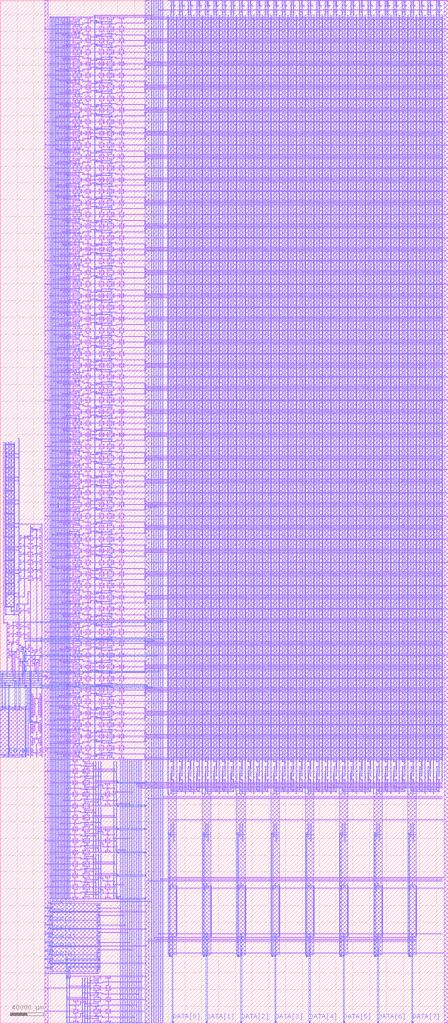
<source format=lef>
VERSION 5.4 ;
NAMESCASESENSITIVE ON ;
BUSBITCHARS "[]" ;
DIVIDERCHAR "/" ;
UNITS
  DATABASE MICRONS 1000 ;
END UNITS
SITE  MacroSite
   CLASS Core ;
   SIZE 533700.0 by 1216800.0 ;
END  MacroSite
MACRO sram_1rw_8b_256w_1bank_scn3me_subm
   CLASS BLOCK ;
   SIZE 533700.0 BY 1216800.0 ;
   SYMMETRY X Y R90 ;
   SITE MacroSite ;
   PIN DATA[0]
      DIRECTION INOUT ;
      PORT
         LAYER metal2 ;
         RECT  204600.0 600.0 205500.0 2400.0 ;
      END
   END DATA[0]
   PIN DATA[1]
      DIRECTION INOUT ;
      PORT
         LAYER metal2 ;
         RECT  245400.0 600.0 246300.0 2400.0 ;
      END
   END DATA[1]
   PIN DATA[2]
      DIRECTION INOUT ;
      PORT
         LAYER metal2 ;
         RECT  286200.0 600.0 287100.0 2400.0 ;
      END
   END DATA[2]
   PIN DATA[3]
      DIRECTION INOUT ;
      PORT
         LAYER metal2 ;
         RECT  327000.0 600.0 327900.0 2400.0 ;
      END
   END DATA[3]
   PIN DATA[4]
      DIRECTION INOUT ;
      PORT
         LAYER metal2 ;
         RECT  367800.0 600.0 368700.0 2400.0 ;
      END
   END DATA[4]
   PIN DATA[5]
      DIRECTION INOUT ;
      PORT
         LAYER metal2 ;
         RECT  408600.0 600.0 409500.0 2400.0 ;
      END
   END DATA[5]
   PIN DATA[6]
      DIRECTION INOUT ;
      PORT
         LAYER metal2 ;
         RECT  449400.0 600.0 450300.0 2400.0 ;
      END
   END DATA[6]
   PIN DATA[7]
      DIRECTION INOUT ;
      PORT
         LAYER metal2 ;
         RECT  490200.0 600.0 491100.0 2400.0 ;
      END
   END DATA[7]
   PIN ADDR[0]
      DIRECTION INPUT ;
      PORT
         LAYER metal3 ;
         RECT  52800.0 136800.0 60000.0 138300.0 ;
      END
   END ADDR[0]
   PIN ADDR[1]
      DIRECTION INPUT ;
      PORT
         LAYER metal3 ;
         RECT  52800.0 126600.0 60000.0 128100.0 ;
      END
   END ADDR[1]
   PIN ADDR[2]
      DIRECTION INPUT ;
      PORT
         LAYER metal3 ;
         RECT  52800.0 116400.0 60000.0 117900.0 ;
      END
   END ADDR[2]
   PIN ADDR[3]
      DIRECTION INPUT ;
      PORT
         LAYER metal3 ;
         RECT  52800.0 106200.0 60000.0 107700.0 ;
      END
   END ADDR[3]
   PIN ADDR[4]
      DIRECTION INPUT ;
      PORT
         LAYER metal3 ;
         RECT  52800.0 96000.0 60000.0 97500.0 ;
      END
   END ADDR[4]
   PIN ADDR[5]
      DIRECTION INPUT ;
      PORT
         LAYER metal3 ;
         RECT  52800.0 85800.0 60000.0 87300.0 ;
      END
   END ADDR[5]
   PIN ADDR[6]
      DIRECTION INPUT ;
      PORT
         LAYER metal3 ;
         RECT  52800.0 75600.0 60000.0 77100.0 ;
      END
   END ADDR[6]
   PIN ADDR[7]
      DIRECTION INPUT ;
      PORT
         LAYER metal3 ;
         RECT  52800.0 65400.0 60000.0 66900.0 ;
      END
   END ADDR[7]
   PIN CSb
      DIRECTION INPUT ;
      PORT
         LAYER metal3 ;
         RECT  14400.0 317700.0 16200.0 319500.0 ;
      END
   END CSb
   PIN WEb
      DIRECTION INPUT ;
      PORT
         LAYER metal3 ;
         RECT  24600.0 317700.0 26400.0 319500.0 ;
      END
   END WEb
   PIN OEb
      DIRECTION INPUT ;
      PORT
         LAYER metal3 ;
         RECT  4200.0 317700.0 6000.0 319500.0 ;
      END
   END OEb
   PIN clk
      DIRECTION INPUT ;
      PORT
         LAYER metal1 ;
         RECT  42600.0 316800.0 43800.0 320400.0 ;
      END
   END clk
   PIN vdd
      DIRECTION INOUT ;
      USE POWER ; 
      SHAPE ABUTMENT ; 
      PORT
         LAYER metal1 ;
         RECT  529200.0 600.0 533700.0 1217400.0 ;
         LAYER metal1 ;
         RECT  52800.0 600.0 57300.0 1217400.0 ;
      END
   END vdd
   PIN gnd
      DIRECTION INOUT ;
      USE GROUND ; 
      SHAPE ABUTMENT ; 
      PORT
         LAYER metal2 ;
         RECT  172650.0 600.0 177150.0 1217400.0 ;
      END
   END gnd
   OBS
   LAYER  metal1 ;
      RECT  54600.0 410250.0 55500.0 412950.0 ;
      RECT  107100.0 319950.0 108000.0 320850.0 ;
      RECT  107100.0 317550.0 108000.0 318450.0 ;
      RECT  105750.0 319950.0 107550.0 320850.0 ;
      RECT  107100.0 318000.0 108000.0 320400.0 ;
      RECT  107550.0 317550.0 109500.0 318450.0 ;
      RECT  172050.0 319950.0 172950.0 320850.0 ;
      RECT  172050.0 315450.0 172950.0 316350.0 ;
      RECT  145650.0 319950.0 172500.0 320850.0 ;
      RECT  172050.0 315900.0 172950.0 320400.0 ;
      RECT  172500.0 315450.0 199500.0 316350.0 ;
      RECT  107100.0 334350.0 108000.0 335250.0 ;
      RECT  107100.0 336750.0 108000.0 337650.0 ;
      RECT  105750.0 334350.0 107550.0 335250.0 ;
      RECT  107100.0 334800.0 108000.0 337200.0 ;
      RECT  107550.0 336750.0 109500.0 337650.0 ;
      RECT  172050.0 334350.0 172950.0 335250.0 ;
      RECT  172050.0 338850.0 172950.0 339750.0 ;
      RECT  145650.0 334350.0 172500.0 335250.0 ;
      RECT  172050.0 334800.0 172950.0 339300.0 ;
      RECT  172500.0 338850.0 199500.0 339750.0 ;
      RECT  107100.0 347550.0 108000.0 348450.0 ;
      RECT  107100.0 345150.0 108000.0 346050.0 ;
      RECT  105750.0 347550.0 107550.0 348450.0 ;
      RECT  107100.0 345600.0 108000.0 348000.0 ;
      RECT  107550.0 345150.0 109500.0 346050.0 ;
      RECT  172050.0 347550.0 172950.0 348450.0 ;
      RECT  172050.0 343050.0 172950.0 343950.0 ;
      RECT  145650.0 347550.0 172500.0 348450.0 ;
      RECT  172050.0 343500.0 172950.0 348000.0 ;
      RECT  172500.0 343050.0 199500.0 343950.0 ;
      RECT  107100.0 361950.0 108000.0 362850.0 ;
      RECT  107100.0 364350.0 108000.0 365250.0 ;
      RECT  105750.0 361950.0 107550.0 362850.0 ;
      RECT  107100.0 362400.0 108000.0 364800.0 ;
      RECT  107550.0 364350.0 109500.0 365250.0 ;
      RECT  172050.0 361950.0 172950.0 362850.0 ;
      RECT  172050.0 366450.0 172950.0 367350.0 ;
      RECT  145650.0 361950.0 172500.0 362850.0 ;
      RECT  172050.0 362400.0 172950.0 366900.0 ;
      RECT  172500.0 366450.0 199500.0 367350.0 ;
      RECT  107100.0 375150.0 108000.0 376050.0 ;
      RECT  107100.0 372750.0 108000.0 373650.0 ;
      RECT  105750.0 375150.0 107550.0 376050.0 ;
      RECT  107100.0 373200.0 108000.0 375600.0 ;
      RECT  107550.0 372750.0 109500.0 373650.0 ;
      RECT  172050.0 375150.0 172950.0 376050.0 ;
      RECT  172050.0 370650.0 172950.0 371550.0 ;
      RECT  145650.0 375150.0 172500.0 376050.0 ;
      RECT  172050.0 371100.0 172950.0 375600.0 ;
      RECT  172500.0 370650.0 199500.0 371550.0 ;
      RECT  107100.0 389550.0 108000.0 390450.0 ;
      RECT  107100.0 391950.0 108000.0 392850.0 ;
      RECT  105750.0 389550.0 107550.0 390450.0 ;
      RECT  107100.0 390000.0 108000.0 392400.0 ;
      RECT  107550.0 391950.0 109500.0 392850.0 ;
      RECT  172050.0 389550.0 172950.0 390450.0 ;
      RECT  172050.0 394050.0 172950.0 394950.0 ;
      RECT  145650.0 389550.0 172500.0 390450.0 ;
      RECT  172050.0 390000.0 172950.0 394500.0 ;
      RECT  172500.0 394050.0 199500.0 394950.0 ;
      RECT  107100.0 402750.0 108000.0 403650.0 ;
      RECT  107100.0 400350.0 108000.0 401250.0 ;
      RECT  105750.0 402750.0 107550.0 403650.0 ;
      RECT  107100.0 400800.0 108000.0 403200.0 ;
      RECT  107550.0 400350.0 109500.0 401250.0 ;
      RECT  172050.0 402750.0 172950.0 403650.0 ;
      RECT  172050.0 398250.0 172950.0 399150.0 ;
      RECT  145650.0 402750.0 172500.0 403650.0 ;
      RECT  172050.0 398700.0 172950.0 403200.0 ;
      RECT  172500.0 398250.0 199500.0 399150.0 ;
      RECT  107100.0 417150.0 108000.0 418050.0 ;
      RECT  107100.0 419550.0 108000.0 420450.0 ;
      RECT  105750.0 417150.0 107550.0 418050.0 ;
      RECT  107100.0 417600.0 108000.0 420000.0 ;
      RECT  107550.0 419550.0 109500.0 420450.0 ;
      RECT  172050.0 417150.0 172950.0 418050.0 ;
      RECT  172050.0 421650.0 172950.0 422550.0 ;
      RECT  145650.0 417150.0 172500.0 418050.0 ;
      RECT  172050.0 417600.0 172950.0 422100.0 ;
      RECT  172500.0 421650.0 199500.0 422550.0 ;
      RECT  107100.0 430350.0 108000.0 431250.0 ;
      RECT  107100.0 427950.0 108000.0 428850.0 ;
      RECT  105750.0 430350.0 107550.0 431250.0 ;
      RECT  107100.0 428400.0 108000.0 430800.0 ;
      RECT  107550.0 427950.0 109500.0 428850.0 ;
      RECT  172050.0 430350.0 172950.0 431250.0 ;
      RECT  172050.0 425850.0 172950.0 426750.0 ;
      RECT  145650.0 430350.0 172500.0 431250.0 ;
      RECT  172050.0 426300.0 172950.0 430800.0 ;
      RECT  172500.0 425850.0 199500.0 426750.0 ;
      RECT  107100.0 444750.0 108000.0 445650.0 ;
      RECT  107100.0 447150.0 108000.0 448050.0 ;
      RECT  105750.0 444750.0 107550.0 445650.0 ;
      RECT  107100.0 445200.0 108000.0 447600.0 ;
      RECT  107550.0 447150.0 109500.0 448050.0 ;
      RECT  172050.0 444750.0 172950.0 445650.0 ;
      RECT  172050.0 449250.0 172950.0 450150.0 ;
      RECT  145650.0 444750.0 172500.0 445650.0 ;
      RECT  172050.0 445200.0 172950.0 449700.0 ;
      RECT  172500.0 449250.0 199500.0 450150.0 ;
      RECT  107100.0 457950.0 108000.0 458850.0 ;
      RECT  107100.0 455550.0 108000.0 456450.0 ;
      RECT  105750.0 457950.0 107550.0 458850.0 ;
      RECT  107100.0 456000.0 108000.0 458400.0 ;
      RECT  107550.0 455550.0 109500.0 456450.0 ;
      RECT  172050.0 457950.0 172950.0 458850.0 ;
      RECT  172050.0 453450.0 172950.0 454350.0 ;
      RECT  145650.0 457950.0 172500.0 458850.0 ;
      RECT  172050.0 453900.0 172950.0 458400.0 ;
      RECT  172500.0 453450.0 199500.0 454350.0 ;
      RECT  107100.0 472350.0 108000.0 473250.0 ;
      RECT  107100.0 474750.0 108000.0 475650.0 ;
      RECT  105750.0 472350.0 107550.0 473250.0 ;
      RECT  107100.0 472800.0 108000.0 475200.0 ;
      RECT  107550.0 474750.0 109500.0 475650.0 ;
      RECT  172050.0 472350.0 172950.0 473250.0 ;
      RECT  172050.0 476850.0 172950.0 477750.0 ;
      RECT  145650.0 472350.0 172500.0 473250.0 ;
      RECT  172050.0 472800.0 172950.0 477300.0 ;
      RECT  172500.0 476850.0 199500.0 477750.0 ;
      RECT  107100.0 485550.0 108000.0 486450.0 ;
      RECT  107100.0 483150.0 108000.0 484050.0 ;
      RECT  105750.0 485550.0 107550.0 486450.0 ;
      RECT  107100.0 483600.0 108000.0 486000.0 ;
      RECT  107550.0 483150.0 109500.0 484050.0 ;
      RECT  172050.0 485550.0 172950.0 486450.0 ;
      RECT  172050.0 481050.0 172950.0 481950.0 ;
      RECT  145650.0 485550.0 172500.0 486450.0 ;
      RECT  172050.0 481500.0 172950.0 486000.0 ;
      RECT  172500.0 481050.0 199500.0 481950.0 ;
      RECT  107100.0 499950.0 108000.0 500850.0 ;
      RECT  107100.0 502350.0 108000.0 503250.0 ;
      RECT  105750.0 499950.0 107550.0 500850.0 ;
      RECT  107100.0 500400.0 108000.0 502800.0 ;
      RECT  107550.0 502350.0 109500.0 503250.0 ;
      RECT  172050.0 499950.0 172950.0 500850.0 ;
      RECT  172050.0 504450.0 172950.0 505350.0 ;
      RECT  145650.0 499950.0 172500.0 500850.0 ;
      RECT  172050.0 500400.0 172950.0 504900.0 ;
      RECT  172500.0 504450.0 199500.0 505350.0 ;
      RECT  107100.0 513150.0 108000.0 514050.0 ;
      RECT  107100.0 510750.0 108000.0 511650.0 ;
      RECT  105750.0 513150.0 107550.0 514050.0 ;
      RECT  107100.0 511200.0 108000.0 513600.0 ;
      RECT  107550.0 510750.0 109500.0 511650.0 ;
      RECT  172050.0 513150.0 172950.0 514050.0 ;
      RECT  172050.0 508650.0 172950.0 509550.0 ;
      RECT  145650.0 513150.0 172500.0 514050.0 ;
      RECT  172050.0 509100.0 172950.0 513600.0 ;
      RECT  172500.0 508650.0 199500.0 509550.0 ;
      RECT  107100.0 527550.0 108000.0 528450.0 ;
      RECT  107100.0 529950.0 108000.0 530850.0 ;
      RECT  105750.0 527550.0 107550.0 528450.0 ;
      RECT  107100.0 528000.0 108000.0 530400.0 ;
      RECT  107550.0 529950.0 109500.0 530850.0 ;
      RECT  172050.0 527550.0 172950.0 528450.0 ;
      RECT  172050.0 532050.0 172950.0 532950.0 ;
      RECT  145650.0 527550.0 172500.0 528450.0 ;
      RECT  172050.0 528000.0 172950.0 532500.0 ;
      RECT  172500.0 532050.0 199500.0 532950.0 ;
      RECT  107100.0 540750.0 108000.0 541650.0 ;
      RECT  107100.0 538350.0 108000.0 539250.0 ;
      RECT  105750.0 540750.0 107550.0 541650.0 ;
      RECT  107100.0 538800.0 108000.0 541200.0 ;
      RECT  107550.0 538350.0 109500.0 539250.0 ;
      RECT  172050.0 540750.0 172950.0 541650.0 ;
      RECT  172050.0 536250.0 172950.0 537150.0 ;
      RECT  145650.0 540750.0 172500.0 541650.0 ;
      RECT  172050.0 536700.0 172950.0 541200.0 ;
      RECT  172500.0 536250.0 199500.0 537150.0 ;
      RECT  107100.0 555150.0 108000.0 556050.0 ;
      RECT  107100.0 557550.0 108000.0 558450.0 ;
      RECT  105750.0 555150.0 107550.0 556050.0 ;
      RECT  107100.0 555600.0 108000.0 558000.0 ;
      RECT  107550.0 557550.0 109500.0 558450.0 ;
      RECT  172050.0 555150.0 172950.0 556050.0 ;
      RECT  172050.0 559650.0 172950.0 560550.0 ;
      RECT  145650.0 555150.0 172500.0 556050.0 ;
      RECT  172050.0 555600.0 172950.0 560100.0 ;
      RECT  172500.0 559650.0 199500.0 560550.0 ;
      RECT  107100.0 568350.0 108000.0 569250.0 ;
      RECT  107100.0 565950.0 108000.0 566850.0 ;
      RECT  105750.0 568350.0 107550.0 569250.0 ;
      RECT  107100.0 566400.0 108000.0 568800.0 ;
      RECT  107550.0 565950.0 109500.0 566850.0 ;
      RECT  172050.0 568350.0 172950.0 569250.0 ;
      RECT  172050.0 563850.0 172950.0 564750.0 ;
      RECT  145650.0 568350.0 172500.0 569250.0 ;
      RECT  172050.0 564300.0 172950.0 568800.0 ;
      RECT  172500.0 563850.0 199500.0 564750.0 ;
      RECT  107100.0 582750.0 108000.0 583650.0 ;
      RECT  107100.0 585150.0 108000.0 586050.0 ;
      RECT  105750.0 582750.0 107550.0 583650.0 ;
      RECT  107100.0 583200.0 108000.0 585600.0 ;
      RECT  107550.0 585150.0 109500.0 586050.0 ;
      RECT  172050.0 582750.0 172950.0 583650.0 ;
      RECT  172050.0 587250.0 172950.0 588150.0 ;
      RECT  145650.0 582750.0 172500.0 583650.0 ;
      RECT  172050.0 583200.0 172950.0 587700.0 ;
      RECT  172500.0 587250.0 199500.0 588150.0 ;
      RECT  107100.0 595950.0 108000.0 596850.0 ;
      RECT  107100.0 593550.0 108000.0 594450.0 ;
      RECT  105750.0 595950.0 107550.0 596850.0 ;
      RECT  107100.0 594000.0 108000.0 596400.0 ;
      RECT  107550.0 593550.0 109500.0 594450.0 ;
      RECT  172050.0 595950.0 172950.0 596850.0 ;
      RECT  172050.0 591450.0 172950.0 592350.0 ;
      RECT  145650.0 595950.0 172500.0 596850.0 ;
      RECT  172050.0 591900.0 172950.0 596400.0 ;
      RECT  172500.0 591450.0 199500.0 592350.0 ;
      RECT  107100.0 610350.0 108000.0 611250.0 ;
      RECT  107100.0 612750.0 108000.0 613650.0 ;
      RECT  105750.0 610350.0 107550.0 611250.0 ;
      RECT  107100.0 610800.0 108000.0 613200.0 ;
      RECT  107550.0 612750.0 109500.0 613650.0 ;
      RECT  172050.0 610350.0 172950.0 611250.0 ;
      RECT  172050.0 614850.0 172950.0 615750.0 ;
      RECT  145650.0 610350.0 172500.0 611250.0 ;
      RECT  172050.0 610800.0 172950.0 615300.0 ;
      RECT  172500.0 614850.0 199500.0 615750.0 ;
      RECT  107100.0 623550.0 108000.0 624450.0 ;
      RECT  107100.0 621150.0 108000.0 622050.0 ;
      RECT  105750.0 623550.0 107550.0 624450.0 ;
      RECT  107100.0 621600.0 108000.0 624000.0 ;
      RECT  107550.0 621150.0 109500.0 622050.0 ;
      RECT  172050.0 623550.0 172950.0 624450.0 ;
      RECT  172050.0 619050.0 172950.0 619950.0 ;
      RECT  145650.0 623550.0 172500.0 624450.0 ;
      RECT  172050.0 619500.0 172950.0 624000.0 ;
      RECT  172500.0 619050.0 199500.0 619950.0 ;
      RECT  107100.0 637950.0 108000.0 638850.0 ;
      RECT  107100.0 640350.0 108000.0 641250.0 ;
      RECT  105750.0 637950.0 107550.0 638850.0 ;
      RECT  107100.0 638400.0 108000.0 640800.0 ;
      RECT  107550.0 640350.0 109500.0 641250.0 ;
      RECT  172050.0 637950.0 172950.0 638850.0 ;
      RECT  172050.0 642450.0 172950.0 643350.0 ;
      RECT  145650.0 637950.0 172500.0 638850.0 ;
      RECT  172050.0 638400.0 172950.0 642900.0 ;
      RECT  172500.0 642450.0 199500.0 643350.0 ;
      RECT  107100.0 651150.0 108000.0 652050.0 ;
      RECT  107100.0 648750.0 108000.0 649650.0 ;
      RECT  105750.0 651150.0 107550.0 652050.0 ;
      RECT  107100.0 649200.0 108000.0 651600.0 ;
      RECT  107550.0 648750.0 109500.0 649650.0 ;
      RECT  172050.0 651150.0 172950.0 652050.0 ;
      RECT  172050.0 646650.0 172950.0 647550.0 ;
      RECT  145650.0 651150.0 172500.0 652050.0 ;
      RECT  172050.0 647100.0 172950.0 651600.0 ;
      RECT  172500.0 646650.0 199500.0 647550.0 ;
      RECT  107100.0 665550.0 108000.0 666450.0 ;
      RECT  107100.0 667950.0 108000.0 668850.0 ;
      RECT  105750.0 665550.0 107550.0 666450.0 ;
      RECT  107100.0 666000.0 108000.0 668400.0 ;
      RECT  107550.0 667950.0 109500.0 668850.0 ;
      RECT  172050.0 665550.0 172950.0 666450.0 ;
      RECT  172050.0 670050.0 172950.0 670950.0 ;
      RECT  145650.0 665550.0 172500.0 666450.0 ;
      RECT  172050.0 666000.0 172950.0 670500.0 ;
      RECT  172500.0 670050.0 199500.0 670950.0 ;
      RECT  107100.0 678750.0 108000.0 679650.0 ;
      RECT  107100.0 676350.0 108000.0 677250.0 ;
      RECT  105750.0 678750.0 107550.0 679650.0 ;
      RECT  107100.0 676800.0 108000.0 679200.0 ;
      RECT  107550.0 676350.0 109500.0 677250.0 ;
      RECT  172050.0 678750.0 172950.0 679650.0 ;
      RECT  172050.0 674250.0 172950.0 675150.0 ;
      RECT  145650.0 678750.0 172500.0 679650.0 ;
      RECT  172050.0 674700.0 172950.0 679200.0 ;
      RECT  172500.0 674250.0 199500.0 675150.0 ;
      RECT  107100.0 693150.0 108000.0 694050.0 ;
      RECT  107100.0 695550.0 108000.0 696450.0 ;
      RECT  105750.0 693150.0 107550.0 694050.0 ;
      RECT  107100.0 693600.0 108000.0 696000.0 ;
      RECT  107550.0 695550.0 109500.0 696450.0 ;
      RECT  172050.0 693150.0 172950.0 694050.0 ;
      RECT  172050.0 697650.0 172950.0 698550.0 ;
      RECT  145650.0 693150.0 172500.0 694050.0 ;
      RECT  172050.0 693600.0 172950.0 698100.0 ;
      RECT  172500.0 697650.0 199500.0 698550.0 ;
      RECT  107100.0 706350.0 108000.0 707250.0 ;
      RECT  107100.0 703950.0 108000.0 704850.0 ;
      RECT  105750.0 706350.0 107550.0 707250.0 ;
      RECT  107100.0 704400.0 108000.0 706800.0 ;
      RECT  107550.0 703950.0 109500.0 704850.0 ;
      RECT  172050.0 706350.0 172950.0 707250.0 ;
      RECT  172050.0 701850.0 172950.0 702750.0 ;
      RECT  145650.0 706350.0 172500.0 707250.0 ;
      RECT  172050.0 702300.0 172950.0 706800.0 ;
      RECT  172500.0 701850.0 199500.0 702750.0 ;
      RECT  107100.0 720750.0 108000.0 721650.0 ;
      RECT  107100.0 723150.0 108000.0 724050.0 ;
      RECT  105750.0 720750.0 107550.0 721650.0 ;
      RECT  107100.0 721200.0 108000.0 723600.0 ;
      RECT  107550.0 723150.0 109500.0 724050.0 ;
      RECT  172050.0 720750.0 172950.0 721650.0 ;
      RECT  172050.0 725250.0 172950.0 726150.0 ;
      RECT  145650.0 720750.0 172500.0 721650.0 ;
      RECT  172050.0 721200.0 172950.0 725700.0 ;
      RECT  172500.0 725250.0 199500.0 726150.0 ;
      RECT  107100.0 733950.0 108000.0 734850.0 ;
      RECT  107100.0 731550.0 108000.0 732450.0 ;
      RECT  105750.0 733950.0 107550.0 734850.0 ;
      RECT  107100.0 732000.0 108000.0 734400.0 ;
      RECT  107550.0 731550.0 109500.0 732450.0 ;
      RECT  172050.0 733950.0 172950.0 734850.0 ;
      RECT  172050.0 729450.0 172950.0 730350.0 ;
      RECT  145650.0 733950.0 172500.0 734850.0 ;
      RECT  172050.0 729900.0 172950.0 734400.0 ;
      RECT  172500.0 729450.0 199500.0 730350.0 ;
      RECT  107100.0 748350.0 108000.0 749250.0 ;
      RECT  107100.0 750750.0 108000.0 751650.0 ;
      RECT  105750.0 748350.0 107550.0 749250.0 ;
      RECT  107100.0 748800.0 108000.0 751200.0 ;
      RECT  107550.0 750750.0 109500.0 751650.0 ;
      RECT  172050.0 748350.0 172950.0 749250.0 ;
      RECT  172050.0 752850.0 172950.0 753750.0 ;
      RECT  145650.0 748350.0 172500.0 749250.0 ;
      RECT  172050.0 748800.0 172950.0 753300.0 ;
      RECT  172500.0 752850.0 199500.0 753750.0 ;
      RECT  107100.0 761550.0 108000.0 762450.0 ;
      RECT  107100.0 759150.0 108000.0 760050.0 ;
      RECT  105750.0 761550.0 107550.0 762450.0 ;
      RECT  107100.0 759600.0 108000.0 762000.0 ;
      RECT  107550.0 759150.0 109500.0 760050.0 ;
      RECT  172050.0 761550.0 172950.0 762450.0 ;
      RECT  172050.0 757050.0 172950.0 757950.0 ;
      RECT  145650.0 761550.0 172500.0 762450.0 ;
      RECT  172050.0 757500.0 172950.0 762000.0 ;
      RECT  172500.0 757050.0 199500.0 757950.0 ;
      RECT  107100.0 775950.0 108000.0 776850.0 ;
      RECT  107100.0 778350.0 108000.0 779250.0 ;
      RECT  105750.0 775950.0 107550.0 776850.0 ;
      RECT  107100.0 776400.0 108000.0 778800.0 ;
      RECT  107550.0 778350.0 109500.0 779250.0 ;
      RECT  172050.0 775950.0 172950.0 776850.0 ;
      RECT  172050.0 780450.0 172950.0 781350.0 ;
      RECT  145650.0 775950.0 172500.0 776850.0 ;
      RECT  172050.0 776400.0 172950.0 780900.0 ;
      RECT  172500.0 780450.0 199500.0 781350.0 ;
      RECT  107100.0 789150.0 108000.0 790050.0 ;
      RECT  107100.0 786750.0 108000.0 787650.0 ;
      RECT  105750.0 789150.0 107550.0 790050.0 ;
      RECT  107100.0 787200.0 108000.0 789600.0 ;
      RECT  107550.0 786750.0 109500.0 787650.0 ;
      RECT  172050.0 789150.0 172950.0 790050.0 ;
      RECT  172050.0 784650.0 172950.0 785550.0 ;
      RECT  145650.0 789150.0 172500.0 790050.0 ;
      RECT  172050.0 785100.0 172950.0 789600.0 ;
      RECT  172500.0 784650.0 199500.0 785550.0 ;
      RECT  107100.0 803550.0 108000.0 804450.0 ;
      RECT  107100.0 805950.0 108000.0 806850.0 ;
      RECT  105750.0 803550.0 107550.0 804450.0 ;
      RECT  107100.0 804000.0 108000.0 806400.0 ;
      RECT  107550.0 805950.0 109500.0 806850.0 ;
      RECT  172050.0 803550.0 172950.0 804450.0 ;
      RECT  172050.0 808050.0 172950.0 808950.0 ;
      RECT  145650.0 803550.0 172500.0 804450.0 ;
      RECT  172050.0 804000.0 172950.0 808500.0 ;
      RECT  172500.0 808050.0 199500.0 808950.0 ;
      RECT  107100.0 816750.0 108000.0 817650.0 ;
      RECT  107100.0 814350.0 108000.0 815250.0 ;
      RECT  105750.0 816750.0 107550.0 817650.0 ;
      RECT  107100.0 814800.0 108000.0 817200.0 ;
      RECT  107550.0 814350.0 109500.0 815250.0 ;
      RECT  172050.0 816750.0 172950.0 817650.0 ;
      RECT  172050.0 812250.0 172950.0 813150.0 ;
      RECT  145650.0 816750.0 172500.0 817650.0 ;
      RECT  172050.0 812700.0 172950.0 817200.0 ;
      RECT  172500.0 812250.0 199500.0 813150.0 ;
      RECT  107100.0 831150.0 108000.0 832050.0 ;
      RECT  107100.0 833550.0 108000.0 834450.0 ;
      RECT  105750.0 831150.0 107550.0 832050.0 ;
      RECT  107100.0 831600.0 108000.0 834000.0 ;
      RECT  107550.0 833550.0 109500.0 834450.0 ;
      RECT  172050.0 831150.0 172950.0 832050.0 ;
      RECT  172050.0 835650.0 172950.0 836550.0 ;
      RECT  145650.0 831150.0 172500.0 832050.0 ;
      RECT  172050.0 831600.0 172950.0 836100.0 ;
      RECT  172500.0 835650.0 199500.0 836550.0 ;
      RECT  107100.0 844350.0 108000.0 845250.0 ;
      RECT  107100.0 841950.0 108000.0 842850.0 ;
      RECT  105750.0 844350.0 107550.0 845250.0 ;
      RECT  107100.0 842400.0 108000.0 844800.0 ;
      RECT  107550.0 841950.0 109500.0 842850.0 ;
      RECT  172050.0 844350.0 172950.0 845250.0 ;
      RECT  172050.0 839850.0 172950.0 840750.0 ;
      RECT  145650.0 844350.0 172500.0 845250.0 ;
      RECT  172050.0 840300.0 172950.0 844800.0 ;
      RECT  172500.0 839850.0 199500.0 840750.0 ;
      RECT  107100.0 858750.0 108000.0 859650.0 ;
      RECT  107100.0 861150.0 108000.0 862050.0 ;
      RECT  105750.0 858750.0 107550.0 859650.0 ;
      RECT  107100.0 859200.0 108000.0 861600.0 ;
      RECT  107550.0 861150.0 109500.0 862050.0 ;
      RECT  172050.0 858750.0 172950.0 859650.0 ;
      RECT  172050.0 863250.0 172950.0 864150.0 ;
      RECT  145650.0 858750.0 172500.0 859650.0 ;
      RECT  172050.0 859200.0 172950.0 863700.0 ;
      RECT  172500.0 863250.0 199500.0 864150.0 ;
      RECT  107100.0 871950.0 108000.0 872850.0 ;
      RECT  107100.0 869550.0 108000.0 870450.0 ;
      RECT  105750.0 871950.0 107550.0 872850.0 ;
      RECT  107100.0 870000.0 108000.0 872400.0 ;
      RECT  107550.0 869550.0 109500.0 870450.0 ;
      RECT  172050.0 871950.0 172950.0 872850.0 ;
      RECT  172050.0 867450.0 172950.0 868350.0 ;
      RECT  145650.0 871950.0 172500.0 872850.0 ;
      RECT  172050.0 867900.0 172950.0 872400.0 ;
      RECT  172500.0 867450.0 199500.0 868350.0 ;
      RECT  107100.0 886350.0 108000.0 887250.0 ;
      RECT  107100.0 888750.0 108000.0 889650.0 ;
      RECT  105750.0 886350.0 107550.0 887250.0 ;
      RECT  107100.0 886800.0 108000.0 889200.0 ;
      RECT  107550.0 888750.0 109500.0 889650.0 ;
      RECT  172050.0 886350.0 172950.0 887250.0 ;
      RECT  172050.0 890850.0 172950.0 891750.0 ;
      RECT  145650.0 886350.0 172500.0 887250.0 ;
      RECT  172050.0 886800.0 172950.0 891300.0 ;
      RECT  172500.0 890850.0 199500.0 891750.0 ;
      RECT  107100.0 899550.0 108000.0 900450.0 ;
      RECT  107100.0 897150.0 108000.0 898050.0 ;
      RECT  105750.0 899550.0 107550.0 900450.0 ;
      RECT  107100.0 897600.0 108000.0 900000.0 ;
      RECT  107550.0 897150.0 109500.0 898050.0 ;
      RECT  172050.0 899550.0 172950.0 900450.0 ;
      RECT  172050.0 895050.0 172950.0 895950.0 ;
      RECT  145650.0 899550.0 172500.0 900450.0 ;
      RECT  172050.0 895500.0 172950.0 900000.0 ;
      RECT  172500.0 895050.0 199500.0 895950.0 ;
      RECT  107100.0 913950.0 108000.0 914850.0 ;
      RECT  107100.0 916350.0 108000.0 917250.0 ;
      RECT  105750.0 913950.0 107550.0 914850.0 ;
      RECT  107100.0 914400.0 108000.0 916800.0 ;
      RECT  107550.0 916350.0 109500.0 917250.0 ;
      RECT  172050.0 913950.0 172950.0 914850.0 ;
      RECT  172050.0 918450.0 172950.0 919350.0 ;
      RECT  145650.0 913950.0 172500.0 914850.0 ;
      RECT  172050.0 914400.0 172950.0 918900.0 ;
      RECT  172500.0 918450.0 199500.0 919350.0 ;
      RECT  107100.0 927150.0 108000.0 928050.0 ;
      RECT  107100.0 924750.0 108000.0 925650.0 ;
      RECT  105750.0 927150.0 107550.0 928050.0 ;
      RECT  107100.0 925200.0 108000.0 927600.0 ;
      RECT  107550.0 924750.0 109500.0 925650.0 ;
      RECT  172050.0 927150.0 172950.0 928050.0 ;
      RECT  172050.0 922650.0 172950.0 923550.0 ;
      RECT  145650.0 927150.0 172500.0 928050.0 ;
      RECT  172050.0 923100.0 172950.0 927600.0 ;
      RECT  172500.0 922650.0 199500.0 923550.0 ;
      RECT  107100.0 941550.0 108000.0 942450.0 ;
      RECT  107100.0 943950.0 108000.0 944850.0 ;
      RECT  105750.0 941550.0 107550.0 942450.0 ;
      RECT  107100.0 942000.0 108000.0 944400.0 ;
      RECT  107550.0 943950.0 109500.0 944850.0 ;
      RECT  172050.0 941550.0 172950.0 942450.0 ;
      RECT  172050.0 946050.0 172950.0 946950.0 ;
      RECT  145650.0 941550.0 172500.0 942450.0 ;
      RECT  172050.0 942000.0 172950.0 946500.0 ;
      RECT  172500.0 946050.0 199500.0 946950.0 ;
      RECT  107100.0 954750.0 108000.0 955650.0 ;
      RECT  107100.0 952350.0 108000.0 953250.0 ;
      RECT  105750.0 954750.0 107550.0 955650.0 ;
      RECT  107100.0 952800.0 108000.0 955200.0 ;
      RECT  107550.0 952350.0 109500.0 953250.0 ;
      RECT  172050.0 954750.0 172950.0 955650.0 ;
      RECT  172050.0 950250.0 172950.0 951150.0 ;
      RECT  145650.0 954750.0 172500.0 955650.0 ;
      RECT  172050.0 950700.0 172950.0 955200.0 ;
      RECT  172500.0 950250.0 199500.0 951150.0 ;
      RECT  107100.0 969150.0 108000.0 970050.0 ;
      RECT  107100.0 971550.0 108000.0 972450.0 ;
      RECT  105750.0 969150.0 107550.0 970050.0 ;
      RECT  107100.0 969600.0 108000.0 972000.0 ;
      RECT  107550.0 971550.0 109500.0 972450.0 ;
      RECT  172050.0 969150.0 172950.0 970050.0 ;
      RECT  172050.0 973650.0 172950.0 974550.0 ;
      RECT  145650.0 969150.0 172500.0 970050.0 ;
      RECT  172050.0 969600.0 172950.0 974100.0 ;
      RECT  172500.0 973650.0 199500.0 974550.0 ;
      RECT  107100.0 982350.0 108000.0 983250.0 ;
      RECT  107100.0 979950.0 108000.0 980850.0 ;
      RECT  105750.0 982350.0 107550.0 983250.0 ;
      RECT  107100.0 980400.0 108000.0 982800.0 ;
      RECT  107550.0 979950.0 109500.0 980850.0 ;
      RECT  172050.0 982350.0 172950.0 983250.0 ;
      RECT  172050.0 977850.0 172950.0 978750.0 ;
      RECT  145650.0 982350.0 172500.0 983250.0 ;
      RECT  172050.0 978300.0 172950.0 982800.0 ;
      RECT  172500.0 977850.0 199500.0 978750.0 ;
      RECT  107100.0 996750.0 108000.0 997650.0 ;
      RECT  107100.0 999150.0 108000.0 1000050.0 ;
      RECT  105750.0 996750.0 107550.0 997650.0 ;
      RECT  107100.0 997200.0 108000.0 999600.0 ;
      RECT  107550.0 999150.0 109500.0 1000050.0 ;
      RECT  172050.0 996750.0 172950.0 997650.0 ;
      RECT  172050.0 1001250.0 172950.0 1002150.0 ;
      RECT  145650.0 996750.0 172500.0 997650.0 ;
      RECT  172050.0 997200.0 172950.0 1001700.0 ;
      RECT  172500.0 1001250.0 199500.0 1002150.0 ;
      RECT  107100.0 1009950.0 108000.0 1010850.0 ;
      RECT  107100.0 1007550.0 108000.0 1008450.0 ;
      RECT  105750.0 1009950.0 107550.0 1010850.0 ;
      RECT  107100.0 1008000.0 108000.0 1010400.0 ;
      RECT  107550.0 1007550.0 109500.0 1008450.0 ;
      RECT  172050.0 1009950.0 172950.0 1010850.0 ;
      RECT  172050.0 1005450.0 172950.0 1006350.0 ;
      RECT  145650.0 1009950.0 172500.0 1010850.0 ;
      RECT  172050.0 1005900.0 172950.0 1010400.0 ;
      RECT  172500.0 1005450.0 199500.0 1006350.0 ;
      RECT  107100.0 1024350.0 108000.0 1025250.0 ;
      RECT  107100.0 1026750.0 108000.0 1027650.0 ;
      RECT  105750.0 1024350.0 107550.0 1025250.0 ;
      RECT  107100.0 1024800.0 108000.0 1027200.0 ;
      RECT  107550.0 1026750.0 109500.0 1027650.0 ;
      RECT  172050.0 1024350.0 172950.0 1025250.0 ;
      RECT  172050.0 1028850.0 172950.0 1029750.0 ;
      RECT  145650.0 1024350.0 172500.0 1025250.0 ;
      RECT  172050.0 1024800.0 172950.0 1029300.0 ;
      RECT  172500.0 1028850.0 199500.0 1029750.0 ;
      RECT  107100.0 1037550.0 108000.0 1038450.0 ;
      RECT  107100.0 1035150.0 108000.0 1036050.0 ;
      RECT  105750.0 1037550.0 107550.0 1038450.0 ;
      RECT  107100.0 1035600.0 108000.0 1038000.0 ;
      RECT  107550.0 1035150.0 109500.0 1036050.0 ;
      RECT  172050.0 1037550.0 172950.0 1038450.0 ;
      RECT  172050.0 1033050.0 172950.0 1033950.0 ;
      RECT  145650.0 1037550.0 172500.0 1038450.0 ;
      RECT  172050.0 1033500.0 172950.0 1038000.0 ;
      RECT  172500.0 1033050.0 199500.0 1033950.0 ;
      RECT  107100.0 1051950.0 108000.0 1052850.0 ;
      RECT  107100.0 1054350.0 108000.0 1055250.0 ;
      RECT  105750.0 1051950.0 107550.0 1052850.0 ;
      RECT  107100.0 1052400.0 108000.0 1054800.0 ;
      RECT  107550.0 1054350.0 109500.0 1055250.0 ;
      RECT  172050.0 1051950.0 172950.0 1052850.0 ;
      RECT  172050.0 1056450.0 172950.0 1057350.0 ;
      RECT  145650.0 1051950.0 172500.0 1052850.0 ;
      RECT  172050.0 1052400.0 172950.0 1056900.0 ;
      RECT  172500.0 1056450.0 199500.0 1057350.0 ;
      RECT  107100.0 1065150.0 108000.0 1066050.0 ;
      RECT  107100.0 1062750.0 108000.0 1063650.0 ;
      RECT  105750.0 1065150.0 107550.0 1066050.0 ;
      RECT  107100.0 1063200.0 108000.0 1065600.0 ;
      RECT  107550.0 1062750.0 109500.0 1063650.0 ;
      RECT  172050.0 1065150.0 172950.0 1066050.0 ;
      RECT  172050.0 1060650.0 172950.0 1061550.0 ;
      RECT  145650.0 1065150.0 172500.0 1066050.0 ;
      RECT  172050.0 1061100.0 172950.0 1065600.0 ;
      RECT  172500.0 1060650.0 199500.0 1061550.0 ;
      RECT  107100.0 1079550.0 108000.0 1080450.0 ;
      RECT  107100.0 1081950.0 108000.0 1082850.0 ;
      RECT  105750.0 1079550.0 107550.0 1080450.0 ;
      RECT  107100.0 1080000.0 108000.0 1082400.0 ;
      RECT  107550.0 1081950.0 109500.0 1082850.0 ;
      RECT  172050.0 1079550.0 172950.0 1080450.0 ;
      RECT  172050.0 1084050.0 172950.0 1084950.0 ;
      RECT  145650.0 1079550.0 172500.0 1080450.0 ;
      RECT  172050.0 1080000.0 172950.0 1084500.0 ;
      RECT  172500.0 1084050.0 199500.0 1084950.0 ;
      RECT  107100.0 1092750.0 108000.0 1093650.0 ;
      RECT  107100.0 1090350.0 108000.0 1091250.0 ;
      RECT  105750.0 1092750.0 107550.0 1093650.0 ;
      RECT  107100.0 1090800.0 108000.0 1093200.0 ;
      RECT  107550.0 1090350.0 109500.0 1091250.0 ;
      RECT  172050.0 1092750.0 172950.0 1093650.0 ;
      RECT  172050.0 1088250.0 172950.0 1089150.0 ;
      RECT  145650.0 1092750.0 172500.0 1093650.0 ;
      RECT  172050.0 1088700.0 172950.0 1093200.0 ;
      RECT  172500.0 1088250.0 199500.0 1089150.0 ;
      RECT  107100.0 1107150.0 108000.0 1108050.0 ;
      RECT  107100.0 1109550.0 108000.0 1110450.0 ;
      RECT  105750.0 1107150.0 107550.0 1108050.0 ;
      RECT  107100.0 1107600.0 108000.0 1110000.0 ;
      RECT  107550.0 1109550.0 109500.0 1110450.0 ;
      RECT  172050.0 1107150.0 172950.0 1108050.0 ;
      RECT  172050.0 1111650.0 172950.0 1112550.0 ;
      RECT  145650.0 1107150.0 172500.0 1108050.0 ;
      RECT  172050.0 1107600.0 172950.0 1112100.0 ;
      RECT  172500.0 1111650.0 199500.0 1112550.0 ;
      RECT  107100.0 1120350.0 108000.0 1121250.0 ;
      RECT  107100.0 1117950.0 108000.0 1118850.0 ;
      RECT  105750.0 1120350.0 107550.0 1121250.0 ;
      RECT  107100.0 1118400.0 108000.0 1120800.0 ;
      RECT  107550.0 1117950.0 109500.0 1118850.0 ;
      RECT  172050.0 1120350.0 172950.0 1121250.0 ;
      RECT  172050.0 1115850.0 172950.0 1116750.0 ;
      RECT  145650.0 1120350.0 172500.0 1121250.0 ;
      RECT  172050.0 1116300.0 172950.0 1120800.0 ;
      RECT  172500.0 1115850.0 199500.0 1116750.0 ;
      RECT  107100.0 1134750.0 108000.0 1135650.0 ;
      RECT  107100.0 1137150.0 108000.0 1138050.0 ;
      RECT  105750.0 1134750.0 107550.0 1135650.0 ;
      RECT  107100.0 1135200.0 108000.0 1137600.0 ;
      RECT  107550.0 1137150.0 109500.0 1138050.0 ;
      RECT  172050.0 1134750.0 172950.0 1135650.0 ;
      RECT  172050.0 1139250.0 172950.0 1140150.0 ;
      RECT  145650.0 1134750.0 172500.0 1135650.0 ;
      RECT  172050.0 1135200.0 172950.0 1139700.0 ;
      RECT  172500.0 1139250.0 199500.0 1140150.0 ;
      RECT  107100.0 1147950.0 108000.0 1148850.0 ;
      RECT  107100.0 1145550.0 108000.0 1146450.0 ;
      RECT  105750.0 1147950.0 107550.0 1148850.0 ;
      RECT  107100.0 1146000.0 108000.0 1148400.0 ;
      RECT  107550.0 1145550.0 109500.0 1146450.0 ;
      RECT  172050.0 1147950.0 172950.0 1148850.0 ;
      RECT  172050.0 1143450.0 172950.0 1144350.0 ;
      RECT  145650.0 1147950.0 172500.0 1148850.0 ;
      RECT  172050.0 1143900.0 172950.0 1148400.0 ;
      RECT  172500.0 1143450.0 199500.0 1144350.0 ;
      RECT  107100.0 1162350.0 108000.0 1163250.0 ;
      RECT  107100.0 1164750.0 108000.0 1165650.0 ;
      RECT  105750.0 1162350.0 107550.0 1163250.0 ;
      RECT  107100.0 1162800.0 108000.0 1165200.0 ;
      RECT  107550.0 1164750.0 109500.0 1165650.0 ;
      RECT  172050.0 1162350.0 172950.0 1163250.0 ;
      RECT  172050.0 1166850.0 172950.0 1167750.0 ;
      RECT  145650.0 1162350.0 172500.0 1163250.0 ;
      RECT  172050.0 1162800.0 172950.0 1167300.0 ;
      RECT  172500.0 1166850.0 199500.0 1167750.0 ;
      RECT  107100.0 1175550.0 108000.0 1176450.0 ;
      RECT  107100.0 1173150.0 108000.0 1174050.0 ;
      RECT  105750.0 1175550.0 107550.0 1176450.0 ;
      RECT  107100.0 1173600.0 108000.0 1176000.0 ;
      RECT  107550.0 1173150.0 109500.0 1174050.0 ;
      RECT  172050.0 1175550.0 172950.0 1176450.0 ;
      RECT  172050.0 1171050.0 172950.0 1171950.0 ;
      RECT  145650.0 1175550.0 172500.0 1176450.0 ;
      RECT  172050.0 1171500.0 172950.0 1176000.0 ;
      RECT  172500.0 1171050.0 199500.0 1171950.0 ;
      RECT  107100.0 1189950.0 108000.0 1190850.0 ;
      RECT  107100.0 1192350.0 108000.0 1193250.0 ;
      RECT  105750.0 1189950.0 107550.0 1190850.0 ;
      RECT  107100.0 1190400.0 108000.0 1192800.0 ;
      RECT  107550.0 1192350.0 109500.0 1193250.0 ;
      RECT  172050.0 1189950.0 172950.0 1190850.0 ;
      RECT  172050.0 1194450.0 172950.0 1195350.0 ;
      RECT  145650.0 1189950.0 172500.0 1190850.0 ;
      RECT  172050.0 1190400.0 172950.0 1194900.0 ;
      RECT  172500.0 1194450.0 199500.0 1195350.0 ;
      RECT  115800.0 313350.0 200100.0 314250.0 ;
      RECT  115800.0 340950.0 200100.0 341850.0 ;
      RECT  115800.0 368550.0 200100.0 369450.0 ;
      RECT  115800.0 396150.0 200100.0 397050.0 ;
      RECT  115800.0 423750.0 200100.0 424650.0 ;
      RECT  115800.0 451350.0 200100.0 452250.0 ;
      RECT  115800.0 478950.0 200100.0 479850.0 ;
      RECT  115800.0 506550.0 200100.0 507450.0 ;
      RECT  115800.0 534150.0 200100.0 535050.0 ;
      RECT  115800.0 561750.0 200100.0 562650.0 ;
      RECT  115800.0 589350.0 200100.0 590250.0 ;
      RECT  115800.0 616950.0 200100.0 617850.0 ;
      RECT  115800.0 644550.0 200100.0 645450.0 ;
      RECT  115800.0 672150.0 200100.0 673050.0 ;
      RECT  115800.0 699750.0 200100.0 700650.0 ;
      RECT  115800.0 727350.0 200100.0 728250.0 ;
      RECT  115800.0 754950.0 200100.0 755850.0 ;
      RECT  115800.0 782550.0 200100.0 783450.0 ;
      RECT  115800.0 810150.0 200100.0 811050.0 ;
      RECT  115800.0 837750.0 200100.0 838650.0 ;
      RECT  115800.0 865350.0 200100.0 866250.0 ;
      RECT  115800.0 892950.0 200100.0 893850.0 ;
      RECT  115800.0 920550.0 200100.0 921450.0 ;
      RECT  115800.0 948150.0 200100.0 949050.0 ;
      RECT  115800.0 975750.0 200100.0 976650.0 ;
      RECT  115800.0 1003350.0 200100.0 1004250.0 ;
      RECT  115800.0 1030950.0 200100.0 1031850.0 ;
      RECT  115800.0 1058550.0 200100.0 1059450.0 ;
      RECT  115800.0 1086150.0 200100.0 1087050.0 ;
      RECT  115800.0 1113750.0 200100.0 1114650.0 ;
      RECT  115800.0 1141350.0 200100.0 1142250.0 ;
      RECT  115800.0 1168950.0 200100.0 1169850.0 ;
      RECT  115800.0 1196550.0 200100.0 1197450.0 ;
      RECT  52800.0 327150.0 533700.0 328050.0 ;
      RECT  52800.0 354750.0 533700.0 355650.0 ;
      RECT  52800.0 382350.0 533700.0 383250.0 ;
      RECT  52800.0 409950.0 533700.0 410850.0 ;
      RECT  52800.0 437550.0 533700.0 438450.0 ;
      RECT  52800.0 465150.0 533700.0 466050.0 ;
      RECT  52800.0 492750.0 533700.0 493650.0 ;
      RECT  52800.0 520350.0 533700.0 521250.0 ;
      RECT  52800.0 547950.0 533700.0 548850.0 ;
      RECT  52800.0 575550.0 533700.0 576450.0 ;
      RECT  52800.0 603150.0 533700.0 604050.0 ;
      RECT  52800.0 630750.0 533700.0 631650.0 ;
      RECT  52800.0 658350.0 533700.0 659250.0 ;
      RECT  52800.0 685950.0 533700.0 686850.0 ;
      RECT  52800.0 713550.0 533700.0 714450.0 ;
      RECT  52800.0 741150.0 533700.0 742050.0 ;
      RECT  52800.0 768750.0 533700.0 769650.0 ;
      RECT  52800.0 796350.0 533700.0 797250.0 ;
      RECT  52800.0 823950.0 533700.0 824850.0 ;
      RECT  52800.0 851550.0 533700.0 852450.0 ;
      RECT  52800.0 879150.0 533700.0 880050.0 ;
      RECT  52800.0 906750.0 533700.0 907650.0 ;
      RECT  52800.0 934350.0 533700.0 935250.0 ;
      RECT  52800.0 961950.0 533700.0 962850.0 ;
      RECT  52800.0 989550.0 533700.0 990450.0 ;
      RECT  52800.0 1017150.0 533700.0 1018050.0 ;
      RECT  52800.0 1044750.0 533700.0 1045650.0 ;
      RECT  52800.0 1072350.0 533700.0 1073250.0 ;
      RECT  52800.0 1099950.0 533700.0 1100850.0 ;
      RECT  52800.0 1127550.0 533700.0 1128450.0 ;
      RECT  52800.0 1155150.0 533700.0 1156050.0 ;
      RECT  52800.0 1182750.0 533700.0 1183650.0 ;
      RECT  138900.0 150450.0 143400.0 151350.0 ;
      RECT  135900.0 164250.0 146100.0 165150.0 ;
      RECT  138900.0 205650.0 148800.0 206550.0 ;
      RECT  135900.0 219450.0 151500.0 220350.0 ;
      RECT  138900.0 260850.0 154200.0 261750.0 ;
      RECT  135900.0 274650.0 156900.0 275550.0 ;
      RECT  138900.0 147750.0 140400.0 148650.0 ;
      RECT  138900.0 175350.0 140400.0 176250.0 ;
      RECT  138900.0 202950.0 140400.0 203850.0 ;
      RECT  138900.0 230550.0 140400.0 231450.0 ;
      RECT  138900.0 258150.0 140400.0 259050.0 ;
      RECT  138900.0 285750.0 140400.0 286650.0 ;
      RECT  52800.0 161550.0 138900.0 162450.0 ;
      RECT  52800.0 189150.0 138900.0 190050.0 ;
      RECT  52800.0 216750.0 138900.0 217650.0 ;
      RECT  52800.0 244350.0 138900.0 245250.0 ;
      RECT  52800.0 271950.0 138900.0 272850.0 ;
      RECT  52800.0 299550.0 138900.0 300450.0 ;
      RECT  159600.0 285900.0 200100.0 286800.0 ;
      RECT  162300.0 283800.0 200100.0 284700.0 ;
      RECT  165000.0 281700.0 200100.0 282600.0 ;
      RECT  167700.0 279600.0 200100.0 280500.0 ;
      RECT  133500.0 6750.0 159600.0 7650.0 ;
      RECT  133500.0 21150.0 162300.0 22050.0 ;
      RECT  133500.0 34350.0 165000.0 35250.0 ;
      RECT  133500.0 48750.0 167700.0 49650.0 ;
      RECT  133500.0 150.0 172650.0 1050.0 ;
      RECT  133500.0 27750.0 172650.0 28650.0 ;
      RECT  133500.0 55350.0 172650.0 56250.0 ;
      RECT  52800.0 13950.0 172650.0 14850.0 ;
      RECT  52800.0 41550.0 172650.0 42450.0 ;
      RECT  117900.0 136500.0 143400.0 137400.0 ;
      RECT  117900.0 127800.0 146100.0 128700.0 ;
      RECT  117900.0 116100.0 148800.0 117000.0 ;
      RECT  117900.0 107400.0 151500.0 108300.0 ;
      RECT  117900.0 95700.0 154200.0 96600.0 ;
      RECT  117900.0 87000.0 156900.0 87900.0 ;
      RECT  119100.0 132150.0 173850.0 133050.0 ;
      RECT  119100.0 111750.0 173850.0 112650.0 ;
      RECT  119100.0 91350.0 173850.0 92250.0 ;
      RECT  119100.0 70950.0 173850.0 71850.0 ;
      RECT  115500.0 58650.0 116400.0 59550.0 ;
      RECT  115500.0 59100.0 116400.0 61200.0 ;
      RECT  52800.0 58650.0 115950.0 59550.0 ;
      RECT  188400.0 106050.0 200100.0 106950.0 ;
      RECT  183000.0 101550.0 200100.0 102450.0 ;
      RECT  185700.0 99150.0 200100.0 100050.0 ;
      RECT  188400.0 1205400.0 200100.0 1206300.0 ;
      RECT  191100.0 170850.0 200100.0 171750.0 ;
      RECT  193800.0 268950.0 200100.0 269850.0 ;
      RECT  61500.0 144450.0 62400.0 145350.0 ;
      RECT  61500.0 142800.0 62400.0 144900.0 ;
      RECT  61950.0 144450.0 180300.0 145350.0 ;
      RECT  112650.0 1198650.0 181200.0 1199550.0 ;
      RECT  200100.0 1216500.0 529200.0 1217400.0 ;
      RECT  200100.0 241650.0 529200.0 242550.0 ;
      RECT  200100.0 172950.0 529200.0 173850.0 ;
      RECT  200100.0 160050.0 529200.0 160950.0 ;
      RECT  200100.0 83250.0 529200.0 84150.0 ;
      RECT  177150.0 97050.0 200100.0 97950.0 ;
      RECT  177150.0 266850.0 200100.0 267750.0 ;
      RECT  177150.0 168750.0 200100.0 169650.0 ;
      RECT  200100.0 313800.0 210300.0 327600.0 ;
      RECT  200100.0 341400.0 210300.0 327600.0 ;
      RECT  200100.0 341400.0 210300.0 355200.0 ;
      RECT  200100.0 369000.0 210300.0 355200.0 ;
      RECT  200100.0 369000.0 210300.0 382800.0 ;
      RECT  200100.0 396600.0 210300.0 382800.0 ;
      RECT  200100.0 396600.0 210300.0 410400.0 ;
      RECT  200100.0 424200.0 210300.0 410400.0 ;
      RECT  200100.0 424200.0 210300.0 438000.0 ;
      RECT  200100.0 451800.0 210300.0 438000.0 ;
      RECT  200100.0 451800.0 210300.0 465600.0 ;
      RECT  200100.0 479400.0 210300.0 465600.0 ;
      RECT  200100.0 479400.0 210300.0 493200.0 ;
      RECT  200100.0 507000.0 210300.0 493200.0 ;
      RECT  200100.0 507000.0 210300.0 520800.0 ;
      RECT  200100.0 534600.0 210300.0 520800.0 ;
      RECT  200100.0 534600.0 210300.0 548400.0 ;
      RECT  200100.0 562200.0 210300.0 548400.0 ;
      RECT  200100.0 562200.0 210300.0 576000.0 ;
      RECT  200100.0 589800.0 210300.0 576000.0 ;
      RECT  200100.0 589800.0 210300.0 603600.0 ;
      RECT  200100.0 617400.0 210300.0 603600.0 ;
      RECT  200100.0 617400.0 210300.0 631200.0 ;
      RECT  200100.0 645000.0 210300.0 631200.0 ;
      RECT  200100.0 645000.0 210300.0 658800.0 ;
      RECT  200100.0 672600.0 210300.0 658800.0 ;
      RECT  200100.0 672600.0 210300.0 686400.0 ;
      RECT  200100.0 700200.0 210300.0 686400.0 ;
      RECT  200100.0 700200.0 210300.0 714000.0 ;
      RECT  200100.0 727800.0 210300.0 714000.0 ;
      RECT  200100.0 727800.0 210300.0 741600.0 ;
      RECT  200100.0 755400.0 210300.0 741600.0 ;
      RECT  200100.0 755400.0 210300.0 769200.0 ;
      RECT  200100.0 783000.0 210300.0 769200.0 ;
      RECT  200100.0 783000.0 210300.0 796800.0 ;
      RECT  200100.0 810600.0 210300.0 796800.0 ;
      RECT  200100.0 810600.0 210300.0 824400.0 ;
      RECT  200100.0 838200.0 210300.0 824400.0 ;
      RECT  200100.0 838200.0 210300.0 852000.0 ;
      RECT  200100.0 865800.0 210300.0 852000.0 ;
      RECT  200100.0 865800.0 210300.0 879600.0 ;
      RECT  200100.0 893400.0 210300.0 879600.0 ;
      RECT  200100.0 893400.0 210300.0 907200.0 ;
      RECT  200100.0 921000.0 210300.0 907200.0 ;
      RECT  200100.0 921000.0 210300.0 934800.0 ;
      RECT  200100.0 948600.0 210300.0 934800.0 ;
      RECT  200100.0 948600.0 210300.0 962400.0 ;
      RECT  200100.0 976200.0 210300.0 962400.0 ;
      RECT  200100.0 976200.0 210300.0 990000.0 ;
      RECT  200100.0 1003800.0 210300.0 990000.0 ;
      RECT  200100.0 1003800.0 210300.0 1017600.0 ;
      RECT  200100.0 1031400.0 210300.0 1017600.0 ;
      RECT  200100.0 1031400.0 210300.0 1045200.0 ;
      RECT  200100.0 1059000.0 210300.0 1045200.0 ;
      RECT  200100.0 1059000.0 210300.0 1072800.0 ;
      RECT  200100.0 1086600.0 210300.0 1072800.0 ;
      RECT  200100.0 1086600.0 210300.0 1100400.0 ;
      RECT  200100.0 1114200.0 210300.0 1100400.0 ;
      RECT  200100.0 1114200.0 210300.0 1128000.0 ;
      RECT  200100.0 1141800.0 210300.0 1128000.0 ;
      RECT  200100.0 1141800.0 210300.0 1155600.0 ;
      RECT  200100.0 1169400.0 210300.0 1155600.0 ;
      RECT  200100.0 1169400.0 210300.0 1183200.0 ;
      RECT  200100.0 1197000.0 210300.0 1183200.0 ;
      RECT  210300.0 313800.0 220500.0 327600.0 ;
      RECT  210300.0 341400.0 220500.0 327600.0 ;
      RECT  210300.0 341400.0 220500.0 355200.0 ;
      RECT  210300.0 369000.0 220500.0 355200.0 ;
      RECT  210300.0 369000.0 220500.0 382800.0 ;
      RECT  210300.0 396600.0 220500.0 382800.0 ;
      RECT  210300.0 396600.0 220500.0 410400.0 ;
      RECT  210300.0 424200.0 220500.0 410400.0 ;
      RECT  210300.0 424200.0 220500.0 438000.0 ;
      RECT  210300.0 451800.0 220500.0 438000.0 ;
      RECT  210300.0 451800.0 220500.0 465600.0 ;
      RECT  210300.0 479400.0 220500.0 465600.0 ;
      RECT  210300.0 479400.0 220500.0 493200.0 ;
      RECT  210300.0 507000.0 220500.0 493200.0 ;
      RECT  210300.0 507000.0 220500.0 520800.0 ;
      RECT  210300.0 534600.0 220500.0 520800.0 ;
      RECT  210300.0 534600.0 220500.0 548400.0 ;
      RECT  210300.0 562200.0 220500.0 548400.0 ;
      RECT  210300.0 562200.0 220500.0 576000.0 ;
      RECT  210300.0 589800.0 220500.0 576000.0 ;
      RECT  210300.0 589800.0 220500.0 603600.0 ;
      RECT  210300.0 617400.0 220500.0 603600.0 ;
      RECT  210300.0 617400.0 220500.0 631200.0 ;
      RECT  210300.0 645000.0 220500.0 631200.0 ;
      RECT  210300.0 645000.0 220500.0 658800.0 ;
      RECT  210300.0 672600.0 220500.0 658800.0 ;
      RECT  210300.0 672600.0 220500.0 686400.0 ;
      RECT  210300.0 700200.0 220500.0 686400.0 ;
      RECT  210300.0 700200.0 220500.0 714000.0 ;
      RECT  210300.0 727800.0 220500.0 714000.0 ;
      RECT  210300.0 727800.0 220500.0 741600.0 ;
      RECT  210300.0 755400.0 220500.0 741600.0 ;
      RECT  210300.0 755400.0 220500.0 769200.0 ;
      RECT  210300.0 783000.0 220500.0 769200.0 ;
      RECT  210300.0 783000.0 220500.0 796800.0 ;
      RECT  210300.0 810600.0 220500.0 796800.0 ;
      RECT  210300.0 810600.0 220500.0 824400.0 ;
      RECT  210300.0 838200.0 220500.0 824400.0 ;
      RECT  210300.0 838200.0 220500.0 852000.0 ;
      RECT  210300.0 865800.0 220500.0 852000.0 ;
      RECT  210300.0 865800.0 220500.0 879600.0 ;
      RECT  210300.0 893400.0 220500.0 879600.0 ;
      RECT  210300.0 893400.0 220500.0 907200.0 ;
      RECT  210300.0 921000.0 220500.0 907200.0 ;
      RECT  210300.0 921000.0 220500.0 934800.0 ;
      RECT  210300.0 948600.0 220500.0 934800.0 ;
      RECT  210300.0 948600.0 220500.0 962400.0 ;
      RECT  210300.0 976200.0 220500.0 962400.0 ;
      RECT  210300.0 976200.0 220500.0 990000.0 ;
      RECT  210300.0 1003800.0 220500.0 990000.0 ;
      RECT  210300.0 1003800.0 220500.0 1017600.0 ;
      RECT  210300.0 1031400.0 220500.0 1017600.0 ;
      RECT  210300.0 1031400.0 220500.0 1045200.0 ;
      RECT  210300.0 1059000.0 220500.0 1045200.0 ;
      RECT  210300.0 1059000.0 220500.0 1072800.0 ;
      RECT  210300.0 1086600.0 220500.0 1072800.0 ;
      RECT  210300.0 1086600.0 220500.0 1100400.0 ;
      RECT  210300.0 1114200.0 220500.0 1100400.0 ;
      RECT  210300.0 1114200.0 220500.0 1128000.0 ;
      RECT  210300.0 1141800.0 220500.0 1128000.0 ;
      RECT  210300.0 1141800.0 220500.0 1155600.0 ;
      RECT  210300.0 1169400.0 220500.0 1155600.0 ;
      RECT  210300.0 1169400.0 220500.0 1183200.0 ;
      RECT  210300.0 1197000.0 220500.0 1183200.0 ;
      RECT  220500.0 313800.0 230700.0 327600.0 ;
      RECT  220500.0 341400.0 230700.0 327600.0 ;
      RECT  220500.0 341400.0 230700.0 355200.0 ;
      RECT  220500.0 369000.0 230700.0 355200.0 ;
      RECT  220500.0 369000.0 230700.0 382800.0 ;
      RECT  220500.0 396600.0 230700.0 382800.0 ;
      RECT  220500.0 396600.0 230700.0 410400.0 ;
      RECT  220500.0 424200.0 230700.0 410400.0 ;
      RECT  220500.0 424200.0 230700.0 438000.0 ;
      RECT  220500.0 451800.0 230700.0 438000.0 ;
      RECT  220500.0 451800.0 230700.0 465600.0 ;
      RECT  220500.0 479400.0 230700.0 465600.0 ;
      RECT  220500.0 479400.0 230700.0 493200.0 ;
      RECT  220500.0 507000.0 230700.0 493200.0 ;
      RECT  220500.0 507000.0 230700.0 520800.0 ;
      RECT  220500.0 534600.0 230700.0 520800.0 ;
      RECT  220500.0 534600.0 230700.0 548400.0 ;
      RECT  220500.0 562200.0 230700.0 548400.0 ;
      RECT  220500.0 562200.0 230700.0 576000.0 ;
      RECT  220500.0 589800.0 230700.0 576000.0 ;
      RECT  220500.0 589800.0 230700.0 603600.0 ;
      RECT  220500.0 617400.0 230700.0 603600.0 ;
      RECT  220500.0 617400.0 230700.0 631200.0 ;
      RECT  220500.0 645000.0 230700.0 631200.0 ;
      RECT  220500.0 645000.0 230700.0 658800.0 ;
      RECT  220500.0 672600.0 230700.0 658800.0 ;
      RECT  220500.0 672600.0 230700.0 686400.0 ;
      RECT  220500.0 700200.0 230700.0 686400.0 ;
      RECT  220500.0 700200.0 230700.0 714000.0 ;
      RECT  220500.0 727800.0 230700.0 714000.0 ;
      RECT  220500.0 727800.0 230700.0 741600.0 ;
      RECT  220500.0 755400.0 230700.0 741600.0 ;
      RECT  220500.0 755400.0 230700.0 769200.0 ;
      RECT  220500.0 783000.0 230700.0 769200.0 ;
      RECT  220500.0 783000.0 230700.0 796800.0 ;
      RECT  220500.0 810600.0 230700.0 796800.0 ;
      RECT  220500.0 810600.0 230700.0 824400.0 ;
      RECT  220500.0 838200.0 230700.0 824400.0 ;
      RECT  220500.0 838200.0 230700.0 852000.0 ;
      RECT  220500.0 865800.0 230700.0 852000.0 ;
      RECT  220500.0 865800.0 230700.0 879600.0 ;
      RECT  220500.0 893400.0 230700.0 879600.0 ;
      RECT  220500.0 893400.0 230700.0 907200.0 ;
      RECT  220500.0 921000.0 230700.0 907200.0 ;
      RECT  220500.0 921000.0 230700.0 934800.0 ;
      RECT  220500.0 948600.0 230700.0 934800.0 ;
      RECT  220500.0 948600.0 230700.0 962400.0 ;
      RECT  220500.0 976200.0 230700.0 962400.0 ;
      RECT  220500.0 976200.0 230700.0 990000.0 ;
      RECT  220500.0 1003800.0 230700.0 990000.0 ;
      RECT  220500.0 1003800.0 230700.0 1017600.0 ;
      RECT  220500.0 1031400.0 230700.0 1017600.0 ;
      RECT  220500.0 1031400.0 230700.0 1045200.0 ;
      RECT  220500.0 1059000.0 230700.0 1045200.0 ;
      RECT  220500.0 1059000.0 230700.0 1072800.0 ;
      RECT  220500.0 1086600.0 230700.0 1072800.0 ;
      RECT  220500.0 1086600.0 230700.0 1100400.0 ;
      RECT  220500.0 1114200.0 230700.0 1100400.0 ;
      RECT  220500.0 1114200.0 230700.0 1128000.0 ;
      RECT  220500.0 1141800.0 230700.0 1128000.0 ;
      RECT  220500.0 1141800.0 230700.0 1155600.0 ;
      RECT  220500.0 1169400.0 230700.0 1155600.0 ;
      RECT  220500.0 1169400.0 230700.0 1183200.0 ;
      RECT  220500.0 1197000.0 230700.0 1183200.0 ;
      RECT  230700.0 313800.0 240900.0 327600.0 ;
      RECT  230700.0 341400.0 240900.0 327600.0 ;
      RECT  230700.0 341400.0 240900.0 355200.0 ;
      RECT  230700.0 369000.0 240900.0 355200.0 ;
      RECT  230700.0 369000.0 240900.0 382800.0 ;
      RECT  230700.0 396600.0 240900.0 382800.0 ;
      RECT  230700.0 396600.0 240900.0 410400.0 ;
      RECT  230700.0 424200.0 240900.0 410400.0 ;
      RECT  230700.0 424200.0 240900.0 438000.0 ;
      RECT  230700.0 451800.0 240900.0 438000.0 ;
      RECT  230700.0 451800.0 240900.0 465600.0 ;
      RECT  230700.0 479400.0 240900.0 465600.0 ;
      RECT  230700.0 479400.0 240900.0 493200.0 ;
      RECT  230700.0 507000.0 240900.0 493200.0 ;
      RECT  230700.0 507000.0 240900.0 520800.0 ;
      RECT  230700.0 534600.0 240900.0 520800.0 ;
      RECT  230700.0 534600.0 240900.0 548400.0 ;
      RECT  230700.0 562200.0 240900.0 548400.0 ;
      RECT  230700.0 562200.0 240900.0 576000.0 ;
      RECT  230700.0 589800.0 240900.0 576000.0 ;
      RECT  230700.0 589800.0 240900.0 603600.0 ;
      RECT  230700.0 617400.0 240900.0 603600.0 ;
      RECT  230700.0 617400.0 240900.0 631200.0 ;
      RECT  230700.0 645000.0 240900.0 631200.0 ;
      RECT  230700.0 645000.0 240900.0 658800.0 ;
      RECT  230700.0 672600.0 240900.0 658800.0 ;
      RECT  230700.0 672600.0 240900.0 686400.0 ;
      RECT  230700.0 700200.0 240900.0 686400.0 ;
      RECT  230700.0 700200.0 240900.0 714000.0 ;
      RECT  230700.0 727800.0 240900.0 714000.0 ;
      RECT  230700.0 727800.0 240900.0 741600.0 ;
      RECT  230700.0 755400.0 240900.0 741600.0 ;
      RECT  230700.0 755400.0 240900.0 769200.0 ;
      RECT  230700.0 783000.0 240900.0 769200.0 ;
      RECT  230700.0 783000.0 240900.0 796800.0 ;
      RECT  230700.0 810600.0 240900.0 796800.0 ;
      RECT  230700.0 810600.0 240900.0 824400.0 ;
      RECT  230700.0 838200.0 240900.0 824400.0 ;
      RECT  230700.0 838200.0 240900.0 852000.0 ;
      RECT  230700.0 865800.0 240900.0 852000.0 ;
      RECT  230700.0 865800.0 240900.0 879600.0 ;
      RECT  230700.0 893400.0 240900.0 879600.0 ;
      RECT  230700.0 893400.0 240900.0 907200.0 ;
      RECT  230700.0 921000.0 240900.0 907200.0 ;
      RECT  230700.0 921000.0 240900.0 934800.0 ;
      RECT  230700.0 948600.0 240900.0 934800.0 ;
      RECT  230700.0 948600.0 240900.0 962400.0 ;
      RECT  230700.0 976200.0 240900.0 962400.0 ;
      RECT  230700.0 976200.0 240900.0 990000.0 ;
      RECT  230700.0 1003800.0 240900.0 990000.0 ;
      RECT  230700.0 1003800.0 240900.0 1017600.0 ;
      RECT  230700.0 1031400.0 240900.0 1017600.0 ;
      RECT  230700.0 1031400.0 240900.0 1045200.0 ;
      RECT  230700.0 1059000.0 240900.0 1045200.0 ;
      RECT  230700.0 1059000.0 240900.0 1072800.0 ;
      RECT  230700.0 1086600.0 240900.0 1072800.0 ;
      RECT  230700.0 1086600.0 240900.0 1100400.0 ;
      RECT  230700.0 1114200.0 240900.0 1100400.0 ;
      RECT  230700.0 1114200.0 240900.0 1128000.0 ;
      RECT  230700.0 1141800.0 240900.0 1128000.0 ;
      RECT  230700.0 1141800.0 240900.0 1155600.0 ;
      RECT  230700.0 1169400.0 240900.0 1155600.0 ;
      RECT  230700.0 1169400.0 240900.0 1183200.0 ;
      RECT  230700.0 1197000.0 240900.0 1183200.0 ;
      RECT  240900.0 313800.0 251100.0 327600.0 ;
      RECT  240900.0 341400.0 251100.0 327600.0 ;
      RECT  240900.0 341400.0 251100.0 355200.0 ;
      RECT  240900.0 369000.0 251100.0 355200.0 ;
      RECT  240900.0 369000.0 251100.0 382800.0 ;
      RECT  240900.0 396600.0 251100.0 382800.0 ;
      RECT  240900.0 396600.0 251100.0 410400.0 ;
      RECT  240900.0 424200.0 251100.0 410400.0 ;
      RECT  240900.0 424200.0 251100.0 438000.0 ;
      RECT  240900.0 451800.0 251100.0 438000.0 ;
      RECT  240900.0 451800.0 251100.0 465600.0 ;
      RECT  240900.0 479400.0 251100.0 465600.0 ;
      RECT  240900.0 479400.0 251100.0 493200.0 ;
      RECT  240900.0 507000.0 251100.0 493200.0 ;
      RECT  240900.0 507000.0 251100.0 520800.0 ;
      RECT  240900.0 534600.0 251100.0 520800.0 ;
      RECT  240900.0 534600.0 251100.0 548400.0 ;
      RECT  240900.0 562200.0 251100.0 548400.0 ;
      RECT  240900.0 562200.0 251100.0 576000.0 ;
      RECT  240900.0 589800.0 251100.0 576000.0 ;
      RECT  240900.0 589800.0 251100.0 603600.0 ;
      RECT  240900.0 617400.0 251100.0 603600.0 ;
      RECT  240900.0 617400.0 251100.0 631200.0 ;
      RECT  240900.0 645000.0 251100.0 631200.0 ;
      RECT  240900.0 645000.0 251100.0 658800.0 ;
      RECT  240900.0 672600.0 251100.0 658800.0 ;
      RECT  240900.0 672600.0 251100.0 686400.0 ;
      RECT  240900.0 700200.0 251100.0 686400.0 ;
      RECT  240900.0 700200.0 251100.0 714000.0 ;
      RECT  240900.0 727800.0 251100.0 714000.0 ;
      RECT  240900.0 727800.0 251100.0 741600.0 ;
      RECT  240900.0 755400.0 251100.0 741600.0 ;
      RECT  240900.0 755400.0 251100.0 769200.0 ;
      RECT  240900.0 783000.0 251100.0 769200.0 ;
      RECT  240900.0 783000.0 251100.0 796800.0 ;
      RECT  240900.0 810600.0 251100.0 796800.0 ;
      RECT  240900.0 810600.0 251100.0 824400.0 ;
      RECT  240900.0 838200.0 251100.0 824400.0 ;
      RECT  240900.0 838200.0 251100.0 852000.0 ;
      RECT  240900.0 865800.0 251100.0 852000.0 ;
      RECT  240900.0 865800.0 251100.0 879600.0 ;
      RECT  240900.0 893400.0 251100.0 879600.0 ;
      RECT  240900.0 893400.0 251100.0 907200.0 ;
      RECT  240900.0 921000.0 251100.0 907200.0 ;
      RECT  240900.0 921000.0 251100.0 934800.0 ;
      RECT  240900.0 948600.0 251100.0 934800.0 ;
      RECT  240900.0 948600.0 251100.0 962400.0 ;
      RECT  240900.0 976200.0 251100.0 962400.0 ;
      RECT  240900.0 976200.0 251100.0 990000.0 ;
      RECT  240900.0 1003800.0 251100.0 990000.0 ;
      RECT  240900.0 1003800.0 251100.0 1017600.0 ;
      RECT  240900.0 1031400.0 251100.0 1017600.0 ;
      RECT  240900.0 1031400.0 251100.0 1045200.0 ;
      RECT  240900.0 1059000.0 251100.0 1045200.0 ;
      RECT  240900.0 1059000.0 251100.0 1072800.0 ;
      RECT  240900.0 1086600.0 251100.0 1072800.0 ;
      RECT  240900.0 1086600.0 251100.0 1100400.0 ;
      RECT  240900.0 1114200.0 251100.0 1100400.0 ;
      RECT  240900.0 1114200.0 251100.0 1128000.0 ;
      RECT  240900.0 1141800.0 251100.0 1128000.0 ;
      RECT  240900.0 1141800.0 251100.0 1155600.0 ;
      RECT  240900.0 1169400.0 251100.0 1155600.0 ;
      RECT  240900.0 1169400.0 251100.0 1183200.0 ;
      RECT  240900.0 1197000.0 251100.0 1183200.0 ;
      RECT  251100.0 313800.0 261300.0 327600.0 ;
      RECT  251100.0 341400.0 261300.0 327600.0 ;
      RECT  251100.0 341400.0 261300.0 355200.0 ;
      RECT  251100.0 369000.0 261300.0 355200.0 ;
      RECT  251100.0 369000.0 261300.0 382800.0 ;
      RECT  251100.0 396600.0 261300.0 382800.0 ;
      RECT  251100.0 396600.0 261300.0 410400.0 ;
      RECT  251100.0 424200.0 261300.0 410400.0 ;
      RECT  251100.0 424200.0 261300.0 438000.0 ;
      RECT  251100.0 451800.0 261300.0 438000.0 ;
      RECT  251100.0 451800.0 261300.0 465600.0 ;
      RECT  251100.0 479400.0 261300.0 465600.0 ;
      RECT  251100.0 479400.0 261300.0 493200.0 ;
      RECT  251100.0 507000.0 261300.0 493200.0 ;
      RECT  251100.0 507000.0 261300.0 520800.0 ;
      RECT  251100.0 534600.0 261300.0 520800.0 ;
      RECT  251100.0 534600.0 261300.0 548400.0 ;
      RECT  251100.0 562200.0 261300.0 548400.0 ;
      RECT  251100.0 562200.0 261300.0 576000.0 ;
      RECT  251100.0 589800.0 261300.0 576000.0 ;
      RECT  251100.0 589800.0 261300.0 603600.0 ;
      RECT  251100.0 617400.0 261300.0 603600.0 ;
      RECT  251100.0 617400.0 261300.0 631200.0 ;
      RECT  251100.0 645000.0 261300.0 631200.0 ;
      RECT  251100.0 645000.0 261300.0 658800.0 ;
      RECT  251100.0 672600.0 261300.0 658800.0 ;
      RECT  251100.0 672600.0 261300.0 686400.0 ;
      RECT  251100.0 700200.0 261300.0 686400.0 ;
      RECT  251100.0 700200.0 261300.0 714000.0 ;
      RECT  251100.0 727800.0 261300.0 714000.0 ;
      RECT  251100.0 727800.0 261300.0 741600.0 ;
      RECT  251100.0 755400.0 261300.0 741600.0 ;
      RECT  251100.0 755400.0 261300.0 769200.0 ;
      RECT  251100.0 783000.0 261300.0 769200.0 ;
      RECT  251100.0 783000.0 261300.0 796800.0 ;
      RECT  251100.0 810600.0 261300.0 796800.0 ;
      RECT  251100.0 810600.0 261300.0 824400.0 ;
      RECT  251100.0 838200.0 261300.0 824400.0 ;
      RECT  251100.0 838200.0 261300.0 852000.0 ;
      RECT  251100.0 865800.0 261300.0 852000.0 ;
      RECT  251100.0 865800.0 261300.0 879600.0 ;
      RECT  251100.0 893400.0 261300.0 879600.0 ;
      RECT  251100.0 893400.0 261300.0 907200.0 ;
      RECT  251100.0 921000.0 261300.0 907200.0 ;
      RECT  251100.0 921000.0 261300.0 934800.0 ;
      RECT  251100.0 948600.0 261300.0 934800.0 ;
      RECT  251100.0 948600.0 261300.0 962400.0 ;
      RECT  251100.0 976200.0 261300.0 962400.0 ;
      RECT  251100.0 976200.0 261300.0 990000.0 ;
      RECT  251100.0 1003800.0 261300.0 990000.0 ;
      RECT  251100.0 1003800.0 261300.0 1017600.0 ;
      RECT  251100.0 1031400.0 261300.0 1017600.0 ;
      RECT  251100.0 1031400.0 261300.0 1045200.0 ;
      RECT  251100.0 1059000.0 261300.0 1045200.0 ;
      RECT  251100.0 1059000.0 261300.0 1072800.0 ;
      RECT  251100.0 1086600.0 261300.0 1072800.0 ;
      RECT  251100.0 1086600.0 261300.0 1100400.0 ;
      RECT  251100.0 1114200.0 261300.0 1100400.0 ;
      RECT  251100.0 1114200.0 261300.0 1128000.0 ;
      RECT  251100.0 1141800.0 261300.0 1128000.0 ;
      RECT  251100.0 1141800.0 261300.0 1155600.0 ;
      RECT  251100.0 1169400.0 261300.0 1155600.0 ;
      RECT  251100.0 1169400.0 261300.0 1183200.0 ;
      RECT  251100.0 1197000.0 261300.0 1183200.0 ;
      RECT  261300.0 313800.0 271500.0 327600.0 ;
      RECT  261300.0 341400.0 271500.0 327600.0 ;
      RECT  261300.0 341400.0 271500.0 355200.0 ;
      RECT  261300.0 369000.0 271500.0 355200.0 ;
      RECT  261300.0 369000.0 271500.0 382800.0 ;
      RECT  261300.0 396600.0 271500.0 382800.0 ;
      RECT  261300.0 396600.0 271500.0 410400.0 ;
      RECT  261300.0 424200.0 271500.0 410400.0 ;
      RECT  261300.0 424200.0 271500.0 438000.0 ;
      RECT  261300.0 451800.0 271500.0 438000.0 ;
      RECT  261300.0 451800.0 271500.0 465600.0 ;
      RECT  261300.0 479400.0 271500.0 465600.0 ;
      RECT  261300.0 479400.0 271500.0 493200.0 ;
      RECT  261300.0 507000.0 271500.0 493200.0 ;
      RECT  261300.0 507000.0 271500.0 520800.0 ;
      RECT  261300.0 534600.0 271500.0 520800.0 ;
      RECT  261300.0 534600.0 271500.0 548400.0 ;
      RECT  261300.0 562200.0 271500.0 548400.0 ;
      RECT  261300.0 562200.0 271500.0 576000.0 ;
      RECT  261300.0 589800.0 271500.0 576000.0 ;
      RECT  261300.0 589800.0 271500.0 603600.0 ;
      RECT  261300.0 617400.0 271500.0 603600.0 ;
      RECT  261300.0 617400.0 271500.0 631200.0 ;
      RECT  261300.0 645000.0 271500.0 631200.0 ;
      RECT  261300.0 645000.0 271500.0 658800.0 ;
      RECT  261300.0 672600.0 271500.0 658800.0 ;
      RECT  261300.0 672600.0 271500.0 686400.0 ;
      RECT  261300.0 700200.0 271500.0 686400.0 ;
      RECT  261300.0 700200.0 271500.0 714000.0 ;
      RECT  261300.0 727800.0 271500.0 714000.0 ;
      RECT  261300.0 727800.0 271500.0 741600.0 ;
      RECT  261300.0 755400.0 271500.0 741600.0 ;
      RECT  261300.0 755400.0 271500.0 769200.0 ;
      RECT  261300.0 783000.0 271500.0 769200.0 ;
      RECT  261300.0 783000.0 271500.0 796800.0 ;
      RECT  261300.0 810600.0 271500.0 796800.0 ;
      RECT  261300.0 810600.0 271500.0 824400.0 ;
      RECT  261300.0 838200.0 271500.0 824400.0 ;
      RECT  261300.0 838200.0 271500.0 852000.0 ;
      RECT  261300.0 865800.0 271500.0 852000.0 ;
      RECT  261300.0 865800.0 271500.0 879600.0 ;
      RECT  261300.0 893400.0 271500.0 879600.0 ;
      RECT  261300.0 893400.0 271500.0 907200.0 ;
      RECT  261300.0 921000.0 271500.0 907200.0 ;
      RECT  261300.0 921000.0 271500.0 934800.0 ;
      RECT  261300.0 948600.0 271500.0 934800.0 ;
      RECT  261300.0 948600.0 271500.0 962400.0 ;
      RECT  261300.0 976200.0 271500.0 962400.0 ;
      RECT  261300.0 976200.0 271500.0 990000.0 ;
      RECT  261300.0 1003800.0 271500.0 990000.0 ;
      RECT  261300.0 1003800.0 271500.0 1017600.0 ;
      RECT  261300.0 1031400.0 271500.0 1017600.0 ;
      RECT  261300.0 1031400.0 271500.0 1045200.0 ;
      RECT  261300.0 1059000.0 271500.0 1045200.0 ;
      RECT  261300.0 1059000.0 271500.0 1072800.0 ;
      RECT  261300.0 1086600.0 271500.0 1072800.0 ;
      RECT  261300.0 1086600.0 271500.0 1100400.0 ;
      RECT  261300.0 1114200.0 271500.0 1100400.0 ;
      RECT  261300.0 1114200.0 271500.0 1128000.0 ;
      RECT  261300.0 1141800.0 271500.0 1128000.0 ;
      RECT  261300.0 1141800.0 271500.0 1155600.0 ;
      RECT  261300.0 1169400.0 271500.0 1155600.0 ;
      RECT  261300.0 1169400.0 271500.0 1183200.0 ;
      RECT  261300.0 1197000.0 271500.0 1183200.0 ;
      RECT  271500.0 313800.0 281700.0 327600.0 ;
      RECT  271500.0 341400.0 281700.0 327600.0 ;
      RECT  271500.0 341400.0 281700.0 355200.0 ;
      RECT  271500.0 369000.0 281700.0 355200.0 ;
      RECT  271500.0 369000.0 281700.0 382800.0 ;
      RECT  271500.0 396600.0 281700.0 382800.0 ;
      RECT  271500.0 396600.0 281700.0 410400.0 ;
      RECT  271500.0 424200.0 281700.0 410400.0 ;
      RECT  271500.0 424200.0 281700.0 438000.0 ;
      RECT  271500.0 451800.0 281700.0 438000.0 ;
      RECT  271500.0 451800.0 281700.0 465600.0 ;
      RECT  271500.0 479400.0 281700.0 465600.0 ;
      RECT  271500.0 479400.0 281700.0 493200.0 ;
      RECT  271500.0 507000.0 281700.0 493200.0 ;
      RECT  271500.0 507000.0 281700.0 520800.0 ;
      RECT  271500.0 534600.0 281700.0 520800.0 ;
      RECT  271500.0 534600.0 281700.0 548400.0 ;
      RECT  271500.0 562200.0 281700.0 548400.0 ;
      RECT  271500.0 562200.0 281700.0 576000.0 ;
      RECT  271500.0 589800.0 281700.0 576000.0 ;
      RECT  271500.0 589800.0 281700.0 603600.0 ;
      RECT  271500.0 617400.0 281700.0 603600.0 ;
      RECT  271500.0 617400.0 281700.0 631200.0 ;
      RECT  271500.0 645000.0 281700.0 631200.0 ;
      RECT  271500.0 645000.0 281700.0 658800.0 ;
      RECT  271500.0 672600.0 281700.0 658800.0 ;
      RECT  271500.0 672600.0 281700.0 686400.0 ;
      RECT  271500.0 700200.0 281700.0 686400.0 ;
      RECT  271500.0 700200.0 281700.0 714000.0 ;
      RECT  271500.0 727800.0 281700.0 714000.0 ;
      RECT  271500.0 727800.0 281700.0 741600.0 ;
      RECT  271500.0 755400.0 281700.0 741600.0 ;
      RECT  271500.0 755400.0 281700.0 769200.0 ;
      RECT  271500.0 783000.0 281700.0 769200.0 ;
      RECT  271500.0 783000.0 281700.0 796800.0 ;
      RECT  271500.0 810600.0 281700.0 796800.0 ;
      RECT  271500.0 810600.0 281700.0 824400.0 ;
      RECT  271500.0 838200.0 281700.0 824400.0 ;
      RECT  271500.0 838200.0 281700.0 852000.0 ;
      RECT  271500.0 865800.0 281700.0 852000.0 ;
      RECT  271500.0 865800.0 281700.0 879600.0 ;
      RECT  271500.0 893400.0 281700.0 879600.0 ;
      RECT  271500.0 893400.0 281700.0 907200.0 ;
      RECT  271500.0 921000.0 281700.0 907200.0 ;
      RECT  271500.0 921000.0 281700.0 934800.0 ;
      RECT  271500.0 948600.0 281700.0 934800.0 ;
      RECT  271500.0 948600.0 281700.0 962400.0 ;
      RECT  271500.0 976200.0 281700.0 962400.0 ;
      RECT  271500.0 976200.0 281700.0 990000.0 ;
      RECT  271500.0 1003800.0 281700.0 990000.0 ;
      RECT  271500.0 1003800.0 281700.0 1017600.0 ;
      RECT  271500.0 1031400.0 281700.0 1017600.0 ;
      RECT  271500.0 1031400.0 281700.0 1045200.0 ;
      RECT  271500.0 1059000.0 281700.0 1045200.0 ;
      RECT  271500.0 1059000.0 281700.0 1072800.0 ;
      RECT  271500.0 1086600.0 281700.0 1072800.0 ;
      RECT  271500.0 1086600.0 281700.0 1100400.0 ;
      RECT  271500.0 1114200.0 281700.0 1100400.0 ;
      RECT  271500.0 1114200.0 281700.0 1128000.0 ;
      RECT  271500.0 1141800.0 281700.0 1128000.0 ;
      RECT  271500.0 1141800.0 281700.0 1155600.0 ;
      RECT  271500.0 1169400.0 281700.0 1155600.0 ;
      RECT  271500.0 1169400.0 281700.0 1183200.0 ;
      RECT  271500.0 1197000.0 281700.0 1183200.0 ;
      RECT  281700.0 313800.0 291900.0 327600.0 ;
      RECT  281700.0 341400.0 291900.0 327600.0 ;
      RECT  281700.0 341400.0 291900.0 355200.0 ;
      RECT  281700.0 369000.0 291900.0 355200.0 ;
      RECT  281700.0 369000.0 291900.0 382800.0 ;
      RECT  281700.0 396600.0 291900.0 382800.0 ;
      RECT  281700.0 396600.0 291900.0 410400.0 ;
      RECT  281700.0 424200.0 291900.0 410400.0 ;
      RECT  281700.0 424200.0 291900.0 438000.0 ;
      RECT  281700.0 451800.0 291900.0 438000.0 ;
      RECT  281700.0 451800.0 291900.0 465600.0 ;
      RECT  281700.0 479400.0 291900.0 465600.0 ;
      RECT  281700.0 479400.0 291900.0 493200.0 ;
      RECT  281700.0 507000.0 291900.0 493200.0 ;
      RECT  281700.0 507000.0 291900.0 520800.0 ;
      RECT  281700.0 534600.0 291900.0 520800.0 ;
      RECT  281700.0 534600.0 291900.0 548400.0 ;
      RECT  281700.0 562200.0 291900.0 548400.0 ;
      RECT  281700.0 562200.0 291900.0 576000.0 ;
      RECT  281700.0 589800.0 291900.0 576000.0 ;
      RECT  281700.0 589800.0 291900.0 603600.0 ;
      RECT  281700.0 617400.0 291900.0 603600.0 ;
      RECT  281700.0 617400.0 291900.0 631200.0 ;
      RECT  281700.0 645000.0 291900.0 631200.0 ;
      RECT  281700.0 645000.0 291900.0 658800.0 ;
      RECT  281700.0 672600.0 291900.0 658800.0 ;
      RECT  281700.0 672600.0 291900.0 686400.0 ;
      RECT  281700.0 700200.0 291900.0 686400.0 ;
      RECT  281700.0 700200.0 291900.0 714000.0 ;
      RECT  281700.0 727800.0 291900.0 714000.0 ;
      RECT  281700.0 727800.0 291900.0 741600.0 ;
      RECT  281700.0 755400.0 291900.0 741600.0 ;
      RECT  281700.0 755400.0 291900.0 769200.0 ;
      RECT  281700.0 783000.0 291900.0 769200.0 ;
      RECT  281700.0 783000.0 291900.0 796800.0 ;
      RECT  281700.0 810600.0 291900.0 796800.0 ;
      RECT  281700.0 810600.0 291900.0 824400.0 ;
      RECT  281700.0 838200.0 291900.0 824400.0 ;
      RECT  281700.0 838200.0 291900.0 852000.0 ;
      RECT  281700.0 865800.0 291900.0 852000.0 ;
      RECT  281700.0 865800.0 291900.0 879600.0 ;
      RECT  281700.0 893400.0 291900.0 879600.0 ;
      RECT  281700.0 893400.0 291900.0 907200.0 ;
      RECT  281700.0 921000.0 291900.0 907200.0 ;
      RECT  281700.0 921000.0 291900.0 934800.0 ;
      RECT  281700.0 948600.0 291900.0 934800.0 ;
      RECT  281700.0 948600.0 291900.0 962400.0 ;
      RECT  281700.0 976200.0 291900.0 962400.0 ;
      RECT  281700.0 976200.0 291900.0 990000.0 ;
      RECT  281700.0 1003800.0 291900.0 990000.0 ;
      RECT  281700.0 1003800.0 291900.0 1017600.0 ;
      RECT  281700.0 1031400.0 291900.0 1017600.0 ;
      RECT  281700.0 1031400.0 291900.0 1045200.0 ;
      RECT  281700.0 1059000.0 291900.0 1045200.0 ;
      RECT  281700.0 1059000.0 291900.0 1072800.0 ;
      RECT  281700.0 1086600.0 291900.0 1072800.0 ;
      RECT  281700.0 1086600.0 291900.0 1100400.0 ;
      RECT  281700.0 1114200.0 291900.0 1100400.0 ;
      RECT  281700.0 1114200.0 291900.0 1128000.0 ;
      RECT  281700.0 1141800.0 291900.0 1128000.0 ;
      RECT  281700.0 1141800.0 291900.0 1155600.0 ;
      RECT  281700.0 1169400.0 291900.0 1155600.0 ;
      RECT  281700.0 1169400.0 291900.0 1183200.0 ;
      RECT  281700.0 1197000.0 291900.0 1183200.0 ;
      RECT  291900.0 313800.0 302100.0 327600.0 ;
      RECT  291900.0 341400.0 302100.0 327600.0 ;
      RECT  291900.0 341400.0 302100.0 355200.0 ;
      RECT  291900.0 369000.0 302100.0 355200.0 ;
      RECT  291900.0 369000.0 302100.0 382800.0 ;
      RECT  291900.0 396600.0 302100.0 382800.0 ;
      RECT  291900.0 396600.0 302100.0 410400.0 ;
      RECT  291900.0 424200.0 302100.0 410400.0 ;
      RECT  291900.0 424200.0 302100.0 438000.0 ;
      RECT  291900.0 451800.0 302100.0 438000.0 ;
      RECT  291900.0 451800.0 302100.0 465600.0 ;
      RECT  291900.0 479400.0 302100.0 465600.0 ;
      RECT  291900.0 479400.0 302100.0 493200.0 ;
      RECT  291900.0 507000.0 302100.0 493200.0 ;
      RECT  291900.0 507000.0 302100.0 520800.0 ;
      RECT  291900.0 534600.0 302100.0 520800.0 ;
      RECT  291900.0 534600.0 302100.0 548400.0 ;
      RECT  291900.0 562200.0 302100.0 548400.0 ;
      RECT  291900.0 562200.0 302100.0 576000.0 ;
      RECT  291900.0 589800.0 302100.0 576000.0 ;
      RECT  291900.0 589800.0 302100.0 603600.0 ;
      RECT  291900.0 617400.0 302100.0 603600.0 ;
      RECT  291900.0 617400.0 302100.0 631200.0 ;
      RECT  291900.0 645000.0 302100.0 631200.0 ;
      RECT  291900.0 645000.0 302100.0 658800.0 ;
      RECT  291900.0 672600.0 302100.0 658800.0 ;
      RECT  291900.0 672600.0 302100.0 686400.0 ;
      RECT  291900.0 700200.0 302100.0 686400.0 ;
      RECT  291900.0 700200.0 302100.0 714000.0 ;
      RECT  291900.0 727800.0 302100.0 714000.0 ;
      RECT  291900.0 727800.0 302100.0 741600.0 ;
      RECT  291900.0 755400.0 302100.0 741600.0 ;
      RECT  291900.0 755400.0 302100.0 769200.0 ;
      RECT  291900.0 783000.0 302100.0 769200.0 ;
      RECT  291900.0 783000.0 302100.0 796800.0 ;
      RECT  291900.0 810600.0 302100.0 796800.0 ;
      RECT  291900.0 810600.0 302100.0 824400.0 ;
      RECT  291900.0 838200.0 302100.0 824400.0 ;
      RECT  291900.0 838200.0 302100.0 852000.0 ;
      RECT  291900.0 865800.0 302100.0 852000.0 ;
      RECT  291900.0 865800.0 302100.0 879600.0 ;
      RECT  291900.0 893400.0 302100.0 879600.0 ;
      RECT  291900.0 893400.0 302100.0 907200.0 ;
      RECT  291900.0 921000.0 302100.0 907200.0 ;
      RECT  291900.0 921000.0 302100.0 934800.0 ;
      RECT  291900.0 948600.0 302100.0 934800.0 ;
      RECT  291900.0 948600.0 302100.0 962400.0 ;
      RECT  291900.0 976200.0 302100.0 962400.0 ;
      RECT  291900.0 976200.0 302100.0 990000.0 ;
      RECT  291900.0 1003800.0 302100.0 990000.0 ;
      RECT  291900.0 1003800.0 302100.0 1017600.0 ;
      RECT  291900.0 1031400.0 302100.0 1017600.0 ;
      RECT  291900.0 1031400.0 302100.0 1045200.0 ;
      RECT  291900.0 1059000.0 302100.0 1045200.0 ;
      RECT  291900.0 1059000.0 302100.0 1072800.0 ;
      RECT  291900.0 1086600.0 302100.0 1072800.0 ;
      RECT  291900.0 1086600.0 302100.0 1100400.0 ;
      RECT  291900.0 1114200.0 302100.0 1100400.0 ;
      RECT  291900.0 1114200.0 302100.0 1128000.0 ;
      RECT  291900.0 1141800.0 302100.0 1128000.0 ;
      RECT  291900.0 1141800.0 302100.0 1155600.0 ;
      RECT  291900.0 1169400.0 302100.0 1155600.0 ;
      RECT  291900.0 1169400.0 302100.0 1183200.0 ;
      RECT  291900.0 1197000.0 302100.0 1183200.0 ;
      RECT  302100.0 313800.0 312300.0 327600.0 ;
      RECT  302100.0 341400.0 312300.0 327600.0 ;
      RECT  302100.0 341400.0 312300.0 355200.0 ;
      RECT  302100.0 369000.0 312300.0 355200.0 ;
      RECT  302100.0 369000.0 312300.0 382800.0 ;
      RECT  302100.0 396600.0 312300.0 382800.0 ;
      RECT  302100.0 396600.0 312300.0 410400.0 ;
      RECT  302100.0 424200.0 312300.0 410400.0 ;
      RECT  302100.0 424200.0 312300.0 438000.0 ;
      RECT  302100.0 451800.0 312300.0 438000.0 ;
      RECT  302100.0 451800.0 312300.0 465600.0 ;
      RECT  302100.0 479400.0 312300.0 465600.0 ;
      RECT  302100.0 479400.0 312300.0 493200.0 ;
      RECT  302100.0 507000.0 312300.0 493200.0 ;
      RECT  302100.0 507000.0 312300.0 520800.0 ;
      RECT  302100.0 534600.0 312300.0 520800.0 ;
      RECT  302100.0 534600.0 312300.0 548400.0 ;
      RECT  302100.0 562200.0 312300.0 548400.0 ;
      RECT  302100.0 562200.0 312300.0 576000.0 ;
      RECT  302100.0 589800.0 312300.0 576000.0 ;
      RECT  302100.0 589800.0 312300.0 603600.0 ;
      RECT  302100.0 617400.0 312300.0 603600.0 ;
      RECT  302100.0 617400.0 312300.0 631200.0 ;
      RECT  302100.0 645000.0 312300.0 631200.0 ;
      RECT  302100.0 645000.0 312300.0 658800.0 ;
      RECT  302100.0 672600.0 312300.0 658800.0 ;
      RECT  302100.0 672600.0 312300.0 686400.0 ;
      RECT  302100.0 700200.0 312300.0 686400.0 ;
      RECT  302100.0 700200.0 312300.0 714000.0 ;
      RECT  302100.0 727800.0 312300.0 714000.0 ;
      RECT  302100.0 727800.0 312300.0 741600.0 ;
      RECT  302100.0 755400.0 312300.0 741600.0 ;
      RECT  302100.0 755400.0 312300.0 769200.0 ;
      RECT  302100.0 783000.0 312300.0 769200.0 ;
      RECT  302100.0 783000.0 312300.0 796800.0 ;
      RECT  302100.0 810600.0 312300.0 796800.0 ;
      RECT  302100.0 810600.0 312300.0 824400.0 ;
      RECT  302100.0 838200.0 312300.0 824400.0 ;
      RECT  302100.0 838200.0 312300.0 852000.0 ;
      RECT  302100.0 865800.0 312300.0 852000.0 ;
      RECT  302100.0 865800.0 312300.0 879600.0 ;
      RECT  302100.0 893400.0 312300.0 879600.0 ;
      RECT  302100.0 893400.0 312300.0 907200.0 ;
      RECT  302100.0 921000.0 312300.0 907200.0 ;
      RECT  302100.0 921000.0 312300.0 934800.0 ;
      RECT  302100.0 948600.0 312300.0 934800.0 ;
      RECT  302100.0 948600.0 312300.0 962400.0 ;
      RECT  302100.0 976200.0 312300.0 962400.0 ;
      RECT  302100.0 976200.0 312300.0 990000.0 ;
      RECT  302100.0 1003800.0 312300.0 990000.0 ;
      RECT  302100.0 1003800.0 312300.0 1017600.0 ;
      RECT  302100.0 1031400.0 312300.0 1017600.0 ;
      RECT  302100.0 1031400.0 312300.0 1045200.0 ;
      RECT  302100.0 1059000.0 312300.0 1045200.0 ;
      RECT  302100.0 1059000.0 312300.0 1072800.0 ;
      RECT  302100.0 1086600.0 312300.0 1072800.0 ;
      RECT  302100.0 1086600.0 312300.0 1100400.0 ;
      RECT  302100.0 1114200.0 312300.0 1100400.0 ;
      RECT  302100.0 1114200.0 312300.0 1128000.0 ;
      RECT  302100.0 1141800.0 312300.0 1128000.0 ;
      RECT  302100.0 1141800.0 312300.0 1155600.0 ;
      RECT  302100.0 1169400.0 312300.0 1155600.0 ;
      RECT  302100.0 1169400.0 312300.0 1183200.0 ;
      RECT  302100.0 1197000.0 312300.0 1183200.0 ;
      RECT  312300.0 313800.0 322500.0 327600.0 ;
      RECT  312300.0 341400.0 322500.0 327600.0 ;
      RECT  312300.0 341400.0 322500.0 355200.0 ;
      RECT  312300.0 369000.0 322500.0 355200.0 ;
      RECT  312300.0 369000.0 322500.0 382800.0 ;
      RECT  312300.0 396600.0 322500.0 382800.0 ;
      RECT  312300.0 396600.0 322500.0 410400.0 ;
      RECT  312300.0 424200.0 322500.0 410400.0 ;
      RECT  312300.0 424200.0 322500.0 438000.0 ;
      RECT  312300.0 451800.0 322500.0 438000.0 ;
      RECT  312300.0 451800.0 322500.0 465600.0 ;
      RECT  312300.0 479400.0 322500.0 465600.0 ;
      RECT  312300.0 479400.0 322500.0 493200.0 ;
      RECT  312300.0 507000.0 322500.0 493200.0 ;
      RECT  312300.0 507000.0 322500.0 520800.0 ;
      RECT  312300.0 534600.0 322500.0 520800.0 ;
      RECT  312300.0 534600.0 322500.0 548400.0 ;
      RECT  312300.0 562200.0 322500.0 548400.0 ;
      RECT  312300.0 562200.0 322500.0 576000.0 ;
      RECT  312300.0 589800.0 322500.0 576000.0 ;
      RECT  312300.0 589800.0 322500.0 603600.0 ;
      RECT  312300.0 617400.0 322500.0 603600.0 ;
      RECT  312300.0 617400.0 322500.0 631200.0 ;
      RECT  312300.0 645000.0 322500.0 631200.0 ;
      RECT  312300.0 645000.0 322500.0 658800.0 ;
      RECT  312300.0 672600.0 322500.0 658800.0 ;
      RECT  312300.0 672600.0 322500.0 686400.0 ;
      RECT  312300.0 700200.0 322500.0 686400.0 ;
      RECT  312300.0 700200.0 322500.0 714000.0 ;
      RECT  312300.0 727800.0 322500.0 714000.0 ;
      RECT  312300.0 727800.0 322500.0 741600.0 ;
      RECT  312300.0 755400.0 322500.0 741600.0 ;
      RECT  312300.0 755400.0 322500.0 769200.0 ;
      RECT  312300.0 783000.0 322500.0 769200.0 ;
      RECT  312300.0 783000.0 322500.0 796800.0 ;
      RECT  312300.0 810600.0 322500.0 796800.0 ;
      RECT  312300.0 810600.0 322500.0 824400.0 ;
      RECT  312300.0 838200.0 322500.0 824400.0 ;
      RECT  312300.0 838200.0 322500.0 852000.0 ;
      RECT  312300.0 865800.0 322500.0 852000.0 ;
      RECT  312300.0 865800.0 322500.0 879600.0 ;
      RECT  312300.0 893400.0 322500.0 879600.0 ;
      RECT  312300.0 893400.0 322500.0 907200.0 ;
      RECT  312300.0 921000.0 322500.0 907200.0 ;
      RECT  312300.0 921000.0 322500.0 934800.0 ;
      RECT  312300.0 948600.0 322500.0 934800.0 ;
      RECT  312300.0 948600.0 322500.0 962400.0 ;
      RECT  312300.0 976200.0 322500.0 962400.0 ;
      RECT  312300.0 976200.0 322500.0 990000.0 ;
      RECT  312300.0 1003800.0 322500.0 990000.0 ;
      RECT  312300.0 1003800.0 322500.0 1017600.0 ;
      RECT  312300.0 1031400.0 322500.0 1017600.0 ;
      RECT  312300.0 1031400.0 322500.0 1045200.0 ;
      RECT  312300.0 1059000.0 322500.0 1045200.0 ;
      RECT  312300.0 1059000.0 322500.0 1072800.0 ;
      RECT  312300.0 1086600.0 322500.0 1072800.0 ;
      RECT  312300.0 1086600.0 322500.0 1100400.0 ;
      RECT  312300.0 1114200.0 322500.0 1100400.0 ;
      RECT  312300.0 1114200.0 322500.0 1128000.0 ;
      RECT  312300.0 1141800.0 322500.0 1128000.0 ;
      RECT  312300.0 1141800.0 322500.0 1155600.0 ;
      RECT  312300.0 1169400.0 322500.0 1155600.0 ;
      RECT  312300.0 1169400.0 322500.0 1183200.0 ;
      RECT  312300.0 1197000.0 322500.0 1183200.0 ;
      RECT  322500.0 313800.0 332700.0 327600.0 ;
      RECT  322500.0 341400.0 332700.0 327600.0 ;
      RECT  322500.0 341400.0 332700.0 355200.0 ;
      RECT  322500.0 369000.0 332700.0 355200.0 ;
      RECT  322500.0 369000.0 332700.0 382800.0 ;
      RECT  322500.0 396600.0 332700.0 382800.0 ;
      RECT  322500.0 396600.0 332700.0 410400.0 ;
      RECT  322500.0 424200.0 332700.0 410400.0 ;
      RECT  322500.0 424200.0 332700.0 438000.0 ;
      RECT  322500.0 451800.0 332700.0 438000.0 ;
      RECT  322500.0 451800.0 332700.0 465600.0 ;
      RECT  322500.0 479400.0 332700.0 465600.0 ;
      RECT  322500.0 479400.0 332700.0 493200.0 ;
      RECT  322500.0 507000.0 332700.0 493200.0 ;
      RECT  322500.0 507000.0 332700.0 520800.0 ;
      RECT  322500.0 534600.0 332700.0 520800.0 ;
      RECT  322500.0 534600.0 332700.0 548400.0 ;
      RECT  322500.0 562200.0 332700.0 548400.0 ;
      RECT  322500.0 562200.0 332700.0 576000.0 ;
      RECT  322500.0 589800.0 332700.0 576000.0 ;
      RECT  322500.0 589800.0 332700.0 603600.0 ;
      RECT  322500.0 617400.0 332700.0 603600.0 ;
      RECT  322500.0 617400.0 332700.0 631200.0 ;
      RECT  322500.0 645000.0 332700.0 631200.0 ;
      RECT  322500.0 645000.0 332700.0 658800.0 ;
      RECT  322500.0 672600.0 332700.0 658800.0 ;
      RECT  322500.0 672600.0 332700.0 686400.0 ;
      RECT  322500.0 700200.0 332700.0 686400.0 ;
      RECT  322500.0 700200.0 332700.0 714000.0 ;
      RECT  322500.0 727800.0 332700.0 714000.0 ;
      RECT  322500.0 727800.0 332700.0 741600.0 ;
      RECT  322500.0 755400.0 332700.0 741600.0 ;
      RECT  322500.0 755400.0 332700.0 769200.0 ;
      RECT  322500.0 783000.0 332700.0 769200.0 ;
      RECT  322500.0 783000.0 332700.0 796800.0 ;
      RECT  322500.0 810600.0 332700.0 796800.0 ;
      RECT  322500.0 810600.0 332700.0 824400.0 ;
      RECT  322500.0 838200.0 332700.0 824400.0 ;
      RECT  322500.0 838200.0 332700.0 852000.0 ;
      RECT  322500.0 865800.0 332700.0 852000.0 ;
      RECT  322500.0 865800.0 332700.0 879600.0 ;
      RECT  322500.0 893400.0 332700.0 879600.0 ;
      RECT  322500.0 893400.0 332700.0 907200.0 ;
      RECT  322500.0 921000.0 332700.0 907200.0 ;
      RECT  322500.0 921000.0 332700.0 934800.0 ;
      RECT  322500.0 948600.0 332700.0 934800.0 ;
      RECT  322500.0 948600.0 332700.0 962400.0 ;
      RECT  322500.0 976200.0 332700.0 962400.0 ;
      RECT  322500.0 976200.0 332700.0 990000.0 ;
      RECT  322500.0 1003800.0 332700.0 990000.0 ;
      RECT  322500.0 1003800.0 332700.0 1017600.0 ;
      RECT  322500.0 1031400.0 332700.0 1017600.0 ;
      RECT  322500.0 1031400.0 332700.0 1045200.0 ;
      RECT  322500.0 1059000.0 332700.0 1045200.0 ;
      RECT  322500.0 1059000.0 332700.0 1072800.0 ;
      RECT  322500.0 1086600.0 332700.0 1072800.0 ;
      RECT  322500.0 1086600.0 332700.0 1100400.0 ;
      RECT  322500.0 1114200.0 332700.0 1100400.0 ;
      RECT  322500.0 1114200.0 332700.0 1128000.0 ;
      RECT  322500.0 1141800.0 332700.0 1128000.0 ;
      RECT  322500.0 1141800.0 332700.0 1155600.0 ;
      RECT  322500.0 1169400.0 332700.0 1155600.0 ;
      RECT  322500.0 1169400.0 332700.0 1183200.0 ;
      RECT  322500.0 1197000.0 332700.0 1183200.0 ;
      RECT  332700.0 313800.0 342900.0 327600.0 ;
      RECT  332700.0 341400.0 342900.0 327600.0 ;
      RECT  332700.0 341400.0 342900.0 355200.0 ;
      RECT  332700.0 369000.0 342900.0 355200.0 ;
      RECT  332700.0 369000.0 342900.0 382800.0 ;
      RECT  332700.0 396600.0 342900.0 382800.0 ;
      RECT  332700.0 396600.0 342900.0 410400.0 ;
      RECT  332700.0 424200.0 342900.0 410400.0 ;
      RECT  332700.0 424200.0 342900.0 438000.0 ;
      RECT  332700.0 451800.0 342900.0 438000.0 ;
      RECT  332700.0 451800.0 342900.0 465600.0 ;
      RECT  332700.0 479400.0 342900.0 465600.0 ;
      RECT  332700.0 479400.0 342900.0 493200.0 ;
      RECT  332700.0 507000.0 342900.0 493200.0 ;
      RECT  332700.0 507000.0 342900.0 520800.0 ;
      RECT  332700.0 534600.0 342900.0 520800.0 ;
      RECT  332700.0 534600.0 342900.0 548400.0 ;
      RECT  332700.0 562200.0 342900.0 548400.0 ;
      RECT  332700.0 562200.0 342900.0 576000.0 ;
      RECT  332700.0 589800.0 342900.0 576000.0 ;
      RECT  332700.0 589800.0 342900.0 603600.0 ;
      RECT  332700.0 617400.0 342900.0 603600.0 ;
      RECT  332700.0 617400.0 342900.0 631200.0 ;
      RECT  332700.0 645000.0 342900.0 631200.0 ;
      RECT  332700.0 645000.0 342900.0 658800.0 ;
      RECT  332700.0 672600.0 342900.0 658800.0 ;
      RECT  332700.0 672600.0 342900.0 686400.0 ;
      RECT  332700.0 700200.0 342900.0 686400.0 ;
      RECT  332700.0 700200.0 342900.0 714000.0 ;
      RECT  332700.0 727800.0 342900.0 714000.0 ;
      RECT  332700.0 727800.0 342900.0 741600.0 ;
      RECT  332700.0 755400.0 342900.0 741600.0 ;
      RECT  332700.0 755400.0 342900.0 769200.0 ;
      RECT  332700.0 783000.0 342900.0 769200.0 ;
      RECT  332700.0 783000.0 342900.0 796800.0 ;
      RECT  332700.0 810600.0 342900.0 796800.0 ;
      RECT  332700.0 810600.0 342900.0 824400.0 ;
      RECT  332700.0 838200.0 342900.0 824400.0 ;
      RECT  332700.0 838200.0 342900.0 852000.0 ;
      RECT  332700.0 865800.0 342900.0 852000.0 ;
      RECT  332700.0 865800.0 342900.0 879600.0 ;
      RECT  332700.0 893400.0 342900.0 879600.0 ;
      RECT  332700.0 893400.0 342900.0 907200.0 ;
      RECT  332700.0 921000.0 342900.0 907200.0 ;
      RECT  332700.0 921000.0 342900.0 934800.0 ;
      RECT  332700.0 948600.0 342900.0 934800.0 ;
      RECT  332700.0 948600.0 342900.0 962400.0 ;
      RECT  332700.0 976200.0 342900.0 962400.0 ;
      RECT  332700.0 976200.0 342900.0 990000.0 ;
      RECT  332700.0 1003800.0 342900.0 990000.0 ;
      RECT  332700.0 1003800.0 342900.0 1017600.0 ;
      RECT  332700.0 1031400.0 342900.0 1017600.0 ;
      RECT  332700.0 1031400.0 342900.0 1045200.0 ;
      RECT  332700.0 1059000.0 342900.0 1045200.0 ;
      RECT  332700.0 1059000.0 342900.0 1072800.0 ;
      RECT  332700.0 1086600.0 342900.0 1072800.0 ;
      RECT  332700.0 1086600.0 342900.0 1100400.0 ;
      RECT  332700.0 1114200.0 342900.0 1100400.0 ;
      RECT  332700.0 1114200.0 342900.0 1128000.0 ;
      RECT  332700.0 1141800.0 342900.0 1128000.0 ;
      RECT  332700.0 1141800.0 342900.0 1155600.0 ;
      RECT  332700.0 1169400.0 342900.0 1155600.0 ;
      RECT  332700.0 1169400.0 342900.0 1183200.0 ;
      RECT  332700.0 1197000.0 342900.0 1183200.0 ;
      RECT  342900.0 313800.0 353100.0 327600.0 ;
      RECT  342900.0 341400.0 353100.0 327600.0 ;
      RECT  342900.0 341400.0 353100.0 355200.0 ;
      RECT  342900.0 369000.0 353100.0 355200.0 ;
      RECT  342900.0 369000.0 353100.0 382800.0 ;
      RECT  342900.0 396600.0 353100.0 382800.0 ;
      RECT  342900.0 396600.0 353100.0 410400.0 ;
      RECT  342900.0 424200.0 353100.0 410400.0 ;
      RECT  342900.0 424200.0 353100.0 438000.0 ;
      RECT  342900.0 451800.0 353100.0 438000.0 ;
      RECT  342900.0 451800.0 353100.0 465600.0 ;
      RECT  342900.0 479400.0 353100.0 465600.0 ;
      RECT  342900.0 479400.0 353100.0 493200.0 ;
      RECT  342900.0 507000.0 353100.0 493200.0 ;
      RECT  342900.0 507000.0 353100.0 520800.0 ;
      RECT  342900.0 534600.0 353100.0 520800.0 ;
      RECT  342900.0 534600.0 353100.0 548400.0 ;
      RECT  342900.0 562200.0 353100.0 548400.0 ;
      RECT  342900.0 562200.0 353100.0 576000.0 ;
      RECT  342900.0 589800.0 353100.0 576000.0 ;
      RECT  342900.0 589800.0 353100.0 603600.0 ;
      RECT  342900.0 617400.0 353100.0 603600.0 ;
      RECT  342900.0 617400.0 353100.0 631200.0 ;
      RECT  342900.0 645000.0 353100.0 631200.0 ;
      RECT  342900.0 645000.0 353100.0 658800.0 ;
      RECT  342900.0 672600.0 353100.0 658800.0 ;
      RECT  342900.0 672600.0 353100.0 686400.0 ;
      RECT  342900.0 700200.0 353100.0 686400.0 ;
      RECT  342900.0 700200.0 353100.0 714000.0 ;
      RECT  342900.0 727800.0 353100.0 714000.0 ;
      RECT  342900.0 727800.0 353100.0 741600.0 ;
      RECT  342900.0 755400.0 353100.0 741600.0 ;
      RECT  342900.0 755400.0 353100.0 769200.0 ;
      RECT  342900.0 783000.0 353100.0 769200.0 ;
      RECT  342900.0 783000.0 353100.0 796800.0 ;
      RECT  342900.0 810600.0 353100.0 796800.0 ;
      RECT  342900.0 810600.0 353100.0 824400.0 ;
      RECT  342900.0 838200.0 353100.0 824400.0 ;
      RECT  342900.0 838200.0 353100.0 852000.0 ;
      RECT  342900.0 865800.0 353100.0 852000.0 ;
      RECT  342900.0 865800.0 353100.0 879600.0 ;
      RECT  342900.0 893400.0 353100.0 879600.0 ;
      RECT  342900.0 893400.0 353100.0 907200.0 ;
      RECT  342900.0 921000.0 353100.0 907200.0 ;
      RECT  342900.0 921000.0 353100.0 934800.0 ;
      RECT  342900.0 948600.0 353100.0 934800.0 ;
      RECT  342900.0 948600.0 353100.0 962400.0 ;
      RECT  342900.0 976200.0 353100.0 962400.0 ;
      RECT  342900.0 976200.0 353100.0 990000.0 ;
      RECT  342900.0 1003800.0 353100.0 990000.0 ;
      RECT  342900.0 1003800.0 353100.0 1017600.0 ;
      RECT  342900.0 1031400.0 353100.0 1017600.0 ;
      RECT  342900.0 1031400.0 353100.0 1045200.0 ;
      RECT  342900.0 1059000.0 353100.0 1045200.0 ;
      RECT  342900.0 1059000.0 353100.0 1072800.0 ;
      RECT  342900.0 1086600.0 353100.0 1072800.0 ;
      RECT  342900.0 1086600.0 353100.0 1100400.0 ;
      RECT  342900.0 1114200.0 353100.0 1100400.0 ;
      RECT  342900.0 1114200.0 353100.0 1128000.0 ;
      RECT  342900.0 1141800.0 353100.0 1128000.0 ;
      RECT  342900.0 1141800.0 353100.0 1155600.0 ;
      RECT  342900.0 1169400.0 353100.0 1155600.0 ;
      RECT  342900.0 1169400.0 353100.0 1183200.0 ;
      RECT  342900.0 1197000.0 353100.0 1183200.0 ;
      RECT  353100.0 313800.0 363300.0 327600.0 ;
      RECT  353100.0 341400.0 363300.0 327600.0 ;
      RECT  353100.0 341400.0 363300.0 355200.0 ;
      RECT  353100.0 369000.0 363300.0 355200.0 ;
      RECT  353100.0 369000.0 363300.0 382800.0 ;
      RECT  353100.0 396600.0 363300.0 382800.0 ;
      RECT  353100.0 396600.0 363300.0 410400.0 ;
      RECT  353100.0 424200.0 363300.0 410400.0 ;
      RECT  353100.0 424200.0 363300.0 438000.0 ;
      RECT  353100.0 451800.0 363300.0 438000.0 ;
      RECT  353100.0 451800.0 363300.0 465600.0 ;
      RECT  353100.0 479400.0 363300.0 465600.0 ;
      RECT  353100.0 479400.0 363300.0 493200.0 ;
      RECT  353100.0 507000.0 363300.0 493200.0 ;
      RECT  353100.0 507000.0 363300.0 520800.0 ;
      RECT  353100.0 534600.0 363300.0 520800.0 ;
      RECT  353100.0 534600.0 363300.0 548400.0 ;
      RECT  353100.0 562200.0 363300.0 548400.0 ;
      RECT  353100.0 562200.0 363300.0 576000.0 ;
      RECT  353100.0 589800.0 363300.0 576000.0 ;
      RECT  353100.0 589800.0 363300.0 603600.0 ;
      RECT  353100.0 617400.0 363300.0 603600.0 ;
      RECT  353100.0 617400.0 363300.0 631200.0 ;
      RECT  353100.0 645000.0 363300.0 631200.0 ;
      RECT  353100.0 645000.0 363300.0 658800.0 ;
      RECT  353100.0 672600.0 363300.0 658800.0 ;
      RECT  353100.0 672600.0 363300.0 686400.0 ;
      RECT  353100.0 700200.0 363300.0 686400.0 ;
      RECT  353100.0 700200.0 363300.0 714000.0 ;
      RECT  353100.0 727800.0 363300.0 714000.0 ;
      RECT  353100.0 727800.0 363300.0 741600.0 ;
      RECT  353100.0 755400.0 363300.0 741600.0 ;
      RECT  353100.0 755400.0 363300.0 769200.0 ;
      RECT  353100.0 783000.0 363300.0 769200.0 ;
      RECT  353100.0 783000.0 363300.0 796800.0 ;
      RECT  353100.0 810600.0 363300.0 796800.0 ;
      RECT  353100.0 810600.0 363300.0 824400.0 ;
      RECT  353100.0 838200.0 363300.0 824400.0 ;
      RECT  353100.0 838200.0 363300.0 852000.0 ;
      RECT  353100.0 865800.0 363300.0 852000.0 ;
      RECT  353100.0 865800.0 363300.0 879600.0 ;
      RECT  353100.0 893400.0 363300.0 879600.0 ;
      RECT  353100.0 893400.0 363300.0 907200.0 ;
      RECT  353100.0 921000.0 363300.0 907200.0 ;
      RECT  353100.0 921000.0 363300.0 934800.0 ;
      RECT  353100.0 948600.0 363300.0 934800.0 ;
      RECT  353100.0 948600.0 363300.0 962400.0 ;
      RECT  353100.0 976200.0 363300.0 962400.0 ;
      RECT  353100.0 976200.0 363300.0 990000.0 ;
      RECT  353100.0 1003800.0 363300.0 990000.0 ;
      RECT  353100.0 1003800.0 363300.0 1017600.0 ;
      RECT  353100.0 1031400.0 363300.0 1017600.0 ;
      RECT  353100.0 1031400.0 363300.0 1045200.0 ;
      RECT  353100.0 1059000.0 363300.0 1045200.0 ;
      RECT  353100.0 1059000.0 363300.0 1072800.0 ;
      RECT  353100.0 1086600.0 363300.0 1072800.0 ;
      RECT  353100.0 1086600.0 363300.0 1100400.0 ;
      RECT  353100.0 1114200.0 363300.0 1100400.0 ;
      RECT  353100.0 1114200.0 363300.0 1128000.0 ;
      RECT  353100.0 1141800.0 363300.0 1128000.0 ;
      RECT  353100.0 1141800.0 363300.0 1155600.0 ;
      RECT  353100.0 1169400.0 363300.0 1155600.0 ;
      RECT  353100.0 1169400.0 363300.0 1183200.0 ;
      RECT  353100.0 1197000.0 363300.0 1183200.0 ;
      RECT  363300.0 313800.0 373500.0 327600.0 ;
      RECT  363300.0 341400.0 373500.0 327600.0 ;
      RECT  363300.0 341400.0 373500.0 355200.0 ;
      RECT  363300.0 369000.0 373500.0 355200.0 ;
      RECT  363300.0 369000.0 373500.0 382800.0 ;
      RECT  363300.0 396600.0 373500.0 382800.0 ;
      RECT  363300.0 396600.0 373500.0 410400.0 ;
      RECT  363300.0 424200.0 373500.0 410400.0 ;
      RECT  363300.0 424200.0 373500.0 438000.0 ;
      RECT  363300.0 451800.0 373500.0 438000.0 ;
      RECT  363300.0 451800.0 373500.0 465600.0 ;
      RECT  363300.0 479400.0 373500.0 465600.0 ;
      RECT  363300.0 479400.0 373500.0 493200.0 ;
      RECT  363300.0 507000.0 373500.0 493200.0 ;
      RECT  363300.0 507000.0 373500.0 520800.0 ;
      RECT  363300.0 534600.0 373500.0 520800.0 ;
      RECT  363300.0 534600.0 373500.0 548400.0 ;
      RECT  363300.0 562200.0 373500.0 548400.0 ;
      RECT  363300.0 562200.0 373500.0 576000.0 ;
      RECT  363300.0 589800.0 373500.0 576000.0 ;
      RECT  363300.0 589800.0 373500.0 603600.0 ;
      RECT  363300.0 617400.0 373500.0 603600.0 ;
      RECT  363300.0 617400.0 373500.0 631200.0 ;
      RECT  363300.0 645000.0 373500.0 631200.0 ;
      RECT  363300.0 645000.0 373500.0 658800.0 ;
      RECT  363300.0 672600.0 373500.0 658800.0 ;
      RECT  363300.0 672600.0 373500.0 686400.0 ;
      RECT  363300.0 700200.0 373500.0 686400.0 ;
      RECT  363300.0 700200.0 373500.0 714000.0 ;
      RECT  363300.0 727800.0 373500.0 714000.0 ;
      RECT  363300.0 727800.0 373500.0 741600.0 ;
      RECT  363300.0 755400.0 373500.0 741600.0 ;
      RECT  363300.0 755400.0 373500.0 769200.0 ;
      RECT  363300.0 783000.0 373500.0 769200.0 ;
      RECT  363300.0 783000.0 373500.0 796800.0 ;
      RECT  363300.0 810600.0 373500.0 796800.0 ;
      RECT  363300.0 810600.0 373500.0 824400.0 ;
      RECT  363300.0 838200.0 373500.0 824400.0 ;
      RECT  363300.0 838200.0 373500.0 852000.0 ;
      RECT  363300.0 865800.0 373500.0 852000.0 ;
      RECT  363300.0 865800.0 373500.0 879600.0 ;
      RECT  363300.0 893400.0 373500.0 879600.0 ;
      RECT  363300.0 893400.0 373500.0 907200.0 ;
      RECT  363300.0 921000.0 373500.0 907200.0 ;
      RECT  363300.0 921000.0 373500.0 934800.0 ;
      RECT  363300.0 948600.0 373500.0 934800.0 ;
      RECT  363300.0 948600.0 373500.0 962400.0 ;
      RECT  363300.0 976200.0 373500.0 962400.0 ;
      RECT  363300.0 976200.0 373500.0 990000.0 ;
      RECT  363300.0 1003800.0 373500.0 990000.0 ;
      RECT  363300.0 1003800.0 373500.0 1017600.0 ;
      RECT  363300.0 1031400.0 373500.0 1017600.0 ;
      RECT  363300.0 1031400.0 373500.0 1045200.0 ;
      RECT  363300.0 1059000.0 373500.0 1045200.0 ;
      RECT  363300.0 1059000.0 373500.0 1072800.0 ;
      RECT  363300.0 1086600.0 373500.0 1072800.0 ;
      RECT  363300.0 1086600.0 373500.0 1100400.0 ;
      RECT  363300.0 1114200.0 373500.0 1100400.0 ;
      RECT  363300.0 1114200.0 373500.0 1128000.0 ;
      RECT  363300.0 1141800.0 373500.0 1128000.0 ;
      RECT  363300.0 1141800.0 373500.0 1155600.0 ;
      RECT  363300.0 1169400.0 373500.0 1155600.0 ;
      RECT  363300.0 1169400.0 373500.0 1183200.0 ;
      RECT  363300.0 1197000.0 373500.0 1183200.0 ;
      RECT  373500.0 313800.0 383700.0 327600.0 ;
      RECT  373500.0 341400.0 383700.0 327600.0 ;
      RECT  373500.0 341400.0 383700.0 355200.0 ;
      RECT  373500.0 369000.0 383700.0 355200.0 ;
      RECT  373500.0 369000.0 383700.0 382800.0 ;
      RECT  373500.0 396600.0 383700.0 382800.0 ;
      RECT  373500.0 396600.0 383700.0 410400.0 ;
      RECT  373500.0 424200.0 383700.0 410400.0 ;
      RECT  373500.0 424200.0 383700.0 438000.0 ;
      RECT  373500.0 451800.0 383700.0 438000.0 ;
      RECT  373500.0 451800.0 383700.0 465600.0 ;
      RECT  373500.0 479400.0 383700.0 465600.0 ;
      RECT  373500.0 479400.0 383700.0 493200.0 ;
      RECT  373500.0 507000.0 383700.0 493200.0 ;
      RECT  373500.0 507000.0 383700.0 520800.0 ;
      RECT  373500.0 534600.0 383700.0 520800.0 ;
      RECT  373500.0 534600.0 383700.0 548400.0 ;
      RECT  373500.0 562200.0 383700.0 548400.0 ;
      RECT  373500.0 562200.0 383700.0 576000.0 ;
      RECT  373500.0 589800.0 383700.0 576000.0 ;
      RECT  373500.0 589800.0 383700.0 603600.0 ;
      RECT  373500.0 617400.0 383700.0 603600.0 ;
      RECT  373500.0 617400.0 383700.0 631200.0 ;
      RECT  373500.0 645000.0 383700.0 631200.0 ;
      RECT  373500.0 645000.0 383700.0 658800.0 ;
      RECT  373500.0 672600.0 383700.0 658800.0 ;
      RECT  373500.0 672600.0 383700.0 686400.0 ;
      RECT  373500.0 700200.0 383700.0 686400.0 ;
      RECT  373500.0 700200.0 383700.0 714000.0 ;
      RECT  373500.0 727800.0 383700.0 714000.0 ;
      RECT  373500.0 727800.0 383700.0 741600.0 ;
      RECT  373500.0 755400.0 383700.0 741600.0 ;
      RECT  373500.0 755400.0 383700.0 769200.0 ;
      RECT  373500.0 783000.0 383700.0 769200.0 ;
      RECT  373500.0 783000.0 383700.0 796800.0 ;
      RECT  373500.0 810600.0 383700.0 796800.0 ;
      RECT  373500.0 810600.0 383700.0 824400.0 ;
      RECT  373500.0 838200.0 383700.0 824400.0 ;
      RECT  373500.0 838200.0 383700.0 852000.0 ;
      RECT  373500.0 865800.0 383700.0 852000.0 ;
      RECT  373500.0 865800.0 383700.0 879600.0 ;
      RECT  373500.0 893400.0 383700.0 879600.0 ;
      RECT  373500.0 893400.0 383700.0 907200.0 ;
      RECT  373500.0 921000.0 383700.0 907200.0 ;
      RECT  373500.0 921000.0 383700.0 934800.0 ;
      RECT  373500.0 948600.0 383700.0 934800.0 ;
      RECT  373500.0 948600.0 383700.0 962400.0 ;
      RECT  373500.0 976200.0 383700.0 962400.0 ;
      RECT  373500.0 976200.0 383700.0 990000.0 ;
      RECT  373500.0 1003800.0 383700.0 990000.0 ;
      RECT  373500.0 1003800.0 383700.0 1017600.0 ;
      RECT  373500.0 1031400.0 383700.0 1017600.0 ;
      RECT  373500.0 1031400.0 383700.0 1045200.0 ;
      RECT  373500.0 1059000.0 383700.0 1045200.0 ;
      RECT  373500.0 1059000.0 383700.0 1072800.0 ;
      RECT  373500.0 1086600.0 383700.0 1072800.0 ;
      RECT  373500.0 1086600.0 383700.0 1100400.0 ;
      RECT  373500.0 1114200.0 383700.0 1100400.0 ;
      RECT  373500.0 1114200.0 383700.0 1128000.0 ;
      RECT  373500.0 1141800.0 383700.0 1128000.0 ;
      RECT  373500.0 1141800.0 383700.0 1155600.0 ;
      RECT  373500.0 1169400.0 383700.0 1155600.0 ;
      RECT  373500.0 1169400.0 383700.0 1183200.0 ;
      RECT  373500.0 1197000.0 383700.0 1183200.0 ;
      RECT  383700.0 313800.0 393900.0 327600.0 ;
      RECT  383700.0 341400.0 393900.0 327600.0 ;
      RECT  383700.0 341400.0 393900.0 355200.0 ;
      RECT  383700.0 369000.0 393900.0 355200.0 ;
      RECT  383700.0 369000.0 393900.0 382800.0 ;
      RECT  383700.0 396600.0 393900.0 382800.0 ;
      RECT  383700.0 396600.0 393900.0 410400.0 ;
      RECT  383700.0 424200.0 393900.0 410400.0 ;
      RECT  383700.0 424200.0 393900.0 438000.0 ;
      RECT  383700.0 451800.0 393900.0 438000.0 ;
      RECT  383700.0 451800.0 393900.0 465600.0 ;
      RECT  383700.0 479400.0 393900.0 465600.0 ;
      RECT  383700.0 479400.0 393900.0 493200.0 ;
      RECT  383700.0 507000.0 393900.0 493200.0 ;
      RECT  383700.0 507000.0 393900.0 520800.0 ;
      RECT  383700.0 534600.0 393900.0 520800.0 ;
      RECT  383700.0 534600.0 393900.0 548400.0 ;
      RECT  383700.0 562200.0 393900.0 548400.0 ;
      RECT  383700.0 562200.0 393900.0 576000.0 ;
      RECT  383700.0 589800.0 393900.0 576000.0 ;
      RECT  383700.0 589800.0 393900.0 603600.0 ;
      RECT  383700.0 617400.0 393900.0 603600.0 ;
      RECT  383700.0 617400.0 393900.0 631200.0 ;
      RECT  383700.0 645000.0 393900.0 631200.0 ;
      RECT  383700.0 645000.0 393900.0 658800.0 ;
      RECT  383700.0 672600.0 393900.0 658800.0 ;
      RECT  383700.0 672600.0 393900.0 686400.0 ;
      RECT  383700.0 700200.0 393900.0 686400.0 ;
      RECT  383700.0 700200.0 393900.0 714000.0 ;
      RECT  383700.0 727800.0 393900.0 714000.0 ;
      RECT  383700.0 727800.0 393900.0 741600.0 ;
      RECT  383700.0 755400.0 393900.0 741600.0 ;
      RECT  383700.0 755400.0 393900.0 769200.0 ;
      RECT  383700.0 783000.0 393900.0 769200.0 ;
      RECT  383700.0 783000.0 393900.0 796800.0 ;
      RECT  383700.0 810600.0 393900.0 796800.0 ;
      RECT  383700.0 810600.0 393900.0 824400.0 ;
      RECT  383700.0 838200.0 393900.0 824400.0 ;
      RECT  383700.0 838200.0 393900.0 852000.0 ;
      RECT  383700.0 865800.0 393900.0 852000.0 ;
      RECT  383700.0 865800.0 393900.0 879600.0 ;
      RECT  383700.0 893400.0 393900.0 879600.0 ;
      RECT  383700.0 893400.0 393900.0 907200.0 ;
      RECT  383700.0 921000.0 393900.0 907200.0 ;
      RECT  383700.0 921000.0 393900.0 934800.0 ;
      RECT  383700.0 948600.0 393900.0 934800.0 ;
      RECT  383700.0 948600.0 393900.0 962400.0 ;
      RECT  383700.0 976200.0 393900.0 962400.0 ;
      RECT  383700.0 976200.0 393900.0 990000.0 ;
      RECT  383700.0 1003800.0 393900.0 990000.0 ;
      RECT  383700.0 1003800.0 393900.0 1017600.0 ;
      RECT  383700.0 1031400.0 393900.0 1017600.0 ;
      RECT  383700.0 1031400.0 393900.0 1045200.0 ;
      RECT  383700.0 1059000.0 393900.0 1045200.0 ;
      RECT  383700.0 1059000.0 393900.0 1072800.0 ;
      RECT  383700.0 1086600.0 393900.0 1072800.0 ;
      RECT  383700.0 1086600.0 393900.0 1100400.0 ;
      RECT  383700.0 1114200.0 393900.0 1100400.0 ;
      RECT  383700.0 1114200.0 393900.0 1128000.0 ;
      RECT  383700.0 1141800.0 393900.0 1128000.0 ;
      RECT  383700.0 1141800.0 393900.0 1155600.0 ;
      RECT  383700.0 1169400.0 393900.0 1155600.0 ;
      RECT  383700.0 1169400.0 393900.0 1183200.0 ;
      RECT  383700.0 1197000.0 393900.0 1183200.0 ;
      RECT  393900.0 313800.0 404100.0 327600.0 ;
      RECT  393900.0 341400.0 404100.0 327600.0 ;
      RECT  393900.0 341400.0 404100.0 355200.0 ;
      RECT  393900.0 369000.0 404100.0 355200.0 ;
      RECT  393900.0 369000.0 404100.0 382800.0 ;
      RECT  393900.0 396600.0 404100.0 382800.0 ;
      RECT  393900.0 396600.0 404100.0 410400.0 ;
      RECT  393900.0 424200.0 404100.0 410400.0 ;
      RECT  393900.0 424200.0 404100.0 438000.0 ;
      RECT  393900.0 451800.0 404100.0 438000.0 ;
      RECT  393900.0 451800.0 404100.0 465600.0 ;
      RECT  393900.0 479400.0 404100.0 465600.0 ;
      RECT  393900.0 479400.0 404100.0 493200.0 ;
      RECT  393900.0 507000.0 404100.0 493200.0 ;
      RECT  393900.0 507000.0 404100.0 520800.0 ;
      RECT  393900.0 534600.0 404100.0 520800.0 ;
      RECT  393900.0 534600.0 404100.0 548400.0 ;
      RECT  393900.0 562200.0 404100.0 548400.0 ;
      RECT  393900.0 562200.0 404100.0 576000.0 ;
      RECT  393900.0 589800.0 404100.0 576000.0 ;
      RECT  393900.0 589800.0 404100.0 603600.0 ;
      RECT  393900.0 617400.0 404100.0 603600.0 ;
      RECT  393900.0 617400.0 404100.0 631200.0 ;
      RECT  393900.0 645000.0 404100.0 631200.0 ;
      RECT  393900.0 645000.0 404100.0 658800.0 ;
      RECT  393900.0 672600.0 404100.0 658800.0 ;
      RECT  393900.0 672600.0 404100.0 686400.0 ;
      RECT  393900.0 700200.0 404100.0 686400.0 ;
      RECT  393900.0 700200.0 404100.0 714000.0 ;
      RECT  393900.0 727800.0 404100.0 714000.0 ;
      RECT  393900.0 727800.0 404100.0 741600.0 ;
      RECT  393900.0 755400.0 404100.0 741600.0 ;
      RECT  393900.0 755400.0 404100.0 769200.0 ;
      RECT  393900.0 783000.0 404100.0 769200.0 ;
      RECT  393900.0 783000.0 404100.0 796800.0 ;
      RECT  393900.0 810600.0 404100.0 796800.0 ;
      RECT  393900.0 810600.0 404100.0 824400.0 ;
      RECT  393900.0 838200.0 404100.0 824400.0 ;
      RECT  393900.0 838200.0 404100.0 852000.0 ;
      RECT  393900.0 865800.0 404100.0 852000.0 ;
      RECT  393900.0 865800.0 404100.0 879600.0 ;
      RECT  393900.0 893400.0 404100.0 879600.0 ;
      RECT  393900.0 893400.0 404100.0 907200.0 ;
      RECT  393900.0 921000.0 404100.0 907200.0 ;
      RECT  393900.0 921000.0 404100.0 934800.0 ;
      RECT  393900.0 948600.0 404100.0 934800.0 ;
      RECT  393900.0 948600.0 404100.0 962400.0 ;
      RECT  393900.0 976200.0 404100.0 962400.0 ;
      RECT  393900.0 976200.0 404100.0 990000.0 ;
      RECT  393900.0 1003800.0 404100.0 990000.0 ;
      RECT  393900.0 1003800.0 404100.0 1017600.0 ;
      RECT  393900.0 1031400.0 404100.0 1017600.0 ;
      RECT  393900.0 1031400.0 404100.0 1045200.0 ;
      RECT  393900.0 1059000.0 404100.0 1045200.0 ;
      RECT  393900.0 1059000.0 404100.0 1072800.0 ;
      RECT  393900.0 1086600.0 404100.0 1072800.0 ;
      RECT  393900.0 1086600.0 404100.0 1100400.0 ;
      RECT  393900.0 1114200.0 404100.0 1100400.0 ;
      RECT  393900.0 1114200.0 404100.0 1128000.0 ;
      RECT  393900.0 1141800.0 404100.0 1128000.0 ;
      RECT  393900.0 1141800.0 404100.0 1155600.0 ;
      RECT  393900.0 1169400.0 404100.0 1155600.0 ;
      RECT  393900.0 1169400.0 404100.0 1183200.0 ;
      RECT  393900.0 1197000.0 404100.0 1183200.0 ;
      RECT  404100.0 313800.0 414300.0 327600.0 ;
      RECT  404100.0 341400.0 414300.0 327600.0 ;
      RECT  404100.0 341400.0 414300.0 355200.0 ;
      RECT  404100.0 369000.0 414300.0 355200.0 ;
      RECT  404100.0 369000.0 414300.0 382800.0 ;
      RECT  404100.0 396600.0 414300.0 382800.0 ;
      RECT  404100.0 396600.0 414300.0 410400.0 ;
      RECT  404100.0 424200.0 414300.0 410400.0 ;
      RECT  404100.0 424200.0 414300.0 438000.0 ;
      RECT  404100.0 451800.0 414300.0 438000.0 ;
      RECT  404100.0 451800.0 414300.0 465600.0 ;
      RECT  404100.0 479400.0 414300.0 465600.0 ;
      RECT  404100.0 479400.0 414300.0 493200.0 ;
      RECT  404100.0 507000.0 414300.0 493200.0 ;
      RECT  404100.0 507000.0 414300.0 520800.0 ;
      RECT  404100.0 534600.0 414300.0 520800.0 ;
      RECT  404100.0 534600.0 414300.0 548400.0 ;
      RECT  404100.0 562200.0 414300.0 548400.0 ;
      RECT  404100.0 562200.0 414300.0 576000.0 ;
      RECT  404100.0 589800.0 414300.0 576000.0 ;
      RECT  404100.0 589800.0 414300.0 603600.0 ;
      RECT  404100.0 617400.0 414300.0 603600.0 ;
      RECT  404100.0 617400.0 414300.0 631200.0 ;
      RECT  404100.0 645000.0 414300.0 631200.0 ;
      RECT  404100.0 645000.0 414300.0 658800.0 ;
      RECT  404100.0 672600.0 414300.0 658800.0 ;
      RECT  404100.0 672600.0 414300.0 686400.0 ;
      RECT  404100.0 700200.0 414300.0 686400.0 ;
      RECT  404100.0 700200.0 414300.0 714000.0 ;
      RECT  404100.0 727800.0 414300.0 714000.0 ;
      RECT  404100.0 727800.0 414300.0 741600.0 ;
      RECT  404100.0 755400.0 414300.0 741600.0 ;
      RECT  404100.0 755400.0 414300.0 769200.0 ;
      RECT  404100.0 783000.0 414300.0 769200.0 ;
      RECT  404100.0 783000.0 414300.0 796800.0 ;
      RECT  404100.0 810600.0 414300.0 796800.0 ;
      RECT  404100.0 810600.0 414300.0 824400.0 ;
      RECT  404100.0 838200.0 414300.0 824400.0 ;
      RECT  404100.0 838200.0 414300.0 852000.0 ;
      RECT  404100.0 865800.0 414300.0 852000.0 ;
      RECT  404100.0 865800.0 414300.0 879600.0 ;
      RECT  404100.0 893400.0 414300.0 879600.0 ;
      RECT  404100.0 893400.0 414300.0 907200.0 ;
      RECT  404100.0 921000.0 414300.0 907200.0 ;
      RECT  404100.0 921000.0 414300.0 934800.0 ;
      RECT  404100.0 948600.0 414300.0 934800.0 ;
      RECT  404100.0 948600.0 414300.0 962400.0 ;
      RECT  404100.0 976200.0 414300.0 962400.0 ;
      RECT  404100.0 976200.0 414300.0 990000.0 ;
      RECT  404100.0 1003800.0 414300.0 990000.0 ;
      RECT  404100.0 1003800.0 414300.0 1017600.0 ;
      RECT  404100.0 1031400.0 414300.0 1017600.0 ;
      RECT  404100.0 1031400.0 414300.0 1045200.0 ;
      RECT  404100.0 1059000.0 414300.0 1045200.0 ;
      RECT  404100.0 1059000.0 414300.0 1072800.0 ;
      RECT  404100.0 1086600.0 414300.0 1072800.0 ;
      RECT  404100.0 1086600.0 414300.0 1100400.0 ;
      RECT  404100.0 1114200.0 414300.0 1100400.0 ;
      RECT  404100.0 1114200.0 414300.0 1128000.0 ;
      RECT  404100.0 1141800.0 414300.0 1128000.0 ;
      RECT  404100.0 1141800.0 414300.0 1155600.0 ;
      RECT  404100.0 1169400.0 414300.0 1155600.0 ;
      RECT  404100.0 1169400.0 414300.0 1183200.0 ;
      RECT  404100.0 1197000.0 414300.0 1183200.0 ;
      RECT  414300.0 313800.0 424500.0 327600.0 ;
      RECT  414300.0 341400.0 424500.0 327600.0 ;
      RECT  414300.0 341400.0 424500.0 355200.0 ;
      RECT  414300.0 369000.0 424500.0 355200.0 ;
      RECT  414300.0 369000.0 424500.0 382800.0 ;
      RECT  414300.0 396600.0 424500.0 382800.0 ;
      RECT  414300.0 396600.0 424500.0 410400.0 ;
      RECT  414300.0 424200.0 424500.0 410400.0 ;
      RECT  414300.0 424200.0 424500.0 438000.0 ;
      RECT  414300.0 451800.0 424500.0 438000.0 ;
      RECT  414300.0 451800.0 424500.0 465600.0 ;
      RECT  414300.0 479400.0 424500.0 465600.0 ;
      RECT  414300.0 479400.0 424500.0 493200.0 ;
      RECT  414300.0 507000.0 424500.0 493200.0 ;
      RECT  414300.0 507000.0 424500.0 520800.0 ;
      RECT  414300.0 534600.0 424500.0 520800.0 ;
      RECT  414300.0 534600.0 424500.0 548400.0 ;
      RECT  414300.0 562200.0 424500.0 548400.0 ;
      RECT  414300.0 562200.0 424500.0 576000.0 ;
      RECT  414300.0 589800.0 424500.0 576000.0 ;
      RECT  414300.0 589800.0 424500.0 603600.0 ;
      RECT  414300.0 617400.0 424500.0 603600.0 ;
      RECT  414300.0 617400.0 424500.0 631200.0 ;
      RECT  414300.0 645000.0 424500.0 631200.0 ;
      RECT  414300.0 645000.0 424500.0 658800.0 ;
      RECT  414300.0 672600.0 424500.0 658800.0 ;
      RECT  414300.0 672600.0 424500.0 686400.0 ;
      RECT  414300.0 700200.0 424500.0 686400.0 ;
      RECT  414300.0 700200.0 424500.0 714000.0 ;
      RECT  414300.0 727800.0 424500.0 714000.0 ;
      RECT  414300.0 727800.0 424500.0 741600.0 ;
      RECT  414300.0 755400.0 424500.0 741600.0 ;
      RECT  414300.0 755400.0 424500.0 769200.0 ;
      RECT  414300.0 783000.0 424500.0 769200.0 ;
      RECT  414300.0 783000.0 424500.0 796800.0 ;
      RECT  414300.0 810600.0 424500.0 796800.0 ;
      RECT  414300.0 810600.0 424500.0 824400.0 ;
      RECT  414300.0 838200.0 424500.0 824400.0 ;
      RECT  414300.0 838200.0 424500.0 852000.0 ;
      RECT  414300.0 865800.0 424500.0 852000.0 ;
      RECT  414300.0 865800.0 424500.0 879600.0 ;
      RECT  414300.0 893400.0 424500.0 879600.0 ;
      RECT  414300.0 893400.0 424500.0 907200.0 ;
      RECT  414300.0 921000.0 424500.0 907200.0 ;
      RECT  414300.0 921000.0 424500.0 934800.0 ;
      RECT  414300.0 948600.0 424500.0 934800.0 ;
      RECT  414300.0 948600.0 424500.0 962400.0 ;
      RECT  414300.0 976200.0 424500.0 962400.0 ;
      RECT  414300.0 976200.0 424500.0 990000.0 ;
      RECT  414300.0 1003800.0 424500.0 990000.0 ;
      RECT  414300.0 1003800.0 424500.0 1017600.0 ;
      RECT  414300.0 1031400.0 424500.0 1017600.0 ;
      RECT  414300.0 1031400.0 424500.0 1045200.0 ;
      RECT  414300.0 1059000.0 424500.0 1045200.0 ;
      RECT  414300.0 1059000.0 424500.0 1072800.0 ;
      RECT  414300.0 1086600.0 424500.0 1072800.0 ;
      RECT  414300.0 1086600.0 424500.0 1100400.0 ;
      RECT  414300.0 1114200.0 424500.0 1100400.0 ;
      RECT  414300.0 1114200.0 424500.0 1128000.0 ;
      RECT  414300.0 1141800.0 424500.0 1128000.0 ;
      RECT  414300.0 1141800.0 424500.0 1155600.0 ;
      RECT  414300.0 1169400.0 424500.0 1155600.0 ;
      RECT  414300.0 1169400.0 424500.0 1183200.0 ;
      RECT  414300.0 1197000.0 424500.0 1183200.0 ;
      RECT  424500.0 313800.0 434700.0 327600.0 ;
      RECT  424500.0 341400.0 434700.0 327600.0 ;
      RECT  424500.0 341400.0 434700.0 355200.0 ;
      RECT  424500.0 369000.0 434700.0 355200.0 ;
      RECT  424500.0 369000.0 434700.0 382800.0 ;
      RECT  424500.0 396600.0 434700.0 382800.0 ;
      RECT  424500.0 396600.0 434700.0 410400.0 ;
      RECT  424500.0 424200.0 434700.0 410400.0 ;
      RECT  424500.0 424200.0 434700.0 438000.0 ;
      RECT  424500.0 451800.0 434700.0 438000.0 ;
      RECT  424500.0 451800.0 434700.0 465600.0 ;
      RECT  424500.0 479400.0 434700.0 465600.0 ;
      RECT  424500.0 479400.0 434700.0 493200.0 ;
      RECT  424500.0 507000.0 434700.0 493200.0 ;
      RECT  424500.0 507000.0 434700.0 520800.0 ;
      RECT  424500.0 534600.0 434700.0 520800.0 ;
      RECT  424500.0 534600.0 434700.0 548400.0 ;
      RECT  424500.0 562200.0 434700.0 548400.0 ;
      RECT  424500.0 562200.0 434700.0 576000.0 ;
      RECT  424500.0 589800.0 434700.0 576000.0 ;
      RECT  424500.0 589800.0 434700.0 603600.0 ;
      RECT  424500.0 617400.0 434700.0 603600.0 ;
      RECT  424500.0 617400.0 434700.0 631200.0 ;
      RECT  424500.0 645000.0 434700.0 631200.0 ;
      RECT  424500.0 645000.0 434700.0 658800.0 ;
      RECT  424500.0 672600.0 434700.0 658800.0 ;
      RECT  424500.0 672600.0 434700.0 686400.0 ;
      RECT  424500.0 700200.0 434700.0 686400.0 ;
      RECT  424500.0 700200.0 434700.0 714000.0 ;
      RECT  424500.0 727800.0 434700.0 714000.0 ;
      RECT  424500.0 727800.0 434700.0 741600.0 ;
      RECT  424500.0 755400.0 434700.0 741600.0 ;
      RECT  424500.0 755400.0 434700.0 769200.0 ;
      RECT  424500.0 783000.0 434700.0 769200.0 ;
      RECT  424500.0 783000.0 434700.0 796800.0 ;
      RECT  424500.0 810600.0 434700.0 796800.0 ;
      RECT  424500.0 810600.0 434700.0 824400.0 ;
      RECT  424500.0 838200.0 434700.0 824400.0 ;
      RECT  424500.0 838200.0 434700.0 852000.0 ;
      RECT  424500.0 865800.0 434700.0 852000.0 ;
      RECT  424500.0 865800.0 434700.0 879600.0 ;
      RECT  424500.0 893400.0 434700.0 879600.0 ;
      RECT  424500.0 893400.0 434700.0 907200.0 ;
      RECT  424500.0 921000.0 434700.0 907200.0 ;
      RECT  424500.0 921000.0 434700.0 934800.0 ;
      RECT  424500.0 948600.0 434700.0 934800.0 ;
      RECT  424500.0 948600.0 434700.0 962400.0 ;
      RECT  424500.0 976200.0 434700.0 962400.0 ;
      RECT  424500.0 976200.0 434700.0 990000.0 ;
      RECT  424500.0 1003800.0 434700.0 990000.0 ;
      RECT  424500.0 1003800.0 434700.0 1017600.0 ;
      RECT  424500.0 1031400.0 434700.0 1017600.0 ;
      RECT  424500.0 1031400.0 434700.0 1045200.0 ;
      RECT  424500.0 1059000.0 434700.0 1045200.0 ;
      RECT  424500.0 1059000.0 434700.0 1072800.0 ;
      RECT  424500.0 1086600.0 434700.0 1072800.0 ;
      RECT  424500.0 1086600.0 434700.0 1100400.0 ;
      RECT  424500.0 1114200.0 434700.0 1100400.0 ;
      RECT  424500.0 1114200.0 434700.0 1128000.0 ;
      RECT  424500.0 1141800.0 434700.0 1128000.0 ;
      RECT  424500.0 1141800.0 434700.0 1155600.0 ;
      RECT  424500.0 1169400.0 434700.0 1155600.0 ;
      RECT  424500.0 1169400.0 434700.0 1183200.0 ;
      RECT  424500.0 1197000.0 434700.0 1183200.0 ;
      RECT  434700.0 313800.0 444900.0 327600.0 ;
      RECT  434700.0 341400.0 444900.0 327600.0 ;
      RECT  434700.0 341400.0 444900.0 355200.0 ;
      RECT  434700.0 369000.0 444900.0 355200.0 ;
      RECT  434700.0 369000.0 444900.0 382800.0 ;
      RECT  434700.0 396600.0 444900.0 382800.0 ;
      RECT  434700.0 396600.0 444900.0 410400.0 ;
      RECT  434700.0 424200.0 444900.0 410400.0 ;
      RECT  434700.0 424200.0 444900.0 438000.0 ;
      RECT  434700.0 451800.0 444900.0 438000.0 ;
      RECT  434700.0 451800.0 444900.0 465600.0 ;
      RECT  434700.0 479400.0 444900.0 465600.0 ;
      RECT  434700.0 479400.0 444900.0 493200.0 ;
      RECT  434700.0 507000.0 444900.0 493200.0 ;
      RECT  434700.0 507000.0 444900.0 520800.0 ;
      RECT  434700.0 534600.0 444900.0 520800.0 ;
      RECT  434700.0 534600.0 444900.0 548400.0 ;
      RECT  434700.0 562200.0 444900.0 548400.0 ;
      RECT  434700.0 562200.0 444900.0 576000.0 ;
      RECT  434700.0 589800.0 444900.0 576000.0 ;
      RECT  434700.0 589800.0 444900.0 603600.0 ;
      RECT  434700.0 617400.0 444900.0 603600.0 ;
      RECT  434700.0 617400.0 444900.0 631200.0 ;
      RECT  434700.0 645000.0 444900.0 631200.0 ;
      RECT  434700.0 645000.0 444900.0 658800.0 ;
      RECT  434700.0 672600.0 444900.0 658800.0 ;
      RECT  434700.0 672600.0 444900.0 686400.0 ;
      RECT  434700.0 700200.0 444900.0 686400.0 ;
      RECT  434700.0 700200.0 444900.0 714000.0 ;
      RECT  434700.0 727800.0 444900.0 714000.0 ;
      RECT  434700.0 727800.0 444900.0 741600.0 ;
      RECT  434700.0 755400.0 444900.0 741600.0 ;
      RECT  434700.0 755400.0 444900.0 769200.0 ;
      RECT  434700.0 783000.0 444900.0 769200.0 ;
      RECT  434700.0 783000.0 444900.0 796800.0 ;
      RECT  434700.0 810600.0 444900.0 796800.0 ;
      RECT  434700.0 810600.0 444900.0 824400.0 ;
      RECT  434700.0 838200.0 444900.0 824400.0 ;
      RECT  434700.0 838200.0 444900.0 852000.0 ;
      RECT  434700.0 865800.0 444900.0 852000.0 ;
      RECT  434700.0 865800.0 444900.0 879600.0 ;
      RECT  434700.0 893400.0 444900.0 879600.0 ;
      RECT  434700.0 893400.0 444900.0 907200.0 ;
      RECT  434700.0 921000.0 444900.0 907200.0 ;
      RECT  434700.0 921000.0 444900.0 934800.0 ;
      RECT  434700.0 948600.0 444900.0 934800.0 ;
      RECT  434700.0 948600.0 444900.0 962400.0 ;
      RECT  434700.0 976200.0 444900.0 962400.0 ;
      RECT  434700.0 976200.0 444900.0 990000.0 ;
      RECT  434700.0 1003800.0 444900.0 990000.0 ;
      RECT  434700.0 1003800.0 444900.0 1017600.0 ;
      RECT  434700.0 1031400.0 444900.0 1017600.0 ;
      RECT  434700.0 1031400.0 444900.0 1045200.0 ;
      RECT  434700.0 1059000.0 444900.0 1045200.0 ;
      RECT  434700.0 1059000.0 444900.0 1072800.0 ;
      RECT  434700.0 1086600.0 444900.0 1072800.0 ;
      RECT  434700.0 1086600.0 444900.0 1100400.0 ;
      RECT  434700.0 1114200.0 444900.0 1100400.0 ;
      RECT  434700.0 1114200.0 444900.0 1128000.0 ;
      RECT  434700.0 1141800.0 444900.0 1128000.0 ;
      RECT  434700.0 1141800.0 444900.0 1155600.0 ;
      RECT  434700.0 1169400.0 444900.0 1155600.0 ;
      RECT  434700.0 1169400.0 444900.0 1183200.0 ;
      RECT  434700.0 1197000.0 444900.0 1183200.0 ;
      RECT  444900.0 313800.0 455100.0 327600.0 ;
      RECT  444900.0 341400.0 455100.0 327600.0 ;
      RECT  444900.0 341400.0 455100.0 355200.0 ;
      RECT  444900.0 369000.0 455100.0 355200.0 ;
      RECT  444900.0 369000.0 455100.0 382800.0 ;
      RECT  444900.0 396600.0 455100.0 382800.0 ;
      RECT  444900.0 396600.0 455100.0 410400.0 ;
      RECT  444900.0 424200.0 455100.0 410400.0 ;
      RECT  444900.0 424200.0 455100.0 438000.0 ;
      RECT  444900.0 451800.0 455100.0 438000.0 ;
      RECT  444900.0 451800.0 455100.0 465600.0 ;
      RECT  444900.0 479400.0 455100.0 465600.0 ;
      RECT  444900.0 479400.0 455100.0 493200.0 ;
      RECT  444900.0 507000.0 455100.0 493200.0 ;
      RECT  444900.0 507000.0 455100.0 520800.0 ;
      RECT  444900.0 534600.0 455100.0 520800.0 ;
      RECT  444900.0 534600.0 455100.0 548400.0 ;
      RECT  444900.0 562200.0 455100.0 548400.0 ;
      RECT  444900.0 562200.0 455100.0 576000.0 ;
      RECT  444900.0 589800.0 455100.0 576000.0 ;
      RECT  444900.0 589800.0 455100.0 603600.0 ;
      RECT  444900.0 617400.0 455100.0 603600.0 ;
      RECT  444900.0 617400.0 455100.0 631200.0 ;
      RECT  444900.0 645000.0 455100.0 631200.0 ;
      RECT  444900.0 645000.0 455100.0 658800.0 ;
      RECT  444900.0 672600.0 455100.0 658800.0 ;
      RECT  444900.0 672600.0 455100.0 686400.0 ;
      RECT  444900.0 700200.0 455100.0 686400.0 ;
      RECT  444900.0 700200.0 455100.0 714000.0 ;
      RECT  444900.0 727800.0 455100.0 714000.0 ;
      RECT  444900.0 727800.0 455100.0 741600.0 ;
      RECT  444900.0 755400.0 455100.0 741600.0 ;
      RECT  444900.0 755400.0 455100.0 769200.0 ;
      RECT  444900.0 783000.0 455100.0 769200.0 ;
      RECT  444900.0 783000.0 455100.0 796800.0 ;
      RECT  444900.0 810600.0 455100.0 796800.0 ;
      RECT  444900.0 810600.0 455100.0 824400.0 ;
      RECT  444900.0 838200.0 455100.0 824400.0 ;
      RECT  444900.0 838200.0 455100.0 852000.0 ;
      RECT  444900.0 865800.0 455100.0 852000.0 ;
      RECT  444900.0 865800.0 455100.0 879600.0 ;
      RECT  444900.0 893400.0 455100.0 879600.0 ;
      RECT  444900.0 893400.0 455100.0 907200.0 ;
      RECT  444900.0 921000.0 455100.0 907200.0 ;
      RECT  444900.0 921000.0 455100.0 934800.0 ;
      RECT  444900.0 948600.0 455100.0 934800.0 ;
      RECT  444900.0 948600.0 455100.0 962400.0 ;
      RECT  444900.0 976200.0 455100.0 962400.0 ;
      RECT  444900.0 976200.0 455100.0 990000.0 ;
      RECT  444900.0 1003800.0 455100.0 990000.0 ;
      RECT  444900.0 1003800.0 455100.0 1017600.0 ;
      RECT  444900.0 1031400.0 455100.0 1017600.0 ;
      RECT  444900.0 1031400.0 455100.0 1045200.0 ;
      RECT  444900.0 1059000.0 455100.0 1045200.0 ;
      RECT  444900.0 1059000.0 455100.0 1072800.0 ;
      RECT  444900.0 1086600.0 455100.0 1072800.0 ;
      RECT  444900.0 1086600.0 455100.0 1100400.0 ;
      RECT  444900.0 1114200.0 455100.0 1100400.0 ;
      RECT  444900.0 1114200.0 455100.0 1128000.0 ;
      RECT  444900.0 1141800.0 455100.0 1128000.0 ;
      RECT  444900.0 1141800.0 455100.0 1155600.0 ;
      RECT  444900.0 1169400.0 455100.0 1155600.0 ;
      RECT  444900.0 1169400.0 455100.0 1183200.0 ;
      RECT  444900.0 1197000.0 455100.0 1183200.0 ;
      RECT  455100.0 313800.0 465300.0 327600.0 ;
      RECT  455100.0 341400.0 465300.0 327600.0 ;
      RECT  455100.0 341400.0 465300.0 355200.0 ;
      RECT  455100.0 369000.0 465300.0 355200.0 ;
      RECT  455100.0 369000.0 465300.0 382800.0 ;
      RECT  455100.0 396600.0 465300.0 382800.0 ;
      RECT  455100.0 396600.0 465300.0 410400.0 ;
      RECT  455100.0 424200.0 465300.0 410400.0 ;
      RECT  455100.0 424200.0 465300.0 438000.0 ;
      RECT  455100.0 451800.0 465300.0 438000.0 ;
      RECT  455100.0 451800.0 465300.0 465600.0 ;
      RECT  455100.0 479400.0 465300.0 465600.0 ;
      RECT  455100.0 479400.0 465300.0 493200.0 ;
      RECT  455100.0 507000.0 465300.0 493200.0 ;
      RECT  455100.0 507000.0 465300.0 520800.0 ;
      RECT  455100.0 534600.0 465300.0 520800.0 ;
      RECT  455100.0 534600.0 465300.0 548400.0 ;
      RECT  455100.0 562200.0 465300.0 548400.0 ;
      RECT  455100.0 562200.0 465300.0 576000.0 ;
      RECT  455100.0 589800.0 465300.0 576000.0 ;
      RECT  455100.0 589800.0 465300.0 603600.0 ;
      RECT  455100.0 617400.0 465300.0 603600.0 ;
      RECT  455100.0 617400.0 465300.0 631200.0 ;
      RECT  455100.0 645000.0 465300.0 631200.0 ;
      RECT  455100.0 645000.0 465300.0 658800.0 ;
      RECT  455100.0 672600.0 465300.0 658800.0 ;
      RECT  455100.0 672600.0 465300.0 686400.0 ;
      RECT  455100.0 700200.0 465300.0 686400.0 ;
      RECT  455100.0 700200.0 465300.0 714000.0 ;
      RECT  455100.0 727800.0 465300.0 714000.0 ;
      RECT  455100.0 727800.0 465300.0 741600.0 ;
      RECT  455100.0 755400.0 465300.0 741600.0 ;
      RECT  455100.0 755400.0 465300.0 769200.0 ;
      RECT  455100.0 783000.0 465300.0 769200.0 ;
      RECT  455100.0 783000.0 465300.0 796800.0 ;
      RECT  455100.0 810600.0 465300.0 796800.0 ;
      RECT  455100.0 810600.0 465300.0 824400.0 ;
      RECT  455100.0 838200.0 465300.0 824400.0 ;
      RECT  455100.0 838200.0 465300.0 852000.0 ;
      RECT  455100.0 865800.0 465300.0 852000.0 ;
      RECT  455100.0 865800.0 465300.0 879600.0 ;
      RECT  455100.0 893400.0 465300.0 879600.0 ;
      RECT  455100.0 893400.0 465300.0 907200.0 ;
      RECT  455100.0 921000.0 465300.0 907200.0 ;
      RECT  455100.0 921000.0 465300.0 934800.0 ;
      RECT  455100.0 948600.0 465300.0 934800.0 ;
      RECT  455100.0 948600.0 465300.0 962400.0 ;
      RECT  455100.0 976200.0 465300.0 962400.0 ;
      RECT  455100.0 976200.0 465300.0 990000.0 ;
      RECT  455100.0 1003800.0 465300.0 990000.0 ;
      RECT  455100.0 1003800.0 465300.0 1017600.0 ;
      RECT  455100.0 1031400.0 465300.0 1017600.0 ;
      RECT  455100.0 1031400.0 465300.0 1045200.0 ;
      RECT  455100.0 1059000.0 465300.0 1045200.0 ;
      RECT  455100.0 1059000.0 465300.0 1072800.0 ;
      RECT  455100.0 1086600.0 465300.0 1072800.0 ;
      RECT  455100.0 1086600.0 465300.0 1100400.0 ;
      RECT  455100.0 1114200.0 465300.0 1100400.0 ;
      RECT  455100.0 1114200.0 465300.0 1128000.0 ;
      RECT  455100.0 1141800.0 465300.0 1128000.0 ;
      RECT  455100.0 1141800.0 465300.0 1155600.0 ;
      RECT  455100.0 1169400.0 465300.0 1155600.0 ;
      RECT  455100.0 1169400.0 465300.0 1183200.0 ;
      RECT  455100.0 1197000.0 465300.0 1183200.0 ;
      RECT  465300.0 313800.0 475500.0 327600.0 ;
      RECT  465300.0 341400.0 475500.0 327600.0 ;
      RECT  465300.0 341400.0 475500.0 355200.0 ;
      RECT  465300.0 369000.0 475500.0 355200.0 ;
      RECT  465300.0 369000.0 475500.0 382800.0 ;
      RECT  465300.0 396600.0 475500.0 382800.0 ;
      RECT  465300.0 396600.0 475500.0 410400.0 ;
      RECT  465300.0 424200.0 475500.0 410400.0 ;
      RECT  465300.0 424200.0 475500.0 438000.0 ;
      RECT  465300.0 451800.0 475500.0 438000.0 ;
      RECT  465300.0 451800.0 475500.0 465600.0 ;
      RECT  465300.0 479400.0 475500.0 465600.0 ;
      RECT  465300.0 479400.0 475500.0 493200.0 ;
      RECT  465300.0 507000.0 475500.0 493200.0 ;
      RECT  465300.0 507000.0 475500.0 520800.0 ;
      RECT  465300.0 534600.0 475500.0 520800.0 ;
      RECT  465300.0 534600.0 475500.0 548400.0 ;
      RECT  465300.0 562200.0 475500.0 548400.0 ;
      RECT  465300.0 562200.0 475500.0 576000.0 ;
      RECT  465300.0 589800.0 475500.0 576000.0 ;
      RECT  465300.0 589800.0 475500.0 603600.0 ;
      RECT  465300.0 617400.0 475500.0 603600.0 ;
      RECT  465300.0 617400.0 475500.0 631200.0 ;
      RECT  465300.0 645000.0 475500.0 631200.0 ;
      RECT  465300.0 645000.0 475500.0 658800.0 ;
      RECT  465300.0 672600.0 475500.0 658800.0 ;
      RECT  465300.0 672600.0 475500.0 686400.0 ;
      RECT  465300.0 700200.0 475500.0 686400.0 ;
      RECT  465300.0 700200.0 475500.0 714000.0 ;
      RECT  465300.0 727800.0 475500.0 714000.0 ;
      RECT  465300.0 727800.0 475500.0 741600.0 ;
      RECT  465300.0 755400.0 475500.0 741600.0 ;
      RECT  465300.0 755400.0 475500.0 769200.0 ;
      RECT  465300.0 783000.0 475500.0 769200.0 ;
      RECT  465300.0 783000.0 475500.0 796800.0 ;
      RECT  465300.0 810600.0 475500.0 796800.0 ;
      RECT  465300.0 810600.0 475500.0 824400.0 ;
      RECT  465300.0 838200.0 475500.0 824400.0 ;
      RECT  465300.0 838200.0 475500.0 852000.0 ;
      RECT  465300.0 865800.0 475500.0 852000.0 ;
      RECT  465300.0 865800.0 475500.0 879600.0 ;
      RECT  465300.0 893400.0 475500.0 879600.0 ;
      RECT  465300.0 893400.0 475500.0 907200.0 ;
      RECT  465300.0 921000.0 475500.0 907200.0 ;
      RECT  465300.0 921000.0 475500.0 934800.0 ;
      RECT  465300.0 948600.0 475500.0 934800.0 ;
      RECT  465300.0 948600.0 475500.0 962400.0 ;
      RECT  465300.0 976200.0 475500.0 962400.0 ;
      RECT  465300.0 976200.0 475500.0 990000.0 ;
      RECT  465300.0 1003800.0 475500.0 990000.0 ;
      RECT  465300.0 1003800.0 475500.0 1017600.0 ;
      RECT  465300.0 1031400.0 475500.0 1017600.0 ;
      RECT  465300.0 1031400.0 475500.0 1045200.0 ;
      RECT  465300.0 1059000.0 475500.0 1045200.0 ;
      RECT  465300.0 1059000.0 475500.0 1072800.0 ;
      RECT  465300.0 1086600.0 475500.0 1072800.0 ;
      RECT  465300.0 1086600.0 475500.0 1100400.0 ;
      RECT  465300.0 1114200.0 475500.0 1100400.0 ;
      RECT  465300.0 1114200.0 475500.0 1128000.0 ;
      RECT  465300.0 1141800.0 475500.0 1128000.0 ;
      RECT  465300.0 1141800.0 475500.0 1155600.0 ;
      RECT  465300.0 1169400.0 475500.0 1155600.0 ;
      RECT  465300.0 1169400.0 475500.0 1183200.0 ;
      RECT  465300.0 1197000.0 475500.0 1183200.0 ;
      RECT  475500.0 313800.0 485700.0 327600.0 ;
      RECT  475500.0 341400.0 485700.0 327600.0 ;
      RECT  475500.0 341400.0 485700.0 355200.0 ;
      RECT  475500.0 369000.0 485700.0 355200.0 ;
      RECT  475500.0 369000.0 485700.0 382800.0 ;
      RECT  475500.0 396600.0 485700.0 382800.0 ;
      RECT  475500.0 396600.0 485700.0 410400.0 ;
      RECT  475500.0 424200.0 485700.0 410400.0 ;
      RECT  475500.0 424200.0 485700.0 438000.0 ;
      RECT  475500.0 451800.0 485700.0 438000.0 ;
      RECT  475500.0 451800.0 485700.0 465600.0 ;
      RECT  475500.0 479400.0 485700.0 465600.0 ;
      RECT  475500.0 479400.0 485700.0 493200.0 ;
      RECT  475500.0 507000.0 485700.0 493200.0 ;
      RECT  475500.0 507000.0 485700.0 520800.0 ;
      RECT  475500.0 534600.0 485700.0 520800.0 ;
      RECT  475500.0 534600.0 485700.0 548400.0 ;
      RECT  475500.0 562200.0 485700.0 548400.0 ;
      RECT  475500.0 562200.0 485700.0 576000.0 ;
      RECT  475500.0 589800.0 485700.0 576000.0 ;
      RECT  475500.0 589800.0 485700.0 603600.0 ;
      RECT  475500.0 617400.0 485700.0 603600.0 ;
      RECT  475500.0 617400.0 485700.0 631200.0 ;
      RECT  475500.0 645000.0 485700.0 631200.0 ;
      RECT  475500.0 645000.0 485700.0 658800.0 ;
      RECT  475500.0 672600.0 485700.0 658800.0 ;
      RECT  475500.0 672600.0 485700.0 686400.0 ;
      RECT  475500.0 700200.0 485700.0 686400.0 ;
      RECT  475500.0 700200.0 485700.0 714000.0 ;
      RECT  475500.0 727800.0 485700.0 714000.0 ;
      RECT  475500.0 727800.0 485700.0 741600.0 ;
      RECT  475500.0 755400.0 485700.0 741600.0 ;
      RECT  475500.0 755400.0 485700.0 769200.0 ;
      RECT  475500.0 783000.0 485700.0 769200.0 ;
      RECT  475500.0 783000.0 485700.0 796800.0 ;
      RECT  475500.0 810600.0 485700.0 796800.0 ;
      RECT  475500.0 810600.0 485700.0 824400.0 ;
      RECT  475500.0 838200.0 485700.0 824400.0 ;
      RECT  475500.0 838200.0 485700.0 852000.0 ;
      RECT  475500.0 865800.0 485700.0 852000.0 ;
      RECT  475500.0 865800.0 485700.0 879600.0 ;
      RECT  475500.0 893400.0 485700.0 879600.0 ;
      RECT  475500.0 893400.0 485700.0 907200.0 ;
      RECT  475500.0 921000.0 485700.0 907200.0 ;
      RECT  475500.0 921000.0 485700.0 934800.0 ;
      RECT  475500.0 948600.0 485700.0 934800.0 ;
      RECT  475500.0 948600.0 485700.0 962400.0 ;
      RECT  475500.0 976200.0 485700.0 962400.0 ;
      RECT  475500.0 976200.0 485700.0 990000.0 ;
      RECT  475500.0 1003800.0 485700.0 990000.0 ;
      RECT  475500.0 1003800.0 485700.0 1017600.0 ;
      RECT  475500.0 1031400.0 485700.0 1017600.0 ;
      RECT  475500.0 1031400.0 485700.0 1045200.0 ;
      RECT  475500.0 1059000.0 485700.0 1045200.0 ;
      RECT  475500.0 1059000.0 485700.0 1072800.0 ;
      RECT  475500.0 1086600.0 485700.0 1072800.0 ;
      RECT  475500.0 1086600.0 485700.0 1100400.0 ;
      RECT  475500.0 1114200.0 485700.0 1100400.0 ;
      RECT  475500.0 1114200.0 485700.0 1128000.0 ;
      RECT  475500.0 1141800.0 485700.0 1128000.0 ;
      RECT  475500.0 1141800.0 485700.0 1155600.0 ;
      RECT  475500.0 1169400.0 485700.0 1155600.0 ;
      RECT  475500.0 1169400.0 485700.0 1183200.0 ;
      RECT  475500.0 1197000.0 485700.0 1183200.0 ;
      RECT  485700.0 313800.0 495900.0 327600.0 ;
      RECT  485700.0 341400.0 495900.0 327600.0 ;
      RECT  485700.0 341400.0 495900.0 355200.0 ;
      RECT  485700.0 369000.0 495900.0 355200.0 ;
      RECT  485700.0 369000.0 495900.0 382800.0 ;
      RECT  485700.0 396600.0 495900.0 382800.0 ;
      RECT  485700.0 396600.0 495900.0 410400.0 ;
      RECT  485700.0 424200.0 495900.0 410400.0 ;
      RECT  485700.0 424200.0 495900.0 438000.0 ;
      RECT  485700.0 451800.0 495900.0 438000.0 ;
      RECT  485700.0 451800.0 495900.0 465600.0 ;
      RECT  485700.0 479400.0 495900.0 465600.0 ;
      RECT  485700.0 479400.0 495900.0 493200.0 ;
      RECT  485700.0 507000.0 495900.0 493200.0 ;
      RECT  485700.0 507000.0 495900.0 520800.0 ;
      RECT  485700.0 534600.0 495900.0 520800.0 ;
      RECT  485700.0 534600.0 495900.0 548400.0 ;
      RECT  485700.0 562200.0 495900.0 548400.0 ;
      RECT  485700.0 562200.0 495900.0 576000.0 ;
      RECT  485700.0 589800.0 495900.0 576000.0 ;
      RECT  485700.0 589800.0 495900.0 603600.0 ;
      RECT  485700.0 617400.0 495900.0 603600.0 ;
      RECT  485700.0 617400.0 495900.0 631200.0 ;
      RECT  485700.0 645000.0 495900.0 631200.0 ;
      RECT  485700.0 645000.0 495900.0 658800.0 ;
      RECT  485700.0 672600.0 495900.0 658800.0 ;
      RECT  485700.0 672600.0 495900.0 686400.0 ;
      RECT  485700.0 700200.0 495900.0 686400.0 ;
      RECT  485700.0 700200.0 495900.0 714000.0 ;
      RECT  485700.0 727800.0 495900.0 714000.0 ;
      RECT  485700.0 727800.0 495900.0 741600.0 ;
      RECT  485700.0 755400.0 495900.0 741600.0 ;
      RECT  485700.0 755400.0 495900.0 769200.0 ;
      RECT  485700.0 783000.0 495900.0 769200.0 ;
      RECT  485700.0 783000.0 495900.0 796800.0 ;
      RECT  485700.0 810600.0 495900.0 796800.0 ;
      RECT  485700.0 810600.0 495900.0 824400.0 ;
      RECT  485700.0 838200.0 495900.0 824400.0 ;
      RECT  485700.0 838200.0 495900.0 852000.0 ;
      RECT  485700.0 865800.0 495900.0 852000.0 ;
      RECT  485700.0 865800.0 495900.0 879600.0 ;
      RECT  485700.0 893400.0 495900.0 879600.0 ;
      RECT  485700.0 893400.0 495900.0 907200.0 ;
      RECT  485700.0 921000.0 495900.0 907200.0 ;
      RECT  485700.0 921000.0 495900.0 934800.0 ;
      RECT  485700.0 948600.0 495900.0 934800.0 ;
      RECT  485700.0 948600.0 495900.0 962400.0 ;
      RECT  485700.0 976200.0 495900.0 962400.0 ;
      RECT  485700.0 976200.0 495900.0 990000.0 ;
      RECT  485700.0 1003800.0 495900.0 990000.0 ;
      RECT  485700.0 1003800.0 495900.0 1017600.0 ;
      RECT  485700.0 1031400.0 495900.0 1017600.0 ;
      RECT  485700.0 1031400.0 495900.0 1045200.0 ;
      RECT  485700.0 1059000.0 495900.0 1045200.0 ;
      RECT  485700.0 1059000.0 495900.0 1072800.0 ;
      RECT  485700.0 1086600.0 495900.0 1072800.0 ;
      RECT  485700.0 1086600.0 495900.0 1100400.0 ;
      RECT  485700.0 1114200.0 495900.0 1100400.0 ;
      RECT  485700.0 1114200.0 495900.0 1128000.0 ;
      RECT  485700.0 1141800.0 495900.0 1128000.0 ;
      RECT  485700.0 1141800.0 495900.0 1155600.0 ;
      RECT  485700.0 1169400.0 495900.0 1155600.0 ;
      RECT  485700.0 1169400.0 495900.0 1183200.0 ;
      RECT  485700.0 1197000.0 495900.0 1183200.0 ;
      RECT  495900.0 313800.0 506100.0 327600.0 ;
      RECT  495900.0 341400.0 506100.0 327600.0 ;
      RECT  495900.0 341400.0 506100.0 355200.0 ;
      RECT  495900.0 369000.0 506100.0 355200.0 ;
      RECT  495900.0 369000.0 506100.0 382800.0 ;
      RECT  495900.0 396600.0 506100.0 382800.0 ;
      RECT  495900.0 396600.0 506100.0 410400.0 ;
      RECT  495900.0 424200.0 506100.0 410400.0 ;
      RECT  495900.0 424200.0 506100.0 438000.0 ;
      RECT  495900.0 451800.0 506100.0 438000.0 ;
      RECT  495900.0 451800.0 506100.0 465600.0 ;
      RECT  495900.0 479400.0 506100.0 465600.0 ;
      RECT  495900.0 479400.0 506100.0 493200.0 ;
      RECT  495900.0 507000.0 506100.0 493200.0 ;
      RECT  495900.0 507000.0 506100.0 520800.0 ;
      RECT  495900.0 534600.0 506100.0 520800.0 ;
      RECT  495900.0 534600.0 506100.0 548400.0 ;
      RECT  495900.0 562200.0 506100.0 548400.0 ;
      RECT  495900.0 562200.0 506100.0 576000.0 ;
      RECT  495900.0 589800.0 506100.0 576000.0 ;
      RECT  495900.0 589800.0 506100.0 603600.0 ;
      RECT  495900.0 617400.0 506100.0 603600.0 ;
      RECT  495900.0 617400.0 506100.0 631200.0 ;
      RECT  495900.0 645000.0 506100.0 631200.0 ;
      RECT  495900.0 645000.0 506100.0 658800.0 ;
      RECT  495900.0 672600.0 506100.0 658800.0 ;
      RECT  495900.0 672600.0 506100.0 686400.0 ;
      RECT  495900.0 700200.0 506100.0 686400.0 ;
      RECT  495900.0 700200.0 506100.0 714000.0 ;
      RECT  495900.0 727800.0 506100.0 714000.0 ;
      RECT  495900.0 727800.0 506100.0 741600.0 ;
      RECT  495900.0 755400.0 506100.0 741600.0 ;
      RECT  495900.0 755400.0 506100.0 769200.0 ;
      RECT  495900.0 783000.0 506100.0 769200.0 ;
      RECT  495900.0 783000.0 506100.0 796800.0 ;
      RECT  495900.0 810600.0 506100.0 796800.0 ;
      RECT  495900.0 810600.0 506100.0 824400.0 ;
      RECT  495900.0 838200.0 506100.0 824400.0 ;
      RECT  495900.0 838200.0 506100.0 852000.0 ;
      RECT  495900.0 865800.0 506100.0 852000.0 ;
      RECT  495900.0 865800.0 506100.0 879600.0 ;
      RECT  495900.0 893400.0 506100.0 879600.0 ;
      RECT  495900.0 893400.0 506100.0 907200.0 ;
      RECT  495900.0 921000.0 506100.0 907200.0 ;
      RECT  495900.0 921000.0 506100.0 934800.0 ;
      RECT  495900.0 948600.0 506100.0 934800.0 ;
      RECT  495900.0 948600.0 506100.0 962400.0 ;
      RECT  495900.0 976200.0 506100.0 962400.0 ;
      RECT  495900.0 976200.0 506100.0 990000.0 ;
      RECT  495900.0 1003800.0 506100.0 990000.0 ;
      RECT  495900.0 1003800.0 506100.0 1017600.0 ;
      RECT  495900.0 1031400.0 506100.0 1017600.0 ;
      RECT  495900.0 1031400.0 506100.0 1045200.0 ;
      RECT  495900.0 1059000.0 506100.0 1045200.0 ;
      RECT  495900.0 1059000.0 506100.0 1072800.0 ;
      RECT  495900.0 1086600.0 506100.0 1072800.0 ;
      RECT  495900.0 1086600.0 506100.0 1100400.0 ;
      RECT  495900.0 1114200.0 506100.0 1100400.0 ;
      RECT  495900.0 1114200.0 506100.0 1128000.0 ;
      RECT  495900.0 1141800.0 506100.0 1128000.0 ;
      RECT  495900.0 1141800.0 506100.0 1155600.0 ;
      RECT  495900.0 1169400.0 506100.0 1155600.0 ;
      RECT  495900.0 1169400.0 506100.0 1183200.0 ;
      RECT  495900.0 1197000.0 506100.0 1183200.0 ;
      RECT  506100.0 313800.0 516300.0 327600.0 ;
      RECT  506100.0 341400.0 516300.0 327600.0 ;
      RECT  506100.0 341400.0 516300.0 355200.0 ;
      RECT  506100.0 369000.0 516300.0 355200.0 ;
      RECT  506100.0 369000.0 516300.0 382800.0 ;
      RECT  506100.0 396600.0 516300.0 382800.0 ;
      RECT  506100.0 396600.0 516300.0 410400.0 ;
      RECT  506100.0 424200.0 516300.0 410400.0 ;
      RECT  506100.0 424200.0 516300.0 438000.0 ;
      RECT  506100.0 451800.0 516300.0 438000.0 ;
      RECT  506100.0 451800.0 516300.0 465600.0 ;
      RECT  506100.0 479400.0 516300.0 465600.0 ;
      RECT  506100.0 479400.0 516300.0 493200.0 ;
      RECT  506100.0 507000.0 516300.0 493200.0 ;
      RECT  506100.0 507000.0 516300.0 520800.0 ;
      RECT  506100.0 534600.0 516300.0 520800.0 ;
      RECT  506100.0 534600.0 516300.0 548400.0 ;
      RECT  506100.0 562200.0 516300.0 548400.0 ;
      RECT  506100.0 562200.0 516300.0 576000.0 ;
      RECT  506100.0 589800.0 516300.0 576000.0 ;
      RECT  506100.0 589800.0 516300.0 603600.0 ;
      RECT  506100.0 617400.0 516300.0 603600.0 ;
      RECT  506100.0 617400.0 516300.0 631200.0 ;
      RECT  506100.0 645000.0 516300.0 631200.0 ;
      RECT  506100.0 645000.0 516300.0 658800.0 ;
      RECT  506100.0 672600.0 516300.0 658800.0 ;
      RECT  506100.0 672600.0 516300.0 686400.0 ;
      RECT  506100.0 700200.0 516300.0 686400.0 ;
      RECT  506100.0 700200.0 516300.0 714000.0 ;
      RECT  506100.0 727800.0 516300.0 714000.0 ;
      RECT  506100.0 727800.0 516300.0 741600.0 ;
      RECT  506100.0 755400.0 516300.0 741600.0 ;
      RECT  506100.0 755400.0 516300.0 769200.0 ;
      RECT  506100.0 783000.0 516300.0 769200.0 ;
      RECT  506100.0 783000.0 516300.0 796800.0 ;
      RECT  506100.0 810600.0 516300.0 796800.0 ;
      RECT  506100.0 810600.0 516300.0 824400.0 ;
      RECT  506100.0 838200.0 516300.0 824400.0 ;
      RECT  506100.0 838200.0 516300.0 852000.0 ;
      RECT  506100.0 865800.0 516300.0 852000.0 ;
      RECT  506100.0 865800.0 516300.0 879600.0 ;
      RECT  506100.0 893400.0 516300.0 879600.0 ;
      RECT  506100.0 893400.0 516300.0 907200.0 ;
      RECT  506100.0 921000.0 516300.0 907200.0 ;
      RECT  506100.0 921000.0 516300.0 934800.0 ;
      RECT  506100.0 948600.0 516300.0 934800.0 ;
      RECT  506100.0 948600.0 516300.0 962400.0 ;
      RECT  506100.0 976200.0 516300.0 962400.0 ;
      RECT  506100.0 976200.0 516300.0 990000.0 ;
      RECT  506100.0 1003800.0 516300.0 990000.0 ;
      RECT  506100.0 1003800.0 516300.0 1017600.0 ;
      RECT  506100.0 1031400.0 516300.0 1017600.0 ;
      RECT  506100.0 1031400.0 516300.0 1045200.0 ;
      RECT  506100.0 1059000.0 516300.0 1045200.0 ;
      RECT  506100.0 1059000.0 516300.0 1072800.0 ;
      RECT  506100.0 1086600.0 516300.0 1072800.0 ;
      RECT  506100.0 1086600.0 516300.0 1100400.0 ;
      RECT  506100.0 1114200.0 516300.0 1100400.0 ;
      RECT  506100.0 1114200.0 516300.0 1128000.0 ;
      RECT  506100.0 1141800.0 516300.0 1128000.0 ;
      RECT  506100.0 1141800.0 516300.0 1155600.0 ;
      RECT  506100.0 1169400.0 516300.0 1155600.0 ;
      RECT  506100.0 1169400.0 516300.0 1183200.0 ;
      RECT  506100.0 1197000.0 516300.0 1183200.0 ;
      RECT  516300.0 313800.0 526500.0 327600.0 ;
      RECT  516300.0 341400.0 526500.0 327600.0 ;
      RECT  516300.0 341400.0 526500.0 355200.0 ;
      RECT  516300.0 369000.0 526500.0 355200.0 ;
      RECT  516300.0 369000.0 526500.0 382800.0 ;
      RECT  516300.0 396600.0 526500.0 382800.0 ;
      RECT  516300.0 396600.0 526500.0 410400.0 ;
      RECT  516300.0 424200.0 526500.0 410400.0 ;
      RECT  516300.0 424200.0 526500.0 438000.0 ;
      RECT  516300.0 451800.0 526500.0 438000.0 ;
      RECT  516300.0 451800.0 526500.0 465600.0 ;
      RECT  516300.0 479400.0 526500.0 465600.0 ;
      RECT  516300.0 479400.0 526500.0 493200.0 ;
      RECT  516300.0 507000.0 526500.0 493200.0 ;
      RECT  516300.0 507000.0 526500.0 520800.0 ;
      RECT  516300.0 534600.0 526500.0 520800.0 ;
      RECT  516300.0 534600.0 526500.0 548400.0 ;
      RECT  516300.0 562200.0 526500.0 548400.0 ;
      RECT  516300.0 562200.0 526500.0 576000.0 ;
      RECT  516300.0 589800.0 526500.0 576000.0 ;
      RECT  516300.0 589800.0 526500.0 603600.0 ;
      RECT  516300.0 617400.0 526500.0 603600.0 ;
      RECT  516300.0 617400.0 526500.0 631200.0 ;
      RECT  516300.0 645000.0 526500.0 631200.0 ;
      RECT  516300.0 645000.0 526500.0 658800.0 ;
      RECT  516300.0 672600.0 526500.0 658800.0 ;
      RECT  516300.0 672600.0 526500.0 686400.0 ;
      RECT  516300.0 700200.0 526500.0 686400.0 ;
      RECT  516300.0 700200.0 526500.0 714000.0 ;
      RECT  516300.0 727800.0 526500.0 714000.0 ;
      RECT  516300.0 727800.0 526500.0 741600.0 ;
      RECT  516300.0 755400.0 526500.0 741600.0 ;
      RECT  516300.0 755400.0 526500.0 769200.0 ;
      RECT  516300.0 783000.0 526500.0 769200.0 ;
      RECT  516300.0 783000.0 526500.0 796800.0 ;
      RECT  516300.0 810600.0 526500.0 796800.0 ;
      RECT  516300.0 810600.0 526500.0 824400.0 ;
      RECT  516300.0 838200.0 526500.0 824400.0 ;
      RECT  516300.0 838200.0 526500.0 852000.0 ;
      RECT  516300.0 865800.0 526500.0 852000.0 ;
      RECT  516300.0 865800.0 526500.0 879600.0 ;
      RECT  516300.0 893400.0 526500.0 879600.0 ;
      RECT  516300.0 893400.0 526500.0 907200.0 ;
      RECT  516300.0 921000.0 526500.0 907200.0 ;
      RECT  516300.0 921000.0 526500.0 934800.0 ;
      RECT  516300.0 948600.0 526500.0 934800.0 ;
      RECT  516300.0 948600.0 526500.0 962400.0 ;
      RECT  516300.0 976200.0 526500.0 962400.0 ;
      RECT  516300.0 976200.0 526500.0 990000.0 ;
      RECT  516300.0 1003800.0 526500.0 990000.0 ;
      RECT  516300.0 1003800.0 526500.0 1017600.0 ;
      RECT  516300.0 1031400.0 526500.0 1017600.0 ;
      RECT  516300.0 1031400.0 526500.0 1045200.0 ;
      RECT  516300.0 1059000.0 526500.0 1045200.0 ;
      RECT  516300.0 1059000.0 526500.0 1072800.0 ;
      RECT  516300.0 1086600.0 526500.0 1072800.0 ;
      RECT  516300.0 1086600.0 526500.0 1100400.0 ;
      RECT  516300.0 1114200.0 526500.0 1100400.0 ;
      RECT  516300.0 1114200.0 526500.0 1128000.0 ;
      RECT  516300.0 1141800.0 526500.0 1128000.0 ;
      RECT  516300.0 1141800.0 526500.0 1155600.0 ;
      RECT  516300.0 1169400.0 526500.0 1155600.0 ;
      RECT  516300.0 1169400.0 526500.0 1183200.0 ;
      RECT  516300.0 1197000.0 526500.0 1183200.0 ;
      RECT  199500.0 315300.0 527100.0 316500.0 ;
      RECT  199500.0 338700.0 527100.0 339900.0 ;
      RECT  199500.0 342900.0 527100.0 344100.0 ;
      RECT  199500.0 366300.0 527100.0 367500.0 ;
      RECT  199500.0 370500.0 527100.0 371700.0 ;
      RECT  199500.0 393900.0 527100.0 395100.0 ;
      RECT  199500.0 398100.0 527100.0 399300.0 ;
      RECT  199500.0 421500.0 527100.0 422700.0 ;
      RECT  199500.0 425700.0 527100.0 426900.0 ;
      RECT  199500.0 449100.0 527100.0 450300.0 ;
      RECT  199500.0 453300.0 527100.0 454500.0 ;
      RECT  199500.0 476700.0 527100.0 477900.0 ;
      RECT  199500.0 480900.0 527100.0 482100.0 ;
      RECT  199500.0 504300.0 527100.0 505500.0 ;
      RECT  199500.0 508500.0 527100.0 509700.0 ;
      RECT  199500.0 531900.0 527100.0 533100.0 ;
      RECT  199500.0 536100.0 527100.0 537300.0 ;
      RECT  199500.0 559500.0 527100.0 560700.0 ;
      RECT  199500.0 563700.0 527100.0 564900.0 ;
      RECT  199500.0 587100.0 527100.0 588300.0 ;
      RECT  199500.0 591300.0 527100.0 592500.0 ;
      RECT  199500.0 614700.0 527100.0 615900.0 ;
      RECT  199500.0 618900.0 527100.0 620100.0 ;
      RECT  199500.0 642300.0 527100.0 643500.0 ;
      RECT  199500.0 646500.0 527100.0 647700.0 ;
      RECT  199500.0 669900.0 527100.0 671100.0 ;
      RECT  199500.0 674100.0 527100.0 675300.0 ;
      RECT  199500.0 697500.0 527100.0 698700.0 ;
      RECT  199500.0 701700.0 527100.0 702900.0 ;
      RECT  199500.0 725100.0 527100.0 726300.0 ;
      RECT  199500.0 729300.0 527100.0 730500.0 ;
      RECT  199500.0 752700.0 527100.0 753900.0 ;
      RECT  199500.0 756900.0 527100.0 758100.0 ;
      RECT  199500.0 780300.0 527100.0 781500.0 ;
      RECT  199500.0 784500.0 527100.0 785700.0 ;
      RECT  199500.0 807900.0 527100.0 809100.0 ;
      RECT  199500.0 812100.0 527100.0 813300.0 ;
      RECT  199500.0 835500.0 527100.0 836700.0 ;
      RECT  199500.0 839700.0 527100.0 840900.0 ;
      RECT  199500.0 863100.0 527100.0 864300.0 ;
      RECT  199500.0 867300.0 527100.0 868500.0 ;
      RECT  199500.0 890700.0 527100.0 891900.0 ;
      RECT  199500.0 894900.0 527100.0 896100.0 ;
      RECT  199500.0 918300.0 527100.0 919500.0 ;
      RECT  199500.0 922500.0 527100.0 923700.0 ;
      RECT  199500.0 945900.0 527100.0 947100.0 ;
      RECT  199500.0 950100.0 527100.0 951300.0 ;
      RECT  199500.0 973500.0 527100.0 974700.0 ;
      RECT  199500.0 977700.0 527100.0 978900.0 ;
      RECT  199500.0 1001100.0 527100.0 1002300.0 ;
      RECT  199500.0 1005300.0 527100.0 1006500.0 ;
      RECT  199500.0 1028700.0 527100.0 1029900.0 ;
      RECT  199500.0 1032900.0 527100.0 1034100.0 ;
      RECT  199500.0 1056300.0 527100.0 1057500.0 ;
      RECT  199500.0 1060500.0 527100.0 1061700.0 ;
      RECT  199500.0 1083900.0 527100.0 1085100.0 ;
      RECT  199500.0 1088100.0 527100.0 1089300.0 ;
      RECT  199500.0 1111500.0 527100.0 1112700.0 ;
      RECT  199500.0 1115700.0 527100.0 1116900.0 ;
      RECT  199500.0 1139100.0 527100.0 1140300.0 ;
      RECT  199500.0 1143300.0 527100.0 1144500.0 ;
      RECT  199500.0 1166700.0 527100.0 1167900.0 ;
      RECT  199500.0 1170900.0 527100.0 1172100.0 ;
      RECT  199500.0 1194300.0 527100.0 1195500.0 ;
      RECT  199500.0 327000.0 527100.0 327900.0 ;
      RECT  199500.0 354600.0 527100.0 355500.0 ;
      RECT  199500.0 382200.0 527100.0 383100.0 ;
      RECT  199500.0 409800.0 527100.0 410700.0 ;
      RECT  199500.0 437400.0 527100.0 438300.0 ;
      RECT  199500.0 465000.0 527100.0 465900.0 ;
      RECT  199500.0 492600.0 527100.0 493500.0 ;
      RECT  199500.0 520200.0 527100.0 521100.0 ;
      RECT  199500.0 547800.0 527100.0 548700.0 ;
      RECT  199500.0 575400.0 527100.0 576300.0 ;
      RECT  199500.0 603000.0 527100.0 603900.0 ;
      RECT  199500.0 630600.0 527100.0 631500.0 ;
      RECT  199500.0 658200.0 527100.0 659100.0 ;
      RECT  199500.0 685800.0 527100.0 686700.0 ;
      RECT  199500.0 713400.0 527100.0 714300.0 ;
      RECT  199500.0 741000.0 527100.0 741900.0 ;
      RECT  199500.0 768600.0 527100.0 769500.0 ;
      RECT  199500.0 796200.0 527100.0 797100.0 ;
      RECT  199500.0 823800.0 527100.0 824700.0 ;
      RECT  199500.0 851400.0 527100.0 852300.0 ;
      RECT  199500.0 879000.0 527100.0 879900.0 ;
      RECT  199500.0 906600.0 527100.0 907500.0 ;
      RECT  199500.0 934200.0 527100.0 935100.0 ;
      RECT  199500.0 961800.0 527100.0 962700.0 ;
      RECT  199500.0 989400.0 527100.0 990300.0 ;
      RECT  199500.0 1017000.0 527100.0 1017900.0 ;
      RECT  199500.0 1044600.0 527100.0 1045500.0 ;
      RECT  199500.0 1072200.0 527100.0 1073100.0 ;
      RECT  199500.0 1099800.0 527100.0 1100700.0 ;
      RECT  199500.0 1127400.0 527100.0 1128300.0 ;
      RECT  199500.0 1155000.0 527100.0 1155900.0 ;
      RECT  199500.0 1182600.0 527100.0 1183500.0 ;
      RECT  205500.0 1210200.0 206700.0 1217400.0 ;
      RECT  203100.0 1203000.0 204300.0 1204200.0 ;
      RECT  205500.0 1203000.0 206700.0 1204200.0 ;
      RECT  205500.0 1203000.0 206700.0 1204200.0 ;
      RECT  203100.0 1203000.0 204300.0 1204200.0 ;
      RECT  203100.0 1210200.0 204300.0 1211400.0 ;
      RECT  205500.0 1210200.0 206700.0 1211400.0 ;
      RECT  205500.0 1210200.0 206700.0 1211400.0 ;
      RECT  203100.0 1210200.0 204300.0 1211400.0 ;
      RECT  205500.0 1210200.0 206700.0 1211400.0 ;
      RECT  207900.0 1210200.0 209100.0 1211400.0 ;
      RECT  207900.0 1210200.0 209100.0 1211400.0 ;
      RECT  205500.0 1210200.0 206700.0 1211400.0 ;
      RECT  205200.0 1205250.0 204000.0 1206450.0 ;
      RECT  205500.0 1215600.0 206700.0 1216800.0 ;
      RECT  203100.0 1203000.0 204300.0 1204200.0 ;
      RECT  205500.0 1203000.0 206700.0 1204200.0 ;
      RECT  203100.0 1210200.0 204300.0 1211400.0 ;
      RECT  207900.0 1210200.0 209100.0 1211400.0 ;
      RECT  200100.0 1205400.0 210300.0 1206300.0 ;
      RECT  200100.0 1216500.0 210300.0 1217400.0 ;
      RECT  215700.0 1210200.0 216900.0 1217400.0 ;
      RECT  213300.0 1203000.0 214500.0 1204200.0 ;
      RECT  215700.0 1203000.0 216900.0 1204200.0 ;
      RECT  215700.0 1203000.0 216900.0 1204200.0 ;
      RECT  213300.0 1203000.0 214500.0 1204200.0 ;
      RECT  213300.0 1210200.0 214500.0 1211400.0 ;
      RECT  215700.0 1210200.0 216900.0 1211400.0 ;
      RECT  215700.0 1210200.0 216900.0 1211400.0 ;
      RECT  213300.0 1210200.0 214500.0 1211400.0 ;
      RECT  215700.0 1210200.0 216900.0 1211400.0 ;
      RECT  218100.0 1210200.0 219300.0 1211400.0 ;
      RECT  218100.0 1210200.0 219300.0 1211400.0 ;
      RECT  215700.0 1210200.0 216900.0 1211400.0 ;
      RECT  215400.0 1205250.0 214200.0 1206450.0 ;
      RECT  215700.0 1215600.0 216900.0 1216800.0 ;
      RECT  213300.0 1203000.0 214500.0 1204200.0 ;
      RECT  215700.0 1203000.0 216900.0 1204200.0 ;
      RECT  213300.0 1210200.0 214500.0 1211400.0 ;
      RECT  218100.0 1210200.0 219300.0 1211400.0 ;
      RECT  210300.0 1205400.0 220500.0 1206300.0 ;
      RECT  210300.0 1216500.0 220500.0 1217400.0 ;
      RECT  225900.0 1210200.0 227100.0 1217400.0 ;
      RECT  223500.0 1203000.0 224700.0 1204200.0 ;
      RECT  225900.0 1203000.0 227100.0 1204200.0 ;
      RECT  225900.0 1203000.0 227100.0 1204200.0 ;
      RECT  223500.0 1203000.0 224700.0 1204200.0 ;
      RECT  223500.0 1210200.0 224700.0 1211400.0 ;
      RECT  225900.0 1210200.0 227100.0 1211400.0 ;
      RECT  225900.0 1210200.0 227100.0 1211400.0 ;
      RECT  223500.0 1210200.0 224700.0 1211400.0 ;
      RECT  225900.0 1210200.0 227100.0 1211400.0 ;
      RECT  228300.0 1210200.0 229500.0 1211400.0 ;
      RECT  228300.0 1210200.0 229500.0 1211400.0 ;
      RECT  225900.0 1210200.0 227100.0 1211400.0 ;
      RECT  225600.0 1205250.0 224400.0 1206450.0 ;
      RECT  225900.0 1215600.0 227100.0 1216800.0 ;
      RECT  223500.0 1203000.0 224700.0 1204200.0 ;
      RECT  225900.0 1203000.0 227100.0 1204200.0 ;
      RECT  223500.0 1210200.0 224700.0 1211400.0 ;
      RECT  228300.0 1210200.0 229500.0 1211400.0 ;
      RECT  220500.0 1205400.0 230700.0 1206300.0 ;
      RECT  220500.0 1216500.0 230700.0 1217400.0 ;
      RECT  236100.0 1210200.0 237300.0 1217400.0 ;
      RECT  233700.0 1203000.0 234900.0 1204200.0 ;
      RECT  236100.0 1203000.0 237300.0 1204200.0 ;
      RECT  236100.0 1203000.0 237300.0 1204200.0 ;
      RECT  233700.0 1203000.0 234900.0 1204200.0 ;
      RECT  233700.0 1210200.0 234900.0 1211400.0 ;
      RECT  236100.0 1210200.0 237300.0 1211400.0 ;
      RECT  236100.0 1210200.0 237300.0 1211400.0 ;
      RECT  233700.0 1210200.0 234900.0 1211400.0 ;
      RECT  236100.0 1210200.0 237300.0 1211400.0 ;
      RECT  238500.0 1210200.0 239700.0 1211400.0 ;
      RECT  238500.0 1210200.0 239700.0 1211400.0 ;
      RECT  236100.0 1210200.0 237300.0 1211400.0 ;
      RECT  235800.0 1205250.0 234600.0 1206450.0 ;
      RECT  236100.0 1215600.0 237300.0 1216800.0 ;
      RECT  233700.0 1203000.0 234900.0 1204200.0 ;
      RECT  236100.0 1203000.0 237300.0 1204200.0 ;
      RECT  233700.0 1210200.0 234900.0 1211400.0 ;
      RECT  238500.0 1210200.0 239700.0 1211400.0 ;
      RECT  230700.0 1205400.0 240900.0 1206300.0 ;
      RECT  230700.0 1216500.0 240900.0 1217400.0 ;
      RECT  246300.0 1210200.0 247500.0 1217400.0 ;
      RECT  243900.0 1203000.0 245100.0 1204200.0 ;
      RECT  246300.0 1203000.0 247500.0 1204200.0 ;
      RECT  246300.0 1203000.0 247500.0 1204200.0 ;
      RECT  243900.0 1203000.0 245100.0 1204200.0 ;
      RECT  243900.0 1210200.0 245100.0 1211400.0 ;
      RECT  246300.0 1210200.0 247500.0 1211400.0 ;
      RECT  246300.0 1210200.0 247500.0 1211400.0 ;
      RECT  243900.0 1210200.0 245100.0 1211400.0 ;
      RECT  246300.0 1210200.0 247500.0 1211400.0 ;
      RECT  248700.0 1210200.0 249900.0 1211400.0 ;
      RECT  248700.0 1210200.0 249900.0 1211400.0 ;
      RECT  246300.0 1210200.0 247500.0 1211400.0 ;
      RECT  246000.0 1205250.0 244800.0 1206450.0 ;
      RECT  246300.0 1215600.0 247500.0 1216800.0 ;
      RECT  243900.0 1203000.0 245100.0 1204200.0 ;
      RECT  246300.0 1203000.0 247500.0 1204200.0 ;
      RECT  243900.0 1210200.0 245100.0 1211400.0 ;
      RECT  248700.0 1210200.0 249900.0 1211400.0 ;
      RECT  240900.0 1205400.0 251100.0 1206300.0 ;
      RECT  240900.0 1216500.0 251100.0 1217400.0 ;
      RECT  256500.0 1210200.0 257700.0 1217400.0 ;
      RECT  254100.0 1203000.0 255300.0 1204200.0 ;
      RECT  256500.0 1203000.0 257700.0 1204200.0 ;
      RECT  256500.0 1203000.0 257700.0 1204200.0 ;
      RECT  254100.0 1203000.0 255300.0 1204200.0 ;
      RECT  254100.0 1210200.0 255300.0 1211400.0 ;
      RECT  256500.0 1210200.0 257700.0 1211400.0 ;
      RECT  256500.0 1210200.0 257700.0 1211400.0 ;
      RECT  254100.0 1210200.0 255300.0 1211400.0 ;
      RECT  256500.0 1210200.0 257700.0 1211400.0 ;
      RECT  258900.0 1210200.0 260100.0 1211400.0 ;
      RECT  258900.0 1210200.0 260100.0 1211400.0 ;
      RECT  256500.0 1210200.0 257700.0 1211400.0 ;
      RECT  256200.0 1205250.0 255000.0 1206450.0 ;
      RECT  256500.0 1215600.0 257700.0 1216800.0 ;
      RECT  254100.0 1203000.0 255300.0 1204200.0 ;
      RECT  256500.0 1203000.0 257700.0 1204200.0 ;
      RECT  254100.0 1210200.0 255300.0 1211400.0 ;
      RECT  258900.0 1210200.0 260100.0 1211400.0 ;
      RECT  251100.0 1205400.0 261300.0 1206300.0 ;
      RECT  251100.0 1216500.0 261300.0 1217400.0 ;
      RECT  266700.0 1210200.0 267900.0 1217400.0 ;
      RECT  264300.0 1203000.0 265500.0 1204200.0 ;
      RECT  266700.0 1203000.0 267900.0 1204200.0 ;
      RECT  266700.0 1203000.0 267900.0 1204200.0 ;
      RECT  264300.0 1203000.0 265500.0 1204200.0 ;
      RECT  264300.0 1210200.0 265500.0 1211400.0 ;
      RECT  266700.0 1210200.0 267900.0 1211400.0 ;
      RECT  266700.0 1210200.0 267900.0 1211400.0 ;
      RECT  264300.0 1210200.0 265500.0 1211400.0 ;
      RECT  266700.0 1210200.0 267900.0 1211400.0 ;
      RECT  269100.0 1210200.0 270300.0 1211400.0 ;
      RECT  269100.0 1210200.0 270300.0 1211400.0 ;
      RECT  266700.0 1210200.0 267900.0 1211400.0 ;
      RECT  266400.0 1205250.0 265200.0 1206450.0 ;
      RECT  266700.0 1215600.0 267900.0 1216800.0 ;
      RECT  264300.0 1203000.0 265500.0 1204200.0 ;
      RECT  266700.0 1203000.0 267900.0 1204200.0 ;
      RECT  264300.0 1210200.0 265500.0 1211400.0 ;
      RECT  269100.0 1210200.0 270300.0 1211400.0 ;
      RECT  261300.0 1205400.0 271500.0 1206300.0 ;
      RECT  261300.0 1216500.0 271500.0 1217400.0 ;
      RECT  276900.0 1210200.0 278100.0 1217400.0 ;
      RECT  274500.0 1203000.0 275700.0 1204200.0 ;
      RECT  276900.0 1203000.0 278100.0 1204200.0 ;
      RECT  276900.0 1203000.0 278100.0 1204200.0 ;
      RECT  274500.0 1203000.0 275700.0 1204200.0 ;
      RECT  274500.0 1210200.0 275700.0 1211400.0 ;
      RECT  276900.0 1210200.0 278100.0 1211400.0 ;
      RECT  276900.0 1210200.0 278100.0 1211400.0 ;
      RECT  274500.0 1210200.0 275700.0 1211400.0 ;
      RECT  276900.0 1210200.0 278100.0 1211400.0 ;
      RECT  279300.0 1210200.0 280500.0 1211400.0 ;
      RECT  279300.0 1210200.0 280500.0 1211400.0 ;
      RECT  276900.0 1210200.0 278100.0 1211400.0 ;
      RECT  276600.0 1205250.0 275400.0 1206450.0 ;
      RECT  276900.0 1215600.0 278100.0 1216800.0 ;
      RECT  274500.0 1203000.0 275700.0 1204200.0 ;
      RECT  276900.0 1203000.0 278100.0 1204200.0 ;
      RECT  274500.0 1210200.0 275700.0 1211400.0 ;
      RECT  279300.0 1210200.0 280500.0 1211400.0 ;
      RECT  271500.0 1205400.0 281700.0 1206300.0 ;
      RECT  271500.0 1216500.0 281700.0 1217400.0 ;
      RECT  287100.0 1210200.0 288300.0 1217400.0 ;
      RECT  284700.0 1203000.0 285900.0 1204200.0 ;
      RECT  287100.0 1203000.0 288300.0 1204200.0 ;
      RECT  287100.0 1203000.0 288300.0 1204200.0 ;
      RECT  284700.0 1203000.0 285900.0 1204200.0 ;
      RECT  284700.0 1210200.0 285900.0 1211400.0 ;
      RECT  287100.0 1210200.0 288300.0 1211400.0 ;
      RECT  287100.0 1210200.0 288300.0 1211400.0 ;
      RECT  284700.0 1210200.0 285900.0 1211400.0 ;
      RECT  287100.0 1210200.0 288300.0 1211400.0 ;
      RECT  289500.0 1210200.0 290700.0 1211400.0 ;
      RECT  289500.0 1210200.0 290700.0 1211400.0 ;
      RECT  287100.0 1210200.0 288300.0 1211400.0 ;
      RECT  286800.0 1205250.0 285600.0 1206450.0 ;
      RECT  287100.0 1215600.0 288300.0 1216800.0 ;
      RECT  284700.0 1203000.0 285900.0 1204200.0 ;
      RECT  287100.0 1203000.0 288300.0 1204200.0 ;
      RECT  284700.0 1210200.0 285900.0 1211400.0 ;
      RECT  289500.0 1210200.0 290700.0 1211400.0 ;
      RECT  281700.0 1205400.0 291900.0 1206300.0 ;
      RECT  281700.0 1216500.0 291900.0 1217400.0 ;
      RECT  297300.0 1210200.0 298500.0 1217400.0 ;
      RECT  294900.0 1203000.0 296100.0 1204200.0 ;
      RECT  297300.0 1203000.0 298500.0 1204200.0 ;
      RECT  297300.0 1203000.0 298500.0 1204200.0 ;
      RECT  294900.0 1203000.0 296100.0 1204200.0 ;
      RECT  294900.0 1210200.0 296100.0 1211400.0 ;
      RECT  297300.0 1210200.0 298500.0 1211400.0 ;
      RECT  297300.0 1210200.0 298500.0 1211400.0 ;
      RECT  294900.0 1210200.0 296100.0 1211400.0 ;
      RECT  297300.0 1210200.0 298500.0 1211400.0 ;
      RECT  299700.0 1210200.0 300900.0 1211400.0 ;
      RECT  299700.0 1210200.0 300900.0 1211400.0 ;
      RECT  297300.0 1210200.0 298500.0 1211400.0 ;
      RECT  297000.0 1205250.0 295800.0 1206450.0 ;
      RECT  297300.0 1215600.0 298500.0 1216800.0 ;
      RECT  294900.0 1203000.0 296100.0 1204200.0 ;
      RECT  297300.0 1203000.0 298500.0 1204200.0 ;
      RECT  294900.0 1210200.0 296100.0 1211400.0 ;
      RECT  299700.0 1210200.0 300900.0 1211400.0 ;
      RECT  291900.0 1205400.0 302100.0 1206300.0 ;
      RECT  291900.0 1216500.0 302100.0 1217400.0 ;
      RECT  307500.0 1210200.0 308700.0 1217400.0 ;
      RECT  305100.0 1203000.0 306300.0 1204200.0 ;
      RECT  307500.0 1203000.0 308700.0 1204200.0 ;
      RECT  307500.0 1203000.0 308700.0 1204200.0 ;
      RECT  305100.0 1203000.0 306300.0 1204200.0 ;
      RECT  305100.0 1210200.0 306300.0 1211400.0 ;
      RECT  307500.0 1210200.0 308700.0 1211400.0 ;
      RECT  307500.0 1210200.0 308700.0 1211400.0 ;
      RECT  305100.0 1210200.0 306300.0 1211400.0 ;
      RECT  307500.0 1210200.0 308700.0 1211400.0 ;
      RECT  309900.0 1210200.0 311100.0 1211400.0 ;
      RECT  309900.0 1210200.0 311100.0 1211400.0 ;
      RECT  307500.0 1210200.0 308700.0 1211400.0 ;
      RECT  307200.0 1205250.0 306000.0 1206450.0 ;
      RECT  307500.0 1215600.0 308700.0 1216800.0 ;
      RECT  305100.0 1203000.0 306300.0 1204200.0 ;
      RECT  307500.0 1203000.0 308700.0 1204200.0 ;
      RECT  305100.0 1210200.0 306300.0 1211400.0 ;
      RECT  309900.0 1210200.0 311100.0 1211400.0 ;
      RECT  302100.0 1205400.0 312300.0 1206300.0 ;
      RECT  302100.0 1216500.0 312300.0 1217400.0 ;
      RECT  317700.0 1210200.0 318900.0 1217400.0 ;
      RECT  315300.0 1203000.0 316500.0 1204200.0 ;
      RECT  317700.0 1203000.0 318900.0 1204200.0 ;
      RECT  317700.0 1203000.0 318900.0 1204200.0 ;
      RECT  315300.0 1203000.0 316500.0 1204200.0 ;
      RECT  315300.0 1210200.0 316500.0 1211400.0 ;
      RECT  317700.0 1210200.0 318900.0 1211400.0 ;
      RECT  317700.0 1210200.0 318900.0 1211400.0 ;
      RECT  315300.0 1210200.0 316500.0 1211400.0 ;
      RECT  317700.0 1210200.0 318900.0 1211400.0 ;
      RECT  320100.0 1210200.0 321300.0 1211400.0 ;
      RECT  320100.0 1210200.0 321300.0 1211400.0 ;
      RECT  317700.0 1210200.0 318900.0 1211400.0 ;
      RECT  317400.0 1205250.0 316200.0 1206450.0 ;
      RECT  317700.0 1215600.0 318900.0 1216800.0 ;
      RECT  315300.0 1203000.0 316500.0 1204200.0 ;
      RECT  317700.0 1203000.0 318900.0 1204200.0 ;
      RECT  315300.0 1210200.0 316500.0 1211400.0 ;
      RECT  320100.0 1210200.0 321300.0 1211400.0 ;
      RECT  312300.0 1205400.0 322500.0 1206300.0 ;
      RECT  312300.0 1216500.0 322500.0 1217400.0 ;
      RECT  327900.0 1210200.0 329100.0 1217400.0 ;
      RECT  325500.0 1203000.0 326700.0 1204200.0 ;
      RECT  327900.0 1203000.0 329100.0 1204200.0 ;
      RECT  327900.0 1203000.0 329100.0 1204200.0 ;
      RECT  325500.0 1203000.0 326700.0 1204200.0 ;
      RECT  325500.0 1210200.0 326700.0 1211400.0 ;
      RECT  327900.0 1210200.0 329100.0 1211400.0 ;
      RECT  327900.0 1210200.0 329100.0 1211400.0 ;
      RECT  325500.0 1210200.0 326700.0 1211400.0 ;
      RECT  327900.0 1210200.0 329100.0 1211400.0 ;
      RECT  330300.0 1210200.0 331500.0 1211400.0 ;
      RECT  330300.0 1210200.0 331500.0 1211400.0 ;
      RECT  327900.0 1210200.0 329100.0 1211400.0 ;
      RECT  327600.0 1205250.0 326400.0 1206450.0 ;
      RECT  327900.0 1215600.0 329100.0 1216800.0 ;
      RECT  325500.0 1203000.0 326700.0 1204200.0 ;
      RECT  327900.0 1203000.0 329100.0 1204200.0 ;
      RECT  325500.0 1210200.0 326700.0 1211400.0 ;
      RECT  330300.0 1210200.0 331500.0 1211400.0 ;
      RECT  322500.0 1205400.0 332700.0 1206300.0 ;
      RECT  322500.0 1216500.0 332700.0 1217400.0 ;
      RECT  338100.0 1210200.0 339300.0 1217400.0 ;
      RECT  335700.0 1203000.0 336900.0 1204200.0 ;
      RECT  338100.0 1203000.0 339300.0 1204200.0 ;
      RECT  338100.0 1203000.0 339300.0 1204200.0 ;
      RECT  335700.0 1203000.0 336900.0 1204200.0 ;
      RECT  335700.0 1210200.0 336900.0 1211400.0 ;
      RECT  338100.0 1210200.0 339300.0 1211400.0 ;
      RECT  338100.0 1210200.0 339300.0 1211400.0 ;
      RECT  335700.0 1210200.0 336900.0 1211400.0 ;
      RECT  338100.0 1210200.0 339300.0 1211400.0 ;
      RECT  340500.0 1210200.0 341700.0 1211400.0 ;
      RECT  340500.0 1210200.0 341700.0 1211400.0 ;
      RECT  338100.0 1210200.0 339300.0 1211400.0 ;
      RECT  337800.0 1205250.0 336600.0 1206450.0 ;
      RECT  338100.0 1215600.0 339300.0 1216800.0 ;
      RECT  335700.0 1203000.0 336900.0 1204200.0 ;
      RECT  338100.0 1203000.0 339300.0 1204200.0 ;
      RECT  335700.0 1210200.0 336900.0 1211400.0 ;
      RECT  340500.0 1210200.0 341700.0 1211400.0 ;
      RECT  332700.0 1205400.0 342900.0 1206300.0 ;
      RECT  332700.0 1216500.0 342900.0 1217400.0 ;
      RECT  348300.0 1210200.0 349500.0 1217400.0 ;
      RECT  345900.0 1203000.0 347100.0 1204200.0 ;
      RECT  348300.0 1203000.0 349500.0 1204200.0 ;
      RECT  348300.0 1203000.0 349500.0 1204200.0 ;
      RECT  345900.0 1203000.0 347100.0 1204200.0 ;
      RECT  345900.0 1210200.0 347100.0 1211400.0 ;
      RECT  348300.0 1210200.0 349500.0 1211400.0 ;
      RECT  348300.0 1210200.0 349500.0 1211400.0 ;
      RECT  345900.0 1210200.0 347100.0 1211400.0 ;
      RECT  348300.0 1210200.0 349500.0 1211400.0 ;
      RECT  350700.0 1210200.0 351900.0 1211400.0 ;
      RECT  350700.0 1210200.0 351900.0 1211400.0 ;
      RECT  348300.0 1210200.0 349500.0 1211400.0 ;
      RECT  348000.0 1205250.0 346800.0 1206450.0 ;
      RECT  348300.0 1215600.0 349500.0 1216800.0 ;
      RECT  345900.0 1203000.0 347100.0 1204200.0 ;
      RECT  348300.0 1203000.0 349500.0 1204200.0 ;
      RECT  345900.0 1210200.0 347100.0 1211400.0 ;
      RECT  350700.0 1210200.0 351900.0 1211400.0 ;
      RECT  342900.0 1205400.0 353100.0 1206300.0 ;
      RECT  342900.0 1216500.0 353100.0 1217400.0 ;
      RECT  358500.0 1210200.0 359700.0 1217400.0 ;
      RECT  356100.0 1203000.0 357300.0 1204200.0 ;
      RECT  358500.0 1203000.0 359700.0 1204200.0 ;
      RECT  358500.0 1203000.0 359700.0 1204200.0 ;
      RECT  356100.0 1203000.0 357300.0 1204200.0 ;
      RECT  356100.0 1210200.0 357300.0 1211400.0 ;
      RECT  358500.0 1210200.0 359700.0 1211400.0 ;
      RECT  358500.0 1210200.0 359700.0 1211400.0 ;
      RECT  356100.0 1210200.0 357300.0 1211400.0 ;
      RECT  358500.0 1210200.0 359700.0 1211400.0 ;
      RECT  360900.0 1210200.0 362100.0 1211400.0 ;
      RECT  360900.0 1210200.0 362100.0 1211400.0 ;
      RECT  358500.0 1210200.0 359700.0 1211400.0 ;
      RECT  358200.0 1205250.0 357000.0 1206450.0 ;
      RECT  358500.0 1215600.0 359700.0 1216800.0 ;
      RECT  356100.0 1203000.0 357300.0 1204200.0 ;
      RECT  358500.0 1203000.0 359700.0 1204200.0 ;
      RECT  356100.0 1210200.0 357300.0 1211400.0 ;
      RECT  360900.0 1210200.0 362100.0 1211400.0 ;
      RECT  353100.0 1205400.0 363300.0 1206300.0 ;
      RECT  353100.0 1216500.0 363300.0 1217400.0 ;
      RECT  368700.0 1210200.0 369900.0 1217400.0 ;
      RECT  366300.0 1203000.0 367500.0 1204200.0 ;
      RECT  368700.0 1203000.0 369900.0 1204200.0 ;
      RECT  368700.0 1203000.0 369900.0 1204200.0 ;
      RECT  366300.0 1203000.0 367500.0 1204200.0 ;
      RECT  366300.0 1210200.0 367500.0 1211400.0 ;
      RECT  368700.0 1210200.0 369900.0 1211400.0 ;
      RECT  368700.0 1210200.0 369900.0 1211400.0 ;
      RECT  366300.0 1210200.0 367500.0 1211400.0 ;
      RECT  368700.0 1210200.0 369900.0 1211400.0 ;
      RECT  371100.0 1210200.0 372300.0 1211400.0 ;
      RECT  371100.0 1210200.0 372300.0 1211400.0 ;
      RECT  368700.0 1210200.0 369900.0 1211400.0 ;
      RECT  368400.0 1205250.0 367200.0 1206450.0 ;
      RECT  368700.0 1215600.0 369900.0 1216800.0 ;
      RECT  366300.0 1203000.0 367500.0 1204200.0 ;
      RECT  368700.0 1203000.0 369900.0 1204200.0 ;
      RECT  366300.0 1210200.0 367500.0 1211400.0 ;
      RECT  371100.0 1210200.0 372300.0 1211400.0 ;
      RECT  363300.0 1205400.0 373500.0 1206300.0 ;
      RECT  363300.0 1216500.0 373500.0 1217400.0 ;
      RECT  378900.0 1210200.0 380100.0 1217400.0 ;
      RECT  376500.0 1203000.0 377700.0 1204200.0 ;
      RECT  378900.0 1203000.0 380100.0 1204200.0 ;
      RECT  378900.0 1203000.0 380100.0 1204200.0 ;
      RECT  376500.0 1203000.0 377700.0 1204200.0 ;
      RECT  376500.0 1210200.0 377700.0 1211400.0 ;
      RECT  378900.0 1210200.0 380100.0 1211400.0 ;
      RECT  378900.0 1210200.0 380100.0 1211400.0 ;
      RECT  376500.0 1210200.0 377700.0 1211400.0 ;
      RECT  378900.0 1210200.0 380100.0 1211400.0 ;
      RECT  381300.0 1210200.0 382500.0 1211400.0 ;
      RECT  381300.0 1210200.0 382500.0 1211400.0 ;
      RECT  378900.0 1210200.0 380100.0 1211400.0 ;
      RECT  378600.0 1205250.0 377400.0 1206450.0 ;
      RECT  378900.0 1215600.0 380100.0 1216800.0 ;
      RECT  376500.0 1203000.0 377700.0 1204200.0 ;
      RECT  378900.0 1203000.0 380100.0 1204200.0 ;
      RECT  376500.0 1210200.0 377700.0 1211400.0 ;
      RECT  381300.0 1210200.0 382500.0 1211400.0 ;
      RECT  373500.0 1205400.0 383700.0 1206300.0 ;
      RECT  373500.0 1216500.0 383700.0 1217400.0 ;
      RECT  389100.0 1210200.0 390300.0 1217400.0 ;
      RECT  386700.0 1203000.0 387900.0 1204200.0 ;
      RECT  389100.0 1203000.0 390300.0 1204200.0 ;
      RECT  389100.0 1203000.0 390300.0 1204200.0 ;
      RECT  386700.0 1203000.0 387900.0 1204200.0 ;
      RECT  386700.0 1210200.0 387900.0 1211400.0 ;
      RECT  389100.0 1210200.0 390300.0 1211400.0 ;
      RECT  389100.0 1210200.0 390300.0 1211400.0 ;
      RECT  386700.0 1210200.0 387900.0 1211400.0 ;
      RECT  389100.0 1210200.0 390300.0 1211400.0 ;
      RECT  391500.0 1210200.0 392700.0 1211400.0 ;
      RECT  391500.0 1210200.0 392700.0 1211400.0 ;
      RECT  389100.0 1210200.0 390300.0 1211400.0 ;
      RECT  388800.0 1205250.0 387600.0 1206450.0 ;
      RECT  389100.0 1215600.0 390300.0 1216800.0 ;
      RECT  386700.0 1203000.0 387900.0 1204200.0 ;
      RECT  389100.0 1203000.0 390300.0 1204200.0 ;
      RECT  386700.0 1210200.0 387900.0 1211400.0 ;
      RECT  391500.0 1210200.0 392700.0 1211400.0 ;
      RECT  383700.0 1205400.0 393900.0 1206300.0 ;
      RECT  383700.0 1216500.0 393900.0 1217400.0 ;
      RECT  399300.0 1210200.0 400500.0 1217400.0 ;
      RECT  396900.0 1203000.0 398100.0 1204200.0 ;
      RECT  399300.0 1203000.0 400500.0 1204200.0 ;
      RECT  399300.0 1203000.0 400500.0 1204200.0 ;
      RECT  396900.0 1203000.0 398100.0 1204200.0 ;
      RECT  396900.0 1210200.0 398100.0 1211400.0 ;
      RECT  399300.0 1210200.0 400500.0 1211400.0 ;
      RECT  399300.0 1210200.0 400500.0 1211400.0 ;
      RECT  396900.0 1210200.0 398100.0 1211400.0 ;
      RECT  399300.0 1210200.0 400500.0 1211400.0 ;
      RECT  401700.0 1210200.0 402900.0 1211400.0 ;
      RECT  401700.0 1210200.0 402900.0 1211400.0 ;
      RECT  399300.0 1210200.0 400500.0 1211400.0 ;
      RECT  399000.0 1205250.0 397800.0 1206450.0 ;
      RECT  399300.0 1215600.0 400500.0 1216800.0 ;
      RECT  396900.0 1203000.0 398100.0 1204200.0 ;
      RECT  399300.0 1203000.0 400500.0 1204200.0 ;
      RECT  396900.0 1210200.0 398100.0 1211400.0 ;
      RECT  401700.0 1210200.0 402900.0 1211400.0 ;
      RECT  393900.0 1205400.0 404100.0 1206300.0 ;
      RECT  393900.0 1216500.0 404100.0 1217400.0 ;
      RECT  409500.0 1210200.0 410700.0 1217400.0 ;
      RECT  407100.0 1203000.0 408300.0 1204200.0 ;
      RECT  409500.0 1203000.0 410700.0 1204200.0 ;
      RECT  409500.0 1203000.0 410700.0 1204200.0 ;
      RECT  407100.0 1203000.0 408300.0 1204200.0 ;
      RECT  407100.0 1210200.0 408300.0 1211400.0 ;
      RECT  409500.0 1210200.0 410700.0 1211400.0 ;
      RECT  409500.0 1210200.0 410700.0 1211400.0 ;
      RECT  407100.0 1210200.0 408300.0 1211400.0 ;
      RECT  409500.0 1210200.0 410700.0 1211400.0 ;
      RECT  411900.0 1210200.0 413100.0 1211400.0 ;
      RECT  411900.0 1210200.0 413100.0 1211400.0 ;
      RECT  409500.0 1210200.0 410700.0 1211400.0 ;
      RECT  409200.0 1205250.0 408000.0 1206450.0 ;
      RECT  409500.0 1215600.0 410700.0 1216800.0 ;
      RECT  407100.0 1203000.0 408300.0 1204200.0 ;
      RECT  409500.0 1203000.0 410700.0 1204200.0 ;
      RECT  407100.0 1210200.0 408300.0 1211400.0 ;
      RECT  411900.0 1210200.0 413100.0 1211400.0 ;
      RECT  404100.0 1205400.0 414300.0 1206300.0 ;
      RECT  404100.0 1216500.0 414300.0 1217400.0 ;
      RECT  419700.0 1210200.0 420900.0 1217400.0 ;
      RECT  417300.0 1203000.0 418500.0 1204200.0 ;
      RECT  419700.0 1203000.0 420900.0 1204200.0 ;
      RECT  419700.0 1203000.0 420900.0 1204200.0 ;
      RECT  417300.0 1203000.0 418500.0 1204200.0 ;
      RECT  417300.0 1210200.0 418500.0 1211400.0 ;
      RECT  419700.0 1210200.0 420900.0 1211400.0 ;
      RECT  419700.0 1210200.0 420900.0 1211400.0 ;
      RECT  417300.0 1210200.0 418500.0 1211400.0 ;
      RECT  419700.0 1210200.0 420900.0 1211400.0 ;
      RECT  422100.0 1210200.0 423300.0 1211400.0 ;
      RECT  422100.0 1210200.0 423300.0 1211400.0 ;
      RECT  419700.0 1210200.0 420900.0 1211400.0 ;
      RECT  419400.0 1205250.0 418200.0 1206450.0 ;
      RECT  419700.0 1215600.0 420900.0 1216800.0 ;
      RECT  417300.0 1203000.0 418500.0 1204200.0 ;
      RECT  419700.0 1203000.0 420900.0 1204200.0 ;
      RECT  417300.0 1210200.0 418500.0 1211400.0 ;
      RECT  422100.0 1210200.0 423300.0 1211400.0 ;
      RECT  414300.0 1205400.0 424500.0 1206300.0 ;
      RECT  414300.0 1216500.0 424500.0 1217400.0 ;
      RECT  429900.0 1210200.0 431100.0 1217400.0 ;
      RECT  427500.0 1203000.0 428700.0 1204200.0 ;
      RECT  429900.0 1203000.0 431100.0 1204200.0 ;
      RECT  429900.0 1203000.0 431100.0 1204200.0 ;
      RECT  427500.0 1203000.0 428700.0 1204200.0 ;
      RECT  427500.0 1210200.0 428700.0 1211400.0 ;
      RECT  429900.0 1210200.0 431100.0 1211400.0 ;
      RECT  429900.0 1210200.0 431100.0 1211400.0 ;
      RECT  427500.0 1210200.0 428700.0 1211400.0 ;
      RECT  429900.0 1210200.0 431100.0 1211400.0 ;
      RECT  432300.0 1210200.0 433500.0 1211400.0 ;
      RECT  432300.0 1210200.0 433500.0 1211400.0 ;
      RECT  429900.0 1210200.0 431100.0 1211400.0 ;
      RECT  429600.0 1205250.0 428400.0 1206450.0 ;
      RECT  429900.0 1215600.0 431100.0 1216800.0 ;
      RECT  427500.0 1203000.0 428700.0 1204200.0 ;
      RECT  429900.0 1203000.0 431100.0 1204200.0 ;
      RECT  427500.0 1210200.0 428700.0 1211400.0 ;
      RECT  432300.0 1210200.0 433500.0 1211400.0 ;
      RECT  424500.0 1205400.0 434700.0 1206300.0 ;
      RECT  424500.0 1216500.0 434700.0 1217400.0 ;
      RECT  440100.0 1210200.0 441300.0 1217400.0 ;
      RECT  437700.0 1203000.0 438900.0 1204200.0 ;
      RECT  440100.0 1203000.0 441300.0 1204200.0 ;
      RECT  440100.0 1203000.0 441300.0 1204200.0 ;
      RECT  437700.0 1203000.0 438900.0 1204200.0 ;
      RECT  437700.0 1210200.0 438900.0 1211400.0 ;
      RECT  440100.0 1210200.0 441300.0 1211400.0 ;
      RECT  440100.0 1210200.0 441300.0 1211400.0 ;
      RECT  437700.0 1210200.0 438900.0 1211400.0 ;
      RECT  440100.0 1210200.0 441300.0 1211400.0 ;
      RECT  442500.0 1210200.0 443700.0 1211400.0 ;
      RECT  442500.0 1210200.0 443700.0 1211400.0 ;
      RECT  440100.0 1210200.0 441300.0 1211400.0 ;
      RECT  439800.0 1205250.0 438600.0 1206450.0 ;
      RECT  440100.0 1215600.0 441300.0 1216800.0 ;
      RECT  437700.0 1203000.0 438900.0 1204200.0 ;
      RECT  440100.0 1203000.0 441300.0 1204200.0 ;
      RECT  437700.0 1210200.0 438900.0 1211400.0 ;
      RECT  442500.0 1210200.0 443700.0 1211400.0 ;
      RECT  434700.0 1205400.0 444900.0 1206300.0 ;
      RECT  434700.0 1216500.0 444900.0 1217400.0 ;
      RECT  450300.0 1210200.0 451500.0 1217400.0 ;
      RECT  447900.0 1203000.0 449100.0 1204200.0 ;
      RECT  450300.0 1203000.0 451500.0 1204200.0 ;
      RECT  450300.0 1203000.0 451500.0 1204200.0 ;
      RECT  447900.0 1203000.0 449100.0 1204200.0 ;
      RECT  447900.0 1210200.0 449100.0 1211400.0 ;
      RECT  450300.0 1210200.0 451500.0 1211400.0 ;
      RECT  450300.0 1210200.0 451500.0 1211400.0 ;
      RECT  447900.0 1210200.0 449100.0 1211400.0 ;
      RECT  450300.0 1210200.0 451500.0 1211400.0 ;
      RECT  452700.0 1210200.0 453900.0 1211400.0 ;
      RECT  452700.0 1210200.0 453900.0 1211400.0 ;
      RECT  450300.0 1210200.0 451500.0 1211400.0 ;
      RECT  450000.0 1205250.0 448800.0 1206450.0 ;
      RECT  450300.0 1215600.0 451500.0 1216800.0 ;
      RECT  447900.0 1203000.0 449100.0 1204200.0 ;
      RECT  450300.0 1203000.0 451500.0 1204200.0 ;
      RECT  447900.0 1210200.0 449100.0 1211400.0 ;
      RECT  452700.0 1210200.0 453900.0 1211400.0 ;
      RECT  444900.0 1205400.0 455100.0 1206300.0 ;
      RECT  444900.0 1216500.0 455100.0 1217400.0 ;
      RECT  460500.0 1210200.0 461700.0 1217400.0 ;
      RECT  458100.0 1203000.0 459300.0 1204200.0 ;
      RECT  460500.0 1203000.0 461700.0 1204200.0 ;
      RECT  460500.0 1203000.0 461700.0 1204200.0 ;
      RECT  458100.0 1203000.0 459300.0 1204200.0 ;
      RECT  458100.0 1210200.0 459300.0 1211400.0 ;
      RECT  460500.0 1210200.0 461700.0 1211400.0 ;
      RECT  460500.0 1210200.0 461700.0 1211400.0 ;
      RECT  458100.0 1210200.0 459300.0 1211400.0 ;
      RECT  460500.0 1210200.0 461700.0 1211400.0 ;
      RECT  462900.0 1210200.0 464100.0 1211400.0 ;
      RECT  462900.0 1210200.0 464100.0 1211400.0 ;
      RECT  460500.0 1210200.0 461700.0 1211400.0 ;
      RECT  460200.0 1205250.0 459000.0 1206450.0 ;
      RECT  460500.0 1215600.0 461700.0 1216800.0 ;
      RECT  458100.0 1203000.0 459300.0 1204200.0 ;
      RECT  460500.0 1203000.0 461700.0 1204200.0 ;
      RECT  458100.0 1210200.0 459300.0 1211400.0 ;
      RECT  462900.0 1210200.0 464100.0 1211400.0 ;
      RECT  455100.0 1205400.0 465300.0 1206300.0 ;
      RECT  455100.0 1216500.0 465300.0 1217400.0 ;
      RECT  470700.0 1210200.0 471900.0 1217400.0 ;
      RECT  468300.0 1203000.0 469500.0 1204200.0 ;
      RECT  470700.0 1203000.0 471900.0 1204200.0 ;
      RECT  470700.0 1203000.0 471900.0 1204200.0 ;
      RECT  468300.0 1203000.0 469500.0 1204200.0 ;
      RECT  468300.0 1210200.0 469500.0 1211400.0 ;
      RECT  470700.0 1210200.0 471900.0 1211400.0 ;
      RECT  470700.0 1210200.0 471900.0 1211400.0 ;
      RECT  468300.0 1210200.0 469500.0 1211400.0 ;
      RECT  470700.0 1210200.0 471900.0 1211400.0 ;
      RECT  473100.0 1210200.0 474300.0 1211400.0 ;
      RECT  473100.0 1210200.0 474300.0 1211400.0 ;
      RECT  470700.0 1210200.0 471900.0 1211400.0 ;
      RECT  470400.0 1205250.0 469200.0 1206450.0 ;
      RECT  470700.0 1215600.0 471900.0 1216800.0 ;
      RECT  468300.0 1203000.0 469500.0 1204200.0 ;
      RECT  470700.0 1203000.0 471900.0 1204200.0 ;
      RECT  468300.0 1210200.0 469500.0 1211400.0 ;
      RECT  473100.0 1210200.0 474300.0 1211400.0 ;
      RECT  465300.0 1205400.0 475500.0 1206300.0 ;
      RECT  465300.0 1216500.0 475500.0 1217400.0 ;
      RECT  480900.0 1210200.0 482100.0 1217400.0 ;
      RECT  478500.0 1203000.0 479700.0 1204200.0 ;
      RECT  480900.0 1203000.0 482100.0 1204200.0 ;
      RECT  480900.0 1203000.0 482100.0 1204200.0 ;
      RECT  478500.0 1203000.0 479700.0 1204200.0 ;
      RECT  478500.0 1210200.0 479700.0 1211400.0 ;
      RECT  480900.0 1210200.0 482100.0 1211400.0 ;
      RECT  480900.0 1210200.0 482100.0 1211400.0 ;
      RECT  478500.0 1210200.0 479700.0 1211400.0 ;
      RECT  480900.0 1210200.0 482100.0 1211400.0 ;
      RECT  483300.0 1210200.0 484500.0 1211400.0 ;
      RECT  483300.0 1210200.0 484500.0 1211400.0 ;
      RECT  480900.0 1210200.0 482100.0 1211400.0 ;
      RECT  480600.0 1205250.0 479400.0 1206450.0 ;
      RECT  480900.0 1215600.0 482100.0 1216800.0 ;
      RECT  478500.0 1203000.0 479700.0 1204200.0 ;
      RECT  480900.0 1203000.0 482100.0 1204200.0 ;
      RECT  478500.0 1210200.0 479700.0 1211400.0 ;
      RECT  483300.0 1210200.0 484500.0 1211400.0 ;
      RECT  475500.0 1205400.0 485700.0 1206300.0 ;
      RECT  475500.0 1216500.0 485700.0 1217400.0 ;
      RECT  491100.0 1210200.0 492300.0 1217400.0 ;
      RECT  488700.0 1203000.0 489900.0 1204200.0 ;
      RECT  491100.0 1203000.0 492300.0 1204200.0 ;
      RECT  491100.0 1203000.0 492300.0 1204200.0 ;
      RECT  488700.0 1203000.0 489900.0 1204200.0 ;
      RECT  488700.0 1210200.0 489900.0 1211400.0 ;
      RECT  491100.0 1210200.0 492300.0 1211400.0 ;
      RECT  491100.0 1210200.0 492300.0 1211400.0 ;
      RECT  488700.0 1210200.0 489900.0 1211400.0 ;
      RECT  491100.0 1210200.0 492300.0 1211400.0 ;
      RECT  493500.0 1210200.0 494700.0 1211400.0 ;
      RECT  493500.0 1210200.0 494700.0 1211400.0 ;
      RECT  491100.0 1210200.0 492300.0 1211400.0 ;
      RECT  490800.0 1205250.0 489600.0 1206450.0 ;
      RECT  491100.0 1215600.0 492300.0 1216800.0 ;
      RECT  488700.0 1203000.0 489900.0 1204200.0 ;
      RECT  491100.0 1203000.0 492300.0 1204200.0 ;
      RECT  488700.0 1210200.0 489900.0 1211400.0 ;
      RECT  493500.0 1210200.0 494700.0 1211400.0 ;
      RECT  485700.0 1205400.0 495900.0 1206300.0 ;
      RECT  485700.0 1216500.0 495900.0 1217400.0 ;
      RECT  501300.0 1210200.0 502500.0 1217400.0 ;
      RECT  498900.0 1203000.0 500100.0 1204200.0 ;
      RECT  501300.0 1203000.0 502500.0 1204200.0 ;
      RECT  501300.0 1203000.0 502500.0 1204200.0 ;
      RECT  498900.0 1203000.0 500100.0 1204200.0 ;
      RECT  498900.0 1210200.0 500100.0 1211400.0 ;
      RECT  501300.0 1210200.0 502500.0 1211400.0 ;
      RECT  501300.0 1210200.0 502500.0 1211400.0 ;
      RECT  498900.0 1210200.0 500100.0 1211400.0 ;
      RECT  501300.0 1210200.0 502500.0 1211400.0 ;
      RECT  503700.0 1210200.0 504900.0 1211400.0 ;
      RECT  503700.0 1210200.0 504900.0 1211400.0 ;
      RECT  501300.0 1210200.0 502500.0 1211400.0 ;
      RECT  501000.0 1205250.0 499800.0 1206450.0 ;
      RECT  501300.0 1215600.0 502500.0 1216800.0 ;
      RECT  498900.0 1203000.0 500100.0 1204200.0 ;
      RECT  501300.0 1203000.0 502500.0 1204200.0 ;
      RECT  498900.0 1210200.0 500100.0 1211400.0 ;
      RECT  503700.0 1210200.0 504900.0 1211400.0 ;
      RECT  495900.0 1205400.0 506100.0 1206300.0 ;
      RECT  495900.0 1216500.0 506100.0 1217400.0 ;
      RECT  511500.0 1210200.0 512700.0 1217400.0 ;
      RECT  509100.0 1203000.0 510300.0 1204200.0 ;
      RECT  511500.0 1203000.0 512700.0 1204200.0 ;
      RECT  511500.0 1203000.0 512700.0 1204200.0 ;
      RECT  509100.0 1203000.0 510300.0 1204200.0 ;
      RECT  509100.0 1210200.0 510300.0 1211400.0 ;
      RECT  511500.0 1210200.0 512700.0 1211400.0 ;
      RECT  511500.0 1210200.0 512700.0 1211400.0 ;
      RECT  509100.0 1210200.0 510300.0 1211400.0 ;
      RECT  511500.0 1210200.0 512700.0 1211400.0 ;
      RECT  513900.0 1210200.0 515100.0 1211400.0 ;
      RECT  513900.0 1210200.0 515100.0 1211400.0 ;
      RECT  511500.0 1210200.0 512700.0 1211400.0 ;
      RECT  511200.0 1205250.0 510000.0 1206450.0 ;
      RECT  511500.0 1215600.0 512700.0 1216800.0 ;
      RECT  509100.0 1203000.0 510300.0 1204200.0 ;
      RECT  511500.0 1203000.0 512700.0 1204200.0 ;
      RECT  509100.0 1210200.0 510300.0 1211400.0 ;
      RECT  513900.0 1210200.0 515100.0 1211400.0 ;
      RECT  506100.0 1205400.0 516300.0 1206300.0 ;
      RECT  506100.0 1216500.0 516300.0 1217400.0 ;
      RECT  521700.0 1210200.0 522900.0 1217400.0 ;
      RECT  519300.0 1203000.0 520500.0 1204200.0 ;
      RECT  521700.0 1203000.0 522900.0 1204200.0 ;
      RECT  521700.0 1203000.0 522900.0 1204200.0 ;
      RECT  519300.0 1203000.0 520500.0 1204200.0 ;
      RECT  519300.0 1210200.0 520500.0 1211400.0 ;
      RECT  521700.0 1210200.0 522900.0 1211400.0 ;
      RECT  521700.0 1210200.0 522900.0 1211400.0 ;
      RECT  519300.0 1210200.0 520500.0 1211400.0 ;
      RECT  521700.0 1210200.0 522900.0 1211400.0 ;
      RECT  524100.0 1210200.0 525300.0 1211400.0 ;
      RECT  524100.0 1210200.0 525300.0 1211400.0 ;
      RECT  521700.0 1210200.0 522900.0 1211400.0 ;
      RECT  521400.0 1205250.0 520200.0 1206450.0 ;
      RECT  521700.0 1215600.0 522900.0 1216800.0 ;
      RECT  519300.0 1203000.0 520500.0 1204200.0 ;
      RECT  521700.0 1203000.0 522900.0 1204200.0 ;
      RECT  519300.0 1210200.0 520500.0 1211400.0 ;
      RECT  524100.0 1210200.0 525300.0 1211400.0 ;
      RECT  516300.0 1205400.0 526500.0 1206300.0 ;
      RECT  516300.0 1216500.0 526500.0 1217400.0 ;
      RECT  200100.0 1205400.0 526500.0 1206300.0 ;
      RECT  200100.0 1216500.0 526500.0 1217400.0 ;
      RECT  203100.0 277350.0 234900.0 278250.0 ;
      RECT  206100.0 275250.0 237900.0 276150.0 ;
      RECT  243900.0 277350.0 275700.0 278250.0 ;
      RECT  246900.0 275250.0 278700.0 276150.0 ;
      RECT  284700.0 277350.0 316500.0 278250.0 ;
      RECT  287700.0 275250.0 319500.0 276150.0 ;
      RECT  325500.0 277350.0 357300.0 278250.0 ;
      RECT  328500.0 275250.0 360300.0 276150.0 ;
      RECT  366300.0 277350.0 398100.0 278250.0 ;
      RECT  369300.0 275250.0 401100.0 276150.0 ;
      RECT  407100.0 277350.0 438900.0 278250.0 ;
      RECT  410100.0 275250.0 441900.0 276150.0 ;
      RECT  447900.0 277350.0 479700.0 278250.0 ;
      RECT  450900.0 275250.0 482700.0 276150.0 ;
      RECT  488700.0 277350.0 520500.0 278250.0 ;
      RECT  491700.0 275250.0 523500.0 276150.0 ;
      RECT  205950.0 311100.0 206850.0 312000.0 ;
      RECT  203100.0 311100.0 206400.0 312000.0 ;
      RECT  205950.0 304950.0 206850.0 311550.0 ;
      RECT  203550.0 289200.0 204450.0 290100.0 ;
      RECT  204000.0 289200.0 206550.0 290100.0 ;
      RECT  203550.0 289650.0 204450.0 294450.0 ;
      RECT  203400.0 293850.0 204600.0 295050.0 ;
      RECT  205800.0 293850.0 207000.0 295050.0 ;
      RECT  205800.0 293850.0 207000.0 295050.0 ;
      RECT  203400.0 293850.0 204600.0 295050.0 ;
      RECT  203400.0 304350.0 204600.0 305550.0 ;
      RECT  205800.0 304350.0 207000.0 305550.0 ;
      RECT  205800.0 304350.0 207000.0 305550.0 ;
      RECT  203400.0 304350.0 204600.0 305550.0 ;
      RECT  202950.0 310950.0 204150.0 312150.0 ;
      RECT  205950.0 289050.0 207150.0 290250.0 ;
      RECT  203400.0 304350.0 204600.0 305550.0 ;
      RECT  205800.0 293850.0 207000.0 295050.0 ;
      RECT  209700.0 292050.0 210900.0 293250.0 ;
      RECT  209700.0 292050.0 210900.0 293250.0 ;
      RECT  216150.0 311100.0 217050.0 312000.0 ;
      RECT  213300.0 311100.0 216600.0 312000.0 ;
      RECT  216150.0 304950.0 217050.0 311550.0 ;
      RECT  213750.0 289200.0 214650.0 290100.0 ;
      RECT  214200.0 289200.0 216750.0 290100.0 ;
      RECT  213750.0 289650.0 214650.0 294450.0 ;
      RECT  213600.0 293850.0 214800.0 295050.0 ;
      RECT  216000.0 293850.0 217200.0 295050.0 ;
      RECT  216000.0 293850.0 217200.0 295050.0 ;
      RECT  213600.0 293850.0 214800.0 295050.0 ;
      RECT  213600.0 304350.0 214800.0 305550.0 ;
      RECT  216000.0 304350.0 217200.0 305550.0 ;
      RECT  216000.0 304350.0 217200.0 305550.0 ;
      RECT  213600.0 304350.0 214800.0 305550.0 ;
      RECT  213150.0 310950.0 214350.0 312150.0 ;
      RECT  216150.0 289050.0 217350.0 290250.0 ;
      RECT  213600.0 304350.0 214800.0 305550.0 ;
      RECT  216000.0 293850.0 217200.0 295050.0 ;
      RECT  219900.0 292050.0 221100.0 293250.0 ;
      RECT  219900.0 292050.0 221100.0 293250.0 ;
      RECT  226350.0 311100.0 227250.0 312000.0 ;
      RECT  223500.0 311100.0 226800.0 312000.0 ;
      RECT  226350.0 304950.0 227250.0 311550.0 ;
      RECT  223950.0 289200.0 224850.0 290100.0 ;
      RECT  224400.0 289200.0 226950.0 290100.0 ;
      RECT  223950.0 289650.0 224850.0 294450.0 ;
      RECT  223800.0 293850.0 225000.0 295050.0 ;
      RECT  226200.0 293850.0 227400.0 295050.0 ;
      RECT  226200.0 293850.0 227400.0 295050.0 ;
      RECT  223800.0 293850.0 225000.0 295050.0 ;
      RECT  223800.0 304350.0 225000.0 305550.0 ;
      RECT  226200.0 304350.0 227400.0 305550.0 ;
      RECT  226200.0 304350.0 227400.0 305550.0 ;
      RECT  223800.0 304350.0 225000.0 305550.0 ;
      RECT  223350.0 310950.0 224550.0 312150.0 ;
      RECT  226350.0 289050.0 227550.0 290250.0 ;
      RECT  223800.0 304350.0 225000.0 305550.0 ;
      RECT  226200.0 293850.0 227400.0 295050.0 ;
      RECT  230100.0 292050.0 231300.0 293250.0 ;
      RECT  230100.0 292050.0 231300.0 293250.0 ;
      RECT  236550.0 311100.0 237450.0 312000.0 ;
      RECT  233700.0 311100.0 237000.0 312000.0 ;
      RECT  236550.0 304950.0 237450.0 311550.0 ;
      RECT  234150.0 289200.0 235050.0 290100.0 ;
      RECT  234600.0 289200.0 237150.0 290100.0 ;
      RECT  234150.0 289650.0 235050.0 294450.0 ;
      RECT  234000.0 293850.0 235200.0 295050.0 ;
      RECT  236400.0 293850.0 237600.0 295050.0 ;
      RECT  236400.0 293850.0 237600.0 295050.0 ;
      RECT  234000.0 293850.0 235200.0 295050.0 ;
      RECT  234000.0 304350.0 235200.0 305550.0 ;
      RECT  236400.0 304350.0 237600.0 305550.0 ;
      RECT  236400.0 304350.0 237600.0 305550.0 ;
      RECT  234000.0 304350.0 235200.0 305550.0 ;
      RECT  233550.0 310950.0 234750.0 312150.0 ;
      RECT  236550.0 289050.0 237750.0 290250.0 ;
      RECT  234000.0 304350.0 235200.0 305550.0 ;
      RECT  236400.0 293850.0 237600.0 295050.0 ;
      RECT  240300.0 292050.0 241500.0 293250.0 ;
      RECT  240300.0 292050.0 241500.0 293250.0 ;
      RECT  246750.0 311100.0 247650.0 312000.0 ;
      RECT  243900.0 311100.0 247200.0 312000.0 ;
      RECT  246750.0 304950.0 247650.0 311550.0 ;
      RECT  244350.0 289200.0 245250.0 290100.0 ;
      RECT  244800.0 289200.0 247350.0 290100.0 ;
      RECT  244350.0 289650.0 245250.0 294450.0 ;
      RECT  244200.0 293850.0 245400.0 295050.0 ;
      RECT  246600.0 293850.0 247800.0 295050.0 ;
      RECT  246600.0 293850.0 247800.0 295050.0 ;
      RECT  244200.0 293850.0 245400.0 295050.0 ;
      RECT  244200.0 304350.0 245400.0 305550.0 ;
      RECT  246600.0 304350.0 247800.0 305550.0 ;
      RECT  246600.0 304350.0 247800.0 305550.0 ;
      RECT  244200.0 304350.0 245400.0 305550.0 ;
      RECT  243750.0 310950.0 244950.0 312150.0 ;
      RECT  246750.0 289050.0 247950.0 290250.0 ;
      RECT  244200.0 304350.0 245400.0 305550.0 ;
      RECT  246600.0 293850.0 247800.0 295050.0 ;
      RECT  250500.0 292050.0 251700.0 293250.0 ;
      RECT  250500.0 292050.0 251700.0 293250.0 ;
      RECT  256950.0 311100.0 257850.0 312000.0 ;
      RECT  254100.0 311100.0 257400.0 312000.0 ;
      RECT  256950.0 304950.0 257850.0 311550.0 ;
      RECT  254550.0 289200.0 255450.0 290100.0 ;
      RECT  255000.0 289200.0 257550.0 290100.0 ;
      RECT  254550.0 289650.0 255450.0 294450.0 ;
      RECT  254400.0 293850.0 255600.0 295050.0 ;
      RECT  256800.0 293850.0 258000.0 295050.0 ;
      RECT  256800.0 293850.0 258000.0 295050.0 ;
      RECT  254400.0 293850.0 255600.0 295050.0 ;
      RECT  254400.0 304350.0 255600.0 305550.0 ;
      RECT  256800.0 304350.0 258000.0 305550.0 ;
      RECT  256800.0 304350.0 258000.0 305550.0 ;
      RECT  254400.0 304350.0 255600.0 305550.0 ;
      RECT  253950.0 310950.0 255150.0 312150.0 ;
      RECT  256950.0 289050.0 258150.0 290250.0 ;
      RECT  254400.0 304350.0 255600.0 305550.0 ;
      RECT  256800.0 293850.0 258000.0 295050.0 ;
      RECT  260700.0 292050.0 261900.0 293250.0 ;
      RECT  260700.0 292050.0 261900.0 293250.0 ;
      RECT  267150.0 311100.0 268050.0 312000.0 ;
      RECT  264300.0 311100.0 267600.0 312000.0 ;
      RECT  267150.0 304950.0 268050.0 311550.0 ;
      RECT  264750.0 289200.0 265650.0 290100.0 ;
      RECT  265200.0 289200.0 267750.0 290100.0 ;
      RECT  264750.0 289650.0 265650.0 294450.0 ;
      RECT  264600.0 293850.0 265800.0 295050.0 ;
      RECT  267000.0 293850.0 268200.0 295050.0 ;
      RECT  267000.0 293850.0 268200.0 295050.0 ;
      RECT  264600.0 293850.0 265800.0 295050.0 ;
      RECT  264600.0 304350.0 265800.0 305550.0 ;
      RECT  267000.0 304350.0 268200.0 305550.0 ;
      RECT  267000.0 304350.0 268200.0 305550.0 ;
      RECT  264600.0 304350.0 265800.0 305550.0 ;
      RECT  264150.0 310950.0 265350.0 312150.0 ;
      RECT  267150.0 289050.0 268350.0 290250.0 ;
      RECT  264600.0 304350.0 265800.0 305550.0 ;
      RECT  267000.0 293850.0 268200.0 295050.0 ;
      RECT  270900.0 292050.0 272100.0 293250.0 ;
      RECT  270900.0 292050.0 272100.0 293250.0 ;
      RECT  277350.0 311100.0 278250.0 312000.0 ;
      RECT  274500.0 311100.0 277800.0 312000.0 ;
      RECT  277350.0 304950.0 278250.0 311550.0 ;
      RECT  274950.0 289200.0 275850.0 290100.0 ;
      RECT  275400.0 289200.0 277950.0 290100.0 ;
      RECT  274950.0 289650.0 275850.0 294450.0 ;
      RECT  274800.0 293850.0 276000.0 295050.0 ;
      RECT  277200.0 293850.0 278400.0 295050.0 ;
      RECT  277200.0 293850.0 278400.0 295050.0 ;
      RECT  274800.0 293850.0 276000.0 295050.0 ;
      RECT  274800.0 304350.0 276000.0 305550.0 ;
      RECT  277200.0 304350.0 278400.0 305550.0 ;
      RECT  277200.0 304350.0 278400.0 305550.0 ;
      RECT  274800.0 304350.0 276000.0 305550.0 ;
      RECT  274350.0 310950.0 275550.0 312150.0 ;
      RECT  277350.0 289050.0 278550.0 290250.0 ;
      RECT  274800.0 304350.0 276000.0 305550.0 ;
      RECT  277200.0 293850.0 278400.0 295050.0 ;
      RECT  281100.0 292050.0 282300.0 293250.0 ;
      RECT  281100.0 292050.0 282300.0 293250.0 ;
      RECT  287550.0 311100.0 288450.0 312000.0 ;
      RECT  284700.0 311100.0 288000.0 312000.0 ;
      RECT  287550.0 304950.0 288450.0 311550.0 ;
      RECT  285150.0 289200.0 286050.0 290100.0 ;
      RECT  285600.0 289200.0 288150.0 290100.0 ;
      RECT  285150.0 289650.0 286050.0 294450.0 ;
      RECT  285000.0 293850.0 286200.0 295050.0 ;
      RECT  287400.0 293850.0 288600.0 295050.0 ;
      RECT  287400.0 293850.0 288600.0 295050.0 ;
      RECT  285000.0 293850.0 286200.0 295050.0 ;
      RECT  285000.0 304350.0 286200.0 305550.0 ;
      RECT  287400.0 304350.0 288600.0 305550.0 ;
      RECT  287400.0 304350.0 288600.0 305550.0 ;
      RECT  285000.0 304350.0 286200.0 305550.0 ;
      RECT  284550.0 310950.0 285750.0 312150.0 ;
      RECT  287550.0 289050.0 288750.0 290250.0 ;
      RECT  285000.0 304350.0 286200.0 305550.0 ;
      RECT  287400.0 293850.0 288600.0 295050.0 ;
      RECT  291300.0 292050.0 292500.0 293250.0 ;
      RECT  291300.0 292050.0 292500.0 293250.0 ;
      RECT  297750.0 311100.0 298650.0 312000.0 ;
      RECT  294900.0 311100.0 298200.0 312000.0 ;
      RECT  297750.0 304950.0 298650.0 311550.0 ;
      RECT  295350.0 289200.0 296250.0 290100.0 ;
      RECT  295800.0 289200.0 298350.0 290100.0 ;
      RECT  295350.0 289650.0 296250.0 294450.0 ;
      RECT  295200.0 293850.0 296400.0 295050.0 ;
      RECT  297600.0 293850.0 298800.0 295050.0 ;
      RECT  297600.0 293850.0 298800.0 295050.0 ;
      RECT  295200.0 293850.0 296400.0 295050.0 ;
      RECT  295200.0 304350.0 296400.0 305550.0 ;
      RECT  297600.0 304350.0 298800.0 305550.0 ;
      RECT  297600.0 304350.0 298800.0 305550.0 ;
      RECT  295200.0 304350.0 296400.0 305550.0 ;
      RECT  294750.0 310950.0 295950.0 312150.0 ;
      RECT  297750.0 289050.0 298950.0 290250.0 ;
      RECT  295200.0 304350.0 296400.0 305550.0 ;
      RECT  297600.0 293850.0 298800.0 295050.0 ;
      RECT  301500.0 292050.0 302700.0 293250.0 ;
      RECT  301500.0 292050.0 302700.0 293250.0 ;
      RECT  307950.0 311100.0 308850.0 312000.0 ;
      RECT  305100.0 311100.0 308400.0 312000.0 ;
      RECT  307950.0 304950.0 308850.0 311550.0 ;
      RECT  305550.0 289200.0 306450.0 290100.0 ;
      RECT  306000.0 289200.0 308550.0 290100.0 ;
      RECT  305550.0 289650.0 306450.0 294450.0 ;
      RECT  305400.0 293850.0 306600.0 295050.0 ;
      RECT  307800.0 293850.0 309000.0 295050.0 ;
      RECT  307800.0 293850.0 309000.0 295050.0 ;
      RECT  305400.0 293850.0 306600.0 295050.0 ;
      RECT  305400.0 304350.0 306600.0 305550.0 ;
      RECT  307800.0 304350.0 309000.0 305550.0 ;
      RECT  307800.0 304350.0 309000.0 305550.0 ;
      RECT  305400.0 304350.0 306600.0 305550.0 ;
      RECT  304950.0 310950.0 306150.0 312150.0 ;
      RECT  307950.0 289050.0 309150.0 290250.0 ;
      RECT  305400.0 304350.0 306600.0 305550.0 ;
      RECT  307800.0 293850.0 309000.0 295050.0 ;
      RECT  311700.0 292050.0 312900.0 293250.0 ;
      RECT  311700.0 292050.0 312900.0 293250.0 ;
      RECT  318150.0 311100.0 319050.0 312000.0 ;
      RECT  315300.0 311100.0 318600.0 312000.0 ;
      RECT  318150.0 304950.0 319050.0 311550.0 ;
      RECT  315750.0 289200.0 316650.0 290100.0 ;
      RECT  316200.0 289200.0 318750.0 290100.0 ;
      RECT  315750.0 289650.0 316650.0 294450.0 ;
      RECT  315600.0 293850.0 316800.0 295050.0 ;
      RECT  318000.0 293850.0 319200.0 295050.0 ;
      RECT  318000.0 293850.0 319200.0 295050.0 ;
      RECT  315600.0 293850.0 316800.0 295050.0 ;
      RECT  315600.0 304350.0 316800.0 305550.0 ;
      RECT  318000.0 304350.0 319200.0 305550.0 ;
      RECT  318000.0 304350.0 319200.0 305550.0 ;
      RECT  315600.0 304350.0 316800.0 305550.0 ;
      RECT  315150.0 310950.0 316350.0 312150.0 ;
      RECT  318150.0 289050.0 319350.0 290250.0 ;
      RECT  315600.0 304350.0 316800.0 305550.0 ;
      RECT  318000.0 293850.0 319200.0 295050.0 ;
      RECT  321900.0 292050.0 323100.0 293250.0 ;
      RECT  321900.0 292050.0 323100.0 293250.0 ;
      RECT  328350.0 311100.0 329250.0 312000.0 ;
      RECT  325500.0 311100.0 328800.0 312000.0 ;
      RECT  328350.0 304950.0 329250.0 311550.0 ;
      RECT  325950.0 289200.0 326850.0 290100.0 ;
      RECT  326400.0 289200.0 328950.0 290100.0 ;
      RECT  325950.0 289650.0 326850.0 294450.0 ;
      RECT  325800.0 293850.0 327000.0 295050.0 ;
      RECT  328200.0 293850.0 329400.0 295050.0 ;
      RECT  328200.0 293850.0 329400.0 295050.0 ;
      RECT  325800.0 293850.0 327000.0 295050.0 ;
      RECT  325800.0 304350.0 327000.0 305550.0 ;
      RECT  328200.0 304350.0 329400.0 305550.0 ;
      RECT  328200.0 304350.0 329400.0 305550.0 ;
      RECT  325800.0 304350.0 327000.0 305550.0 ;
      RECT  325350.0 310950.0 326550.0 312150.0 ;
      RECT  328350.0 289050.0 329550.0 290250.0 ;
      RECT  325800.0 304350.0 327000.0 305550.0 ;
      RECT  328200.0 293850.0 329400.0 295050.0 ;
      RECT  332100.0 292050.0 333300.0 293250.0 ;
      RECT  332100.0 292050.0 333300.0 293250.0 ;
      RECT  338550.0 311100.0 339450.0 312000.0 ;
      RECT  335700.0 311100.0 339000.0 312000.0 ;
      RECT  338550.0 304950.0 339450.0 311550.0 ;
      RECT  336150.0 289200.0 337050.0 290100.0 ;
      RECT  336600.0 289200.0 339150.0 290100.0 ;
      RECT  336150.0 289650.0 337050.0 294450.0 ;
      RECT  336000.0 293850.0 337200.0 295050.0 ;
      RECT  338400.0 293850.0 339600.0 295050.0 ;
      RECT  338400.0 293850.0 339600.0 295050.0 ;
      RECT  336000.0 293850.0 337200.0 295050.0 ;
      RECT  336000.0 304350.0 337200.0 305550.0 ;
      RECT  338400.0 304350.0 339600.0 305550.0 ;
      RECT  338
... [975879 chars truncated]
</source>
